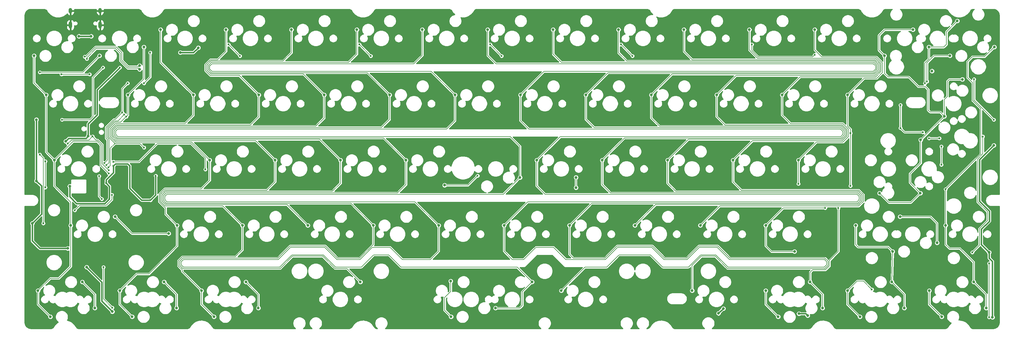
<source format=gbr>
G04 #@! TF.GenerationSoftware,KiCad,Pcbnew,(5.1.10)-1*
G04 #@! TF.CreationDate,2022-02-05T22:18:53+07:00*
G04 #@! TF.ProjectId,krush60hs,6b727573-6836-4306-9873-2e6b69636164,rev?*
G04 #@! TF.SameCoordinates,Original*
G04 #@! TF.FileFunction,Copper,L1,Top*
G04 #@! TF.FilePolarity,Positive*
%FSLAX46Y46*%
G04 Gerber Fmt 4.6, Leading zero omitted, Abs format (unit mm)*
G04 Created by KiCad (PCBNEW (5.1.10)-1) date 2022-02-05 22:18:53*
%MOMM*%
%LPD*%
G01*
G04 APERTURE LIST*
G04 #@! TA.AperFunction,ComponentPad*
%ADD10O,1.000000X1.600000*%
G04 #@! TD*
G04 #@! TA.AperFunction,ComponentPad*
%ADD11O,1.000000X2.100000*%
G04 #@! TD*
G04 #@! TA.AperFunction,ViaPad*
%ADD12C,0.600000*%
G04 #@! TD*
G04 #@! TA.AperFunction,ViaPad*
%ADD13C,0.800000*%
G04 #@! TD*
G04 #@! TA.AperFunction,Conductor*
%ADD14C,0.400000*%
G04 #@! TD*
G04 #@! TA.AperFunction,Conductor*
%ADD15C,0.200000*%
G04 #@! TD*
G04 #@! TA.AperFunction,Conductor*
%ADD16C,0.254000*%
G04 #@! TD*
G04 #@! TA.AperFunction,Conductor*
%ADD17C,0.100000*%
G04 #@! TD*
G04 APERTURE END LIST*
D10*
X22773846Y-39892496D03*
X14133846Y-39892496D03*
D11*
X22773846Y-44072496D03*
X14133846Y-44072496D03*
D12*
X25495250Y-94805500D03*
X38957250Y-88074500D03*
X37433250Y-95186500D03*
D13*
X51335899Y-50678703D03*
D12*
X24546769Y-90205420D03*
X26630368Y-85149637D03*
D13*
X13915030Y-91122608D03*
X18822542Y-114729395D03*
X26332711Y-127714588D03*
X4194520Y-89546050D03*
X12731750Y-77980500D03*
X19303750Y-76454000D03*
X4194520Y-71686600D03*
X202842975Y-128212235D03*
X204242975Y-126812235D03*
X281627750Y-110414000D03*
X283024291Y-79167629D03*
X265010280Y-57467500D03*
X3003746Y-101930044D03*
X13353001Y-109259854D03*
D12*
X28485014Y-56462821D03*
D13*
X16605250Y-47307500D03*
X20161250Y-47307500D03*
X46116250Y-52078703D03*
X226256850Y-128308100D03*
X228797376Y-128866373D03*
X282619450Y-129374900D03*
D12*
X166529158Y-110748139D03*
D13*
X20034250Y-117348000D03*
D12*
X64730464Y-86042608D03*
X58777324Y-86042608D03*
X20677228Y-83363695D03*
X33178822Y-108962197D03*
X38238991Y-113129395D03*
X28416310Y-115212994D03*
X39727276Y-86042608D03*
X45680416Y-86042608D03*
X77827372Y-86042608D03*
X83780512Y-86042608D03*
X34369450Y-80684782D03*
X36750706Y-80089468D03*
X96877420Y-86042608D03*
X102830560Y-86042608D03*
X115927468Y-86042608D03*
X140930656Y-86042608D03*
X134977516Y-86042608D03*
X154027564Y-86042608D03*
X159980704Y-86042608D03*
X173077612Y-86042608D03*
X179030752Y-86042608D03*
X192127660Y-86042608D03*
X198080800Y-86042608D03*
X211177708Y-86042608D03*
X217130848Y-86042608D03*
X230227756Y-86042608D03*
X236180896Y-86042608D03*
X49252300Y-105092656D03*
X55205440Y-105092656D03*
X93305536Y-105092656D03*
X106402444Y-105092656D03*
X112355584Y-105092656D03*
X125452492Y-105092656D03*
X131405632Y-105092656D03*
X144502540Y-105092656D03*
X150455680Y-105092656D03*
X163552588Y-105092656D03*
X87352396Y-105092656D03*
X74255488Y-105092656D03*
X169505728Y-105092656D03*
X68302348Y-105092656D03*
X182602636Y-105092656D03*
X188555776Y-105092656D03*
X201652684Y-105092656D03*
X207605824Y-105092656D03*
X34964764Y-66992560D03*
X40917904Y-66992560D03*
X54014812Y-66992560D03*
X59967952Y-66992560D03*
X73064860Y-66992560D03*
X79018000Y-66992560D03*
X92114908Y-66992560D03*
X98068048Y-66992560D03*
X111164956Y-66992560D03*
X117118096Y-66992560D03*
X130215004Y-66992560D03*
X155218192Y-66992560D03*
X168315100Y-66992560D03*
X174268240Y-66992560D03*
X187365148Y-66992560D03*
X193318288Y-66992560D03*
X206415196Y-66992560D03*
X212368336Y-66992560D03*
X225465244Y-66992560D03*
X235585582Y-66992560D03*
X237966838Y-51812053D03*
X16744950Y-78943200D03*
X30003750Y-67310000D03*
X39131900Y-127119129D03*
X55205351Y-125928503D03*
D13*
X128428850Y-91995662D03*
X148074179Y-80089402D03*
X148074179Y-88423784D03*
X10556876Y-70564394D03*
D12*
X230889810Y-110944660D03*
X213558609Y-110450365D03*
X139739797Y-47942500D03*
X145692927Y-47942500D03*
X158789813Y-47942500D03*
X177839829Y-47942500D03*
X183792959Y-47942500D03*
X169505447Y-50323752D03*
X55205351Y-50323752D03*
X93305383Y-50323752D03*
X131405415Y-50323752D03*
X207605479Y-50323752D03*
D13*
X238347250Y-117919500D03*
D12*
X236775816Y-105687861D03*
X239157068Y-107473800D03*
X272967450Y-91782900D03*
X5199059Y-57853447D03*
D13*
X22574250Y-53022500D03*
X272383250Y-42862500D03*
X264101250Y-50482500D03*
D12*
X262969375Y-61039375D03*
D13*
X270224250Y-53022500D03*
D12*
X263569375Y-60506761D03*
X25255347Y-86453529D03*
X13384629Y-78694379D03*
X20573750Y-76581000D03*
X6803746Y-91464410D03*
X6803746Y-83820000D03*
X26195250Y-93617920D03*
X15396250Y-98107500D03*
X26630368Y-83959009D03*
X53419375Y-86178442D03*
X255825832Y-67378550D03*
X255825832Y-74136272D03*
X267136779Y-77112837D03*
X264160214Y-77112837D03*
X262374275Y-75326898D03*
D13*
X161321750Y-91503500D03*
X161321750Y-88528442D03*
X27114542Y-100012500D03*
X42703846Y-104930941D03*
X123071033Y-90805036D03*
D12*
X132683250Y-88049100D03*
X25276767Y-87367920D03*
D13*
X4662670Y-121603060D03*
X7043786Y-64452500D03*
X9425038Y-83502500D03*
X14187542Y-102552500D03*
X8286754Y-129222564D03*
X3524250Y-53022500D03*
D12*
X35560078Y-79805902D03*
D13*
X30856306Y-64452500D03*
D12*
X25221488Y-85571141D03*
X30400928Y-70778762D03*
D13*
X35501250Y-50482500D03*
X40381250Y-45402500D03*
X49906322Y-64452500D03*
X54668826Y-83502500D03*
X45143818Y-102552500D03*
X28475270Y-121602568D03*
X32099274Y-129222564D03*
X64193834Y-102552500D03*
X59431250Y-45402500D03*
X68956338Y-64452500D03*
X73718842Y-83502500D03*
X52287870Y-121603060D03*
X55911794Y-129222564D03*
X78481250Y-45402500D03*
X88006354Y-64452500D03*
X92768858Y-83502500D03*
X83243850Y-102552500D03*
X102293866Y-102552500D03*
X97531182Y-45402496D03*
X107056370Y-64452500D03*
X111818874Y-83502500D03*
X98552370Y-119062840D03*
X116581282Y-45402500D03*
X126106386Y-64452500D03*
X137895670Y-126683060D03*
X148558970Y-119063060D03*
X121343882Y-102552500D03*
X145038890Y-88582500D03*
X135631182Y-45402496D03*
X145156402Y-64452500D03*
X157063170Y-121602840D03*
X149918906Y-83502500D03*
X140393898Y-102552500D03*
X266482710Y-107632548D03*
X255714734Y-100012500D03*
X17589670Y-119063060D03*
X21213758Y-126682568D03*
X45026530Y-126682568D03*
X41402270Y-119062568D03*
X65214870Y-119063060D03*
X68839130Y-126683060D03*
X244030702Y-129222564D03*
X240406450Y-121602564D03*
D12*
X247491250Y-121221500D03*
D13*
X267843222Y-129222564D03*
X264218970Y-121602564D03*
D12*
X24006549Y-84356201D03*
X29200928Y-69578762D03*
X37345961Y-52109691D03*
X35560022Y-61039386D03*
X30797518Y-61039386D03*
X11525250Y-58453447D03*
X19721403Y-58453447D03*
X11679082Y-71686600D03*
X23585014Y-56462821D03*
X63491416Y-53071651D03*
X60148413Y-49728454D03*
X101591220Y-53071425D03*
X98248281Y-49728228D03*
X139691736Y-53071651D03*
X136348733Y-49728454D03*
X174448473Y-49728228D03*
X177791896Y-53071651D03*
X212548569Y-49728228D03*
X230866950Y-52781200D03*
X277257100Y-59848760D03*
X283024291Y-71686272D03*
X276727750Y-110414000D03*
X279824291Y-76586272D03*
X281627750Y-113614000D03*
X281628850Y-129349500D03*
X6203746Y-101930044D03*
X5199059Y-81875341D03*
X23722542Y-114729395D03*
X26301171Y-126555500D03*
X22463170Y-88126207D03*
X23264597Y-94838023D03*
D13*
X124856976Y-118784751D03*
X124968670Y-129223060D03*
X154681182Y-45402496D03*
X164206418Y-64452500D03*
X168968922Y-83502500D03*
X159443914Y-102552500D03*
X195162662Y-121602564D03*
X173731182Y-45402496D03*
X183256434Y-64452500D03*
X188018938Y-83502500D03*
X178493930Y-102552500D03*
X197543946Y-102552500D03*
X192781250Y-45402500D03*
X202306450Y-64452500D03*
X207068954Y-83502500D03*
X211831250Y-45402500D03*
X221356466Y-64452500D03*
X226118970Y-83502500D03*
X216593962Y-102552500D03*
X224980500Y-110172500D03*
D12*
X226118890Y-90400340D03*
X233900599Y-97467639D03*
D13*
X240406482Y-64452500D03*
X230881142Y-45402488D03*
D12*
X241275114Y-75624613D03*
D13*
X229520930Y-119062564D03*
X233145182Y-126682564D03*
D12*
X241275114Y-91027764D03*
X237750350Y-97467639D03*
D13*
X251174250Y-53022500D03*
X259456250Y-45402500D03*
X249713954Y-93127532D03*
X268605222Y-70675524D03*
X273844002Y-59907500D03*
X261715250Y-77565496D03*
X261620214Y-93127532D03*
X242787734Y-102552500D03*
X253555710Y-110172548D03*
X253333450Y-119062564D03*
X256957702Y-126682564D03*
X268981506Y-102552500D03*
X283151250Y-50482500D03*
D12*
X267732092Y-79494089D03*
X267732092Y-84851906D03*
X268982530Y-91936572D03*
D13*
X277145970Y-119062564D03*
X280770222Y-126682564D03*
D12*
X24616149Y-84965801D03*
X29800928Y-70178762D03*
D13*
X216593930Y-121602564D03*
X220218182Y-129222564D03*
D12*
X18295945Y-53300317D03*
D13*
X34276250Y-55917500D03*
D12*
X18895945Y-53900317D03*
D13*
X34276250Y-56967500D03*
D14*
X38957250Y-93662500D02*
X37433250Y-95186500D01*
X38957250Y-88074500D02*
X38957250Y-93662500D01*
X25495250Y-91153901D02*
X24546769Y-90205420D01*
X25495250Y-94805500D02*
X25495250Y-91153901D01*
X26630368Y-87141779D02*
X26630368Y-85149637D01*
X24546769Y-89225378D02*
X26630368Y-87141779D01*
X24546769Y-90205420D02*
X24546769Y-89225378D01*
X18822542Y-114729395D02*
X23222532Y-119129385D01*
X23222532Y-124604409D02*
X26332711Y-127714588D01*
X23222532Y-119129385D02*
X23222532Y-124604409D01*
X37433250Y-95186500D02*
X34881289Y-95186500D01*
X34881289Y-95186500D02*
X31392880Y-91698091D01*
X31392880Y-91698091D02*
X31392880Y-85149637D01*
X31392880Y-85149637D02*
X30797566Y-84554323D01*
X30797566Y-84554323D02*
X27225682Y-84554323D01*
X27225682Y-84554323D02*
X26630368Y-85149637D01*
X13915030Y-94163260D02*
X13915030Y-91122608D01*
X24137804Y-96162946D02*
X15914716Y-96162946D01*
X25495250Y-94805500D02*
X24137804Y-96162946D01*
X15914716Y-96162946D02*
X13915030Y-94163260D01*
X18651901Y-77105849D02*
X19303750Y-76454000D01*
X13606401Y-77105849D02*
X18651901Y-77105849D01*
X12731750Y-77980500D02*
X13606401Y-77105849D01*
X19303750Y-72879200D02*
X19303750Y-76454000D01*
X21936764Y-70246186D02*
X19303750Y-72879200D01*
X4194520Y-71686600D02*
X4194520Y-89546050D01*
X204242975Y-126812235D02*
X202842975Y-128212235D01*
X279360630Y-108146880D02*
X281627750Y-110414000D01*
X279360630Y-103677720D02*
X279360630Y-108146880D01*
X281717380Y-101320970D02*
X279360630Y-103677720D01*
X281717380Y-98382990D02*
X281717380Y-101320970D01*
X278854800Y-95520410D02*
X281717380Y-98382990D01*
X278854800Y-83337120D02*
X278854800Y-95520410D01*
X283024291Y-79167629D02*
X278854800Y-83337120D01*
X4194520Y-89546050D02*
X5703736Y-91055266D01*
X5703736Y-99230054D02*
X3003746Y-101930044D01*
X5703736Y-91055266D02*
X5703736Y-99230054D01*
X3003746Y-101930044D02*
X3003746Y-107064426D01*
X5199174Y-109259854D02*
X13353001Y-109259854D01*
X3003746Y-107064426D02*
X5199174Y-109259854D01*
X21936764Y-63011071D02*
X28485014Y-56462821D01*
X21936764Y-70246186D02*
X21936764Y-63011071D01*
X16605250Y-47307500D02*
X20161250Y-47307500D01*
X49935899Y-52078703D02*
X51335899Y-50678703D01*
X46116250Y-52078703D02*
X49935899Y-52078703D01*
X228239103Y-128308100D02*
X228797376Y-128866373D01*
X226256850Y-128308100D02*
X228239103Y-128308100D01*
X281627750Y-112063700D02*
X281627750Y-110414000D01*
X282619450Y-113055400D02*
X281627750Y-112063700D01*
X282619450Y-129374900D02*
X282619450Y-113055400D01*
D15*
X17743303Y-57853447D02*
X22574250Y-53022500D01*
X5199059Y-57853447D02*
X17743303Y-57853447D01*
X272383250Y-42862500D02*
X269220823Y-46024927D01*
X269220823Y-46024927D02*
X269220823Y-49728454D01*
X268466777Y-50482500D02*
X264101250Y-50482500D01*
X269220823Y-49728454D02*
X268466777Y-50482500D01*
X264101250Y-50482500D02*
X264101250Y-53954375D01*
X262969375Y-55086250D02*
X262969375Y-61039375D01*
X264101250Y-53954375D02*
X262969375Y-55086250D01*
X270224250Y-53022500D02*
X265598823Y-53022500D01*
X263569375Y-55051948D02*
X263569375Y-60506761D01*
X265598823Y-53022500D02*
X263569375Y-55051948D01*
X23406548Y-78978862D02*
X23406548Y-84604730D01*
X22033545Y-77605859D02*
X23406548Y-78978862D01*
X21598609Y-77605859D02*
X22033545Y-77605859D01*
X23406548Y-84604730D02*
X25255347Y-86453529D01*
X20573750Y-76581000D02*
X21598609Y-77605859D01*
X19548891Y-77605859D02*
X20573750Y-76581000D01*
X14473149Y-77605859D02*
X19548891Y-77605859D01*
X13384629Y-78694379D02*
X14473149Y-77605859D01*
X6803746Y-91464410D02*
X6803746Y-83820000D01*
X26195250Y-94993502D02*
X24525796Y-96662956D01*
X26195250Y-93617920D02*
X26195250Y-94993502D01*
X16840794Y-96662956D02*
X15396250Y-98107500D01*
X24525796Y-96662956D02*
X16840794Y-96662956D01*
X53419375Y-86178442D02*
X53419375Y-82818747D01*
X53419375Y-82818747D02*
X49218210Y-78617582D01*
X49218210Y-78617582D02*
X39413220Y-78617582D01*
X34071793Y-83959009D02*
X26630368Y-83959009D01*
X39413220Y-78617582D02*
X34071793Y-83959009D01*
X255825832Y-67378550D02*
X255825832Y-74136272D01*
X267136779Y-77112837D02*
X264160214Y-77112837D01*
X257016458Y-75326898D02*
X255825832Y-74136272D01*
X262374275Y-75326898D02*
X257016458Y-75326898D01*
X161321750Y-91503500D02*
X161321750Y-88528442D01*
X32032983Y-104930941D02*
X27114542Y-100012500D01*
X42703846Y-104930941D02*
X32032983Y-104930941D01*
X123071033Y-90805036D02*
X129927314Y-90805036D01*
X129927314Y-90805036D02*
X132683250Y-88049100D01*
X7043786Y-81121248D02*
X9425038Y-83502500D01*
X7043786Y-64452500D02*
X7043786Y-81121248D01*
X9425038Y-83502500D02*
X9425038Y-91028888D01*
X14187542Y-95791392D02*
X14187542Y-102552500D01*
X9425038Y-91028888D02*
X14187542Y-95791392D01*
X14187542Y-102552500D02*
X14187542Y-114520608D01*
X14187542Y-114520608D02*
X10699750Y-118008400D01*
X8257330Y-118008400D02*
X4662670Y-121603060D01*
X10699750Y-118008400D02*
X8257330Y-118008400D01*
X9425038Y-83502500D02*
X14921669Y-78005869D01*
X14921669Y-78005869D02*
X21867856Y-78005869D01*
X21867856Y-78005869D02*
X23006538Y-79144551D01*
X25276767Y-87367920D02*
X23006538Y-85097691D01*
X23006538Y-85097691D02*
X23006538Y-79144551D01*
X4662670Y-125598480D02*
X8286754Y-129222564D01*
X4662670Y-121603060D02*
X4662670Y-125598480D01*
X3524250Y-60932964D02*
X7043786Y-64452500D01*
X3524250Y-53022500D02*
X3524250Y-60932964D01*
X34385849Y-78631673D02*
X35560078Y-79805902D01*
X34385849Y-78617582D02*
X34385849Y-78631673D01*
X27110731Y-78617582D02*
X34385849Y-78617582D01*
X25737397Y-85055232D02*
X25737397Y-79990916D01*
X25221488Y-85571141D02*
X25737397Y-85055232D01*
X26967449Y-78474301D02*
X26967449Y-78760863D01*
X26967449Y-78474301D02*
X27110731Y-78617582D01*
X25737397Y-79990916D02*
X27110731Y-78617582D01*
X25307703Y-74209813D02*
X25307704Y-76814562D01*
X27100045Y-72417461D02*
X25307703Y-74209813D01*
X25307704Y-76814562D02*
X26967449Y-78474301D01*
X27100045Y-72417461D02*
X28762229Y-72417461D01*
X30856306Y-64452500D02*
X30856306Y-70323384D01*
X30856306Y-70323384D02*
X30400928Y-70778762D01*
X28762229Y-72417461D02*
X30400928Y-70778762D01*
X35501250Y-59807556D02*
X30856306Y-64452500D01*
X35501250Y-50482500D02*
X35501250Y-59807556D01*
X49906386Y-64452500D02*
X49906386Y-70377543D01*
X49906386Y-70377543D02*
X47466459Y-72817470D01*
X25707713Y-76648871D02*
X27276420Y-78217572D01*
X25707712Y-74375501D02*
X25707713Y-76648871D01*
X27265736Y-72817470D02*
X25707712Y-74375501D01*
X47466459Y-72817470D02*
X27265736Y-72817470D01*
X49383898Y-78217572D02*
X54668826Y-83502500D01*
X27276420Y-78217572D02*
X49383898Y-78217572D01*
X41810875Y-97492766D02*
X41810875Y-99219557D01*
X39995589Y-95677480D02*
X41810875Y-97492766D01*
X39995589Y-93425582D02*
X39995589Y-95677480D01*
X41553617Y-91867554D02*
X39995589Y-93425582D01*
X52228879Y-91867554D02*
X41553617Y-91867554D01*
X54668890Y-89427543D02*
X52228879Y-91867554D01*
X41810875Y-99219557D02*
X45143818Y-102552500D01*
X54668890Y-83502500D02*
X54668890Y-89427543D01*
X37000471Y-116701279D02*
X45143850Y-108557900D01*
X33376559Y-116701279D02*
X37000471Y-116701279D01*
X45143850Y-108557900D02*
X45143850Y-102552500D01*
X28475270Y-121602568D02*
X33376559Y-116701279D01*
X28475270Y-125598560D02*
X32099274Y-129222564D01*
X28475270Y-121602568D02*
X28475270Y-125598560D01*
X40381250Y-54927428D02*
X49906322Y-64452500D01*
X40381250Y-45402500D02*
X40381250Y-54927428D01*
X73718890Y-83502500D02*
X73718890Y-89827601D01*
X68956386Y-64452500D02*
X68956386Y-70777601D01*
X59431250Y-45402500D02*
X59431250Y-51727601D01*
X59431250Y-51727601D02*
X56991382Y-54167469D01*
X63271388Y-58767550D02*
X68956338Y-64452500D01*
X68956386Y-70777601D02*
X66516507Y-73217480D01*
X26107722Y-76483180D02*
X27442109Y-77817562D01*
X26107721Y-74541189D02*
X26107722Y-76483180D01*
X27431426Y-73217480D02*
X26107721Y-74541189D01*
X66516507Y-73217480D02*
X27431426Y-73217480D01*
X68033904Y-77817562D02*
X73718842Y-83502500D01*
X27442109Y-77817562D02*
X68033904Y-77817562D01*
X73718890Y-89827601D02*
X71278927Y-92267564D01*
X40395599Y-95511791D02*
X41751454Y-96867646D01*
X40395599Y-93591271D02*
X40395599Y-95511791D01*
X41719306Y-92267564D02*
X40395599Y-93591271D01*
X71278927Y-92267564D02*
X41719306Y-92267564D01*
X64193782Y-102552496D02*
X64193782Y-109677633D01*
X58508980Y-96867646D02*
X64193834Y-102552500D01*
X41751454Y-96867646D02*
X58508980Y-96867646D01*
X64193782Y-109677633D02*
X62153425Y-111717990D01*
X45558091Y-114396958D02*
X46679183Y-115518050D01*
X45558091Y-112839081D02*
X45558091Y-114396958D01*
X46679182Y-111717990D02*
X45558091Y-112839081D01*
X62153425Y-111717990D02*
X46679182Y-111717990D01*
X46679183Y-115994373D02*
X52287870Y-121603060D01*
X46679183Y-115518050D02*
X46679183Y-115994373D01*
X52287870Y-125598640D02*
X55911794Y-129222564D01*
X52287870Y-121603060D02*
X52287870Y-125598640D01*
X54848685Y-58767550D02*
X63271388Y-58767550D01*
X53492494Y-57411359D02*
X54848685Y-58767550D01*
X53492494Y-55523661D02*
X53492494Y-57411359D01*
X54848686Y-54167469D02*
X53492494Y-55523661D01*
X56991382Y-54167469D02*
X54848686Y-54167469D01*
X88006386Y-64452500D02*
X88006386Y-71177659D01*
X78481250Y-45402500D02*
X78481250Y-52127659D01*
X78481250Y-52127659D02*
X76041430Y-54567479D01*
X81921394Y-58367540D02*
X88006354Y-64452500D01*
X88006386Y-71177659D02*
X85566555Y-73617490D01*
X26507731Y-76317489D02*
X27607798Y-77417552D01*
X26507730Y-74706877D02*
X26507731Y-76317489D01*
X27597115Y-73617490D02*
X26507730Y-74706877D01*
X85566555Y-73617490D02*
X27597115Y-73617490D01*
X86683910Y-77417552D02*
X92768858Y-83502500D01*
X27607798Y-77417552D02*
X86683910Y-77417552D01*
X41917143Y-96467636D02*
X77158986Y-96467636D01*
X77158986Y-96467636D02*
X83243850Y-102552500D01*
X92768890Y-83502500D02*
X92768890Y-90227659D01*
X41884995Y-92667574D02*
X40795609Y-93756960D01*
X40795609Y-95346102D02*
X41917143Y-96467636D01*
X40795609Y-93756960D02*
X40795609Y-95346102D01*
X92768890Y-90227659D02*
X90328975Y-92667574D01*
X90328975Y-92667574D02*
X41884995Y-92667574D01*
X53892504Y-57245671D02*
X55014373Y-58367540D01*
X53892504Y-55689350D02*
X53892504Y-57245671D01*
X55014375Y-54567479D02*
X53892504Y-55689350D01*
X76041430Y-54567479D02*
X55014375Y-54567479D01*
X55014373Y-58367540D02*
X81921394Y-58367540D01*
X111818822Y-83502496D02*
X111818822Y-90627633D01*
X107056318Y-64452496D02*
X107056318Y-71577633D01*
X107056318Y-71577633D02*
X104616451Y-74017500D01*
X26907740Y-76151798D02*
X27773487Y-77017542D01*
X26907739Y-74872565D02*
X26907740Y-76151798D01*
X27762804Y-74017500D02*
X26907739Y-74872565D01*
X104616451Y-74017500D02*
X27762804Y-74017500D01*
X105333916Y-77017542D02*
X111818874Y-83502500D01*
X27773487Y-77017542D02*
X105333916Y-77017542D01*
X111818822Y-90627633D02*
X109378871Y-93067584D01*
X41195619Y-95180413D02*
X42082832Y-96067626D01*
X41195619Y-93922649D02*
X41195619Y-95180413D01*
X42050684Y-93067584D02*
X41195619Y-93922649D01*
X109378871Y-93067584D02*
X42050684Y-93067584D01*
X95808992Y-96067626D02*
X102293866Y-102552500D01*
X42082832Y-96067626D02*
X95808992Y-96067626D01*
X102293866Y-102552500D02*
X102293866Y-108114856D01*
X102293866Y-108114856D02*
X98290719Y-112118003D01*
X91892681Y-112118003D02*
X88320789Y-108546110D01*
X98290719Y-112118003D02*
X91892681Y-112118003D01*
X78050151Y-108546110D02*
X74478261Y-112118000D01*
X88320789Y-108546110D02*
X78050151Y-108546110D01*
X45958101Y-114231269D02*
X46844872Y-115118040D01*
X45958101Y-113004770D02*
X45958101Y-114231269D01*
X46844871Y-112118000D02*
X45958101Y-113004770D01*
X74478261Y-112118000D02*
X46844871Y-112118000D01*
X46844872Y-115118040D02*
X75223859Y-115118040D01*
X75223859Y-115118040D02*
X78795749Y-111546150D01*
X87575192Y-111546150D02*
X91147081Y-115118040D01*
X78795749Y-111546150D02*
X87575192Y-111546150D01*
X94607570Y-115118040D02*
X98552370Y-119062840D01*
X91147081Y-115118040D02*
X94607570Y-115118040D01*
X100571400Y-57967530D02*
X107056370Y-64452500D01*
X54292514Y-57079984D02*
X55180062Y-57967530D01*
X54292514Y-55855039D02*
X54292514Y-57079984D01*
X55180064Y-54967489D02*
X54292514Y-55855039D01*
X95091326Y-54967489D02*
X55180064Y-54967489D01*
X97531182Y-52527633D02*
X95091326Y-54967489D01*
X55180062Y-57967530D02*
X100571400Y-57967530D01*
X97531182Y-45402496D02*
X97531182Y-52527633D01*
X116581282Y-45402500D02*
X116581282Y-52927558D01*
X116581282Y-52927558D02*
X114141341Y-55367499D01*
X119221406Y-57567520D02*
X126106386Y-64452500D01*
X144213936Y-114718026D02*
X148558970Y-119063060D01*
X106790820Y-111146140D02*
X110362706Y-114718026D01*
X98870630Y-114718030D02*
X102442520Y-111146140D01*
X91312770Y-114718030D02*
X98870630Y-114718030D01*
X87740880Y-111146140D02*
X91312770Y-114718030D01*
X78630060Y-111146140D02*
X87740880Y-111146140D01*
X47010561Y-114718030D02*
X75058170Y-114718030D01*
X75058170Y-114718030D02*
X78630060Y-111146140D01*
X46358111Y-114065580D02*
X47010561Y-114718030D01*
X102442520Y-111146140D02*
X106790820Y-111146140D01*
X121343914Y-102552500D02*
X121343914Y-110094173D01*
X121343914Y-110094173D02*
X118920074Y-112518013D01*
X118920074Y-112518013D02*
X110776933Y-112518013D01*
X110776933Y-112518013D02*
X107205040Y-108946120D01*
X107205040Y-108946120D02*
X102028300Y-108946120D01*
X47010560Y-112518010D02*
X46358111Y-113170459D01*
X102028300Y-108946120D02*
X98456407Y-112518013D01*
X98456407Y-112518013D02*
X91726993Y-112518013D01*
X74643950Y-112518010D02*
X47010560Y-112518010D01*
X91726993Y-112518013D02*
X88155100Y-108946120D01*
X88155100Y-108946120D02*
X78215840Y-108946120D01*
X78215840Y-108946120D02*
X74643950Y-112518010D01*
X46358111Y-113170459D02*
X46358111Y-114065580D01*
X110362706Y-114718026D02*
X144213936Y-114718026D01*
X145692927Y-125928323D02*
X145692927Y-121929103D01*
X144938190Y-126683060D02*
X145692927Y-125928323D01*
X145692927Y-121929103D02*
X148558970Y-119063060D01*
X137895670Y-126683060D02*
X144938190Y-126683060D01*
X140153796Y-93467594D02*
X145038890Y-88582500D01*
X41595629Y-94088338D02*
X42216373Y-93467594D01*
X41595629Y-95014726D02*
X41595629Y-94088338D01*
X42248521Y-95667616D02*
X41595629Y-95014726D01*
X42216373Y-93467594D02*
X140153796Y-93467594D01*
X114458998Y-95667616D02*
X42248521Y-95667616D01*
X121343882Y-102552500D02*
X114458998Y-95667616D01*
X145038890Y-79435365D02*
X145038890Y-88582500D01*
X142221057Y-76617532D02*
X145038890Y-79435365D01*
X27939176Y-76617532D02*
X142221057Y-76617532D01*
X27307749Y-75986107D02*
X27939176Y-76617532D01*
X27307749Y-75038254D02*
X27307749Y-75986107D01*
X27928493Y-74417510D02*
X27307749Y-75038254D01*
X126106418Y-71977558D02*
X123666466Y-74417510D01*
X123666466Y-74417510D02*
X27928493Y-74417510D01*
X126106418Y-64452500D02*
X126106418Y-71977558D01*
X54692524Y-56914295D02*
X55345751Y-57567520D01*
X54692524Y-56020728D02*
X54692524Y-56914295D01*
X55345753Y-55367499D02*
X54692524Y-56020728D01*
X114141341Y-55367499D02*
X55345753Y-55367499D01*
X55345751Y-57567520D02*
X119221406Y-57567520D01*
X247979274Y-55367492D02*
X138071216Y-55367492D01*
X248600014Y-56936083D02*
X248600014Y-55988230D01*
X138071216Y-55367492D02*
X135631282Y-52927558D01*
X247968585Y-57567512D02*
X248600014Y-56936083D01*
X152041390Y-57567512D02*
X247968585Y-57567512D01*
X135631282Y-52927558D02*
X135631282Y-45402500D01*
X145156402Y-64452500D02*
X152041390Y-57567512D01*
X145156418Y-71977558D02*
X145156418Y-64452500D01*
X147596364Y-74417504D02*
X145156418Y-71977558D01*
X239075074Y-75070393D02*
X238422183Y-74417504D01*
X239075074Y-75986095D02*
X239075074Y-75070393D01*
X238422183Y-74417504D02*
X147596364Y-74417504D01*
X156803881Y-76617525D02*
X238443644Y-76617525D01*
X149918906Y-83502500D02*
X156803881Y-76617525D01*
X248600014Y-55988230D02*
X247979274Y-55367492D01*
X140393750Y-110094017D02*
X140393750Y-102552344D01*
X142817743Y-112518010D02*
X140393750Y-110094017D01*
X186977390Y-112518010D02*
X183405500Y-108946120D01*
X193706950Y-112518010D02*
X186977390Y-112518010D01*
X197278840Y-108946120D02*
X193706950Y-112518010D01*
X202455580Y-108946120D02*
X197278840Y-108946120D01*
X233692158Y-112517665D02*
X206027125Y-112517665D01*
X234312906Y-113138410D02*
X233692158Y-112517665D01*
X157063170Y-121602840D02*
X163947980Y-114718030D01*
X234312906Y-114086263D02*
X234312906Y-113138410D01*
X173880320Y-111146140D02*
X182991280Y-111146140D01*
X163947980Y-114718030D02*
X170308430Y-114718030D01*
X233681223Y-114717946D02*
X234312906Y-114086263D01*
X170308430Y-114718030D02*
X173880320Y-111146140D01*
X186563170Y-114718030D02*
X194121170Y-114718030D01*
X182991280Y-111146140D02*
X186563170Y-114718030D01*
X194121170Y-114718030D02*
X197693060Y-111146140D01*
X205320353Y-114425135D02*
X205613257Y-114718031D01*
X197693060Y-111146140D02*
X202041360Y-111146140D01*
X202041360Y-111146140D02*
X205320353Y-114425135D01*
X173466100Y-108946120D02*
X169894210Y-112518010D01*
X205613257Y-114718031D02*
X225295400Y-114718031D01*
X206027125Y-112517665D02*
X202455580Y-108946120D01*
X225295400Y-114718031D02*
X225295485Y-114717946D01*
X183405500Y-108946120D02*
X173466100Y-108946120D01*
X225295485Y-114717946D02*
X233681223Y-114717946D01*
X146081610Y-112518010D02*
X149653500Y-108946120D01*
X142817743Y-112518010D02*
X146081610Y-112518010D01*
X154830240Y-108946120D02*
X158402130Y-112518010D01*
X158402130Y-112518010D02*
X169894210Y-112518010D01*
X149653500Y-108946120D02*
X154830240Y-108946120D01*
X149918922Y-91027558D02*
X149918922Y-83502500D01*
X147278789Y-95667609D02*
X243185385Y-95667609D01*
X243185385Y-95667609D02*
X243837954Y-95015040D01*
X243837954Y-95015040D02*
X243837954Y-94088326D01*
X243217214Y-93467588D02*
X152358952Y-93467588D01*
X140393898Y-102552500D02*
X147278789Y-95667609D01*
X243837954Y-94088326D02*
X243217214Y-93467588D01*
X152358952Y-93467588D02*
X149918922Y-91027558D01*
X238443644Y-76617525D02*
X239075074Y-75986095D01*
X255714734Y-100012500D02*
X255714734Y-100012500D01*
X266482710Y-101925000D02*
X266482710Y-107632548D01*
X264570210Y-100012500D02*
X266482710Y-101925000D01*
X266482710Y-107632548D02*
X266482710Y-107632548D01*
X255714734Y-100012500D02*
X264570210Y-100012500D01*
X21213758Y-122687148D02*
X21213758Y-126682568D01*
X17589670Y-119063060D02*
X21213758Y-122687148D01*
X45026530Y-122686828D02*
X41402270Y-119062568D01*
X45026530Y-126682568D02*
X45026530Y-122686828D01*
X68839130Y-122687320D02*
X68839130Y-126683060D01*
X65214870Y-119063060D02*
X68839130Y-122687320D01*
X240406450Y-125598312D02*
X240406450Y-121602564D01*
X244030702Y-129222564D02*
X240406450Y-125598312D01*
X245054497Y-118784747D02*
X247491250Y-121221500D01*
X243224267Y-118784747D02*
X245054497Y-118784747D01*
X240406450Y-121602564D02*
X243224267Y-118784747D01*
X247491250Y-121221500D02*
X247491250Y-121221500D01*
X264218970Y-125598312D02*
X264218970Y-121602564D01*
X267843222Y-129222564D02*
X264218970Y-125598312D01*
X264218970Y-121602564D02*
X264218970Y-121602564D01*
X24937377Y-77575634D02*
X24507686Y-77145941D01*
X24006549Y-84356201D02*
X24937377Y-83425373D01*
X24507685Y-73878436D02*
X26768668Y-71617442D01*
X24507686Y-77145941D02*
X24507685Y-73878436D01*
X24937377Y-83425373D02*
X24937377Y-77575634D01*
X27162248Y-71617442D02*
X29200928Y-69578762D01*
X26768668Y-71617442D02*
X27162248Y-71617442D01*
X37345961Y-59253447D02*
X35560022Y-61039386D01*
X37345961Y-52109691D02*
X37345961Y-59253447D01*
X29200928Y-62635976D02*
X30797518Y-61039386D01*
X29200928Y-69578762D02*
X29200928Y-62635976D01*
X11525250Y-58453447D02*
X19721403Y-58453447D01*
X19721403Y-58453447D02*
X19721403Y-58453447D01*
X11679082Y-71686600D02*
X19789230Y-71686600D01*
X19789230Y-71686600D02*
X20677197Y-70798633D01*
X20677197Y-59370638D02*
X23585014Y-56462821D01*
X20677197Y-70798633D02*
X20677197Y-59370638D01*
X60147993Y-49728228D02*
X63491416Y-53071651D01*
X98247797Y-49728002D02*
X101591220Y-53071425D01*
X136348313Y-49728228D02*
X139691736Y-53071651D01*
X174448473Y-49728228D02*
X177791896Y-53071651D01*
X212548569Y-49728228D02*
X212548569Y-51479164D01*
X212548569Y-51479164D02*
X214436847Y-53367442D01*
X230280708Y-53367442D02*
X230866950Y-52781200D01*
X214436847Y-53367442D02*
X230280708Y-53367442D01*
X277257100Y-65919081D02*
X283024291Y-71686272D01*
X277257100Y-59848760D02*
X277257100Y-65919081D01*
X278860619Y-108281131D02*
X276727750Y-110414000D01*
X278860619Y-103470609D02*
X278860619Y-108281131D01*
X281217369Y-101113859D02*
X278860619Y-103470609D01*
X278354789Y-95727521D02*
X281217369Y-98590101D01*
X278354790Y-83130010D02*
X278354789Y-95727521D01*
X281217369Y-98590101D02*
X281217369Y-101113859D01*
X279824291Y-81660509D02*
X278354790Y-83130010D01*
X279824291Y-76586272D02*
X279824291Y-81660509D01*
X281627750Y-129348400D02*
X281628850Y-129349500D01*
X281627750Y-113614000D02*
X281627750Y-129348400D01*
X281628850Y-129349500D02*
X281628850Y-129349500D01*
X6203746Y-88609723D02*
X6203746Y-88609723D01*
X6203746Y-82880028D02*
X5199059Y-81875341D01*
X6203746Y-101930044D02*
X6203746Y-82880028D01*
X23722542Y-123976871D02*
X26301171Y-126555500D01*
X23722542Y-114729395D02*
X23722542Y-123976871D01*
X22463170Y-94036596D02*
X23264597Y-94838023D01*
X22463170Y-88126207D02*
X22463170Y-94036596D01*
X123071037Y-127325427D02*
X124968670Y-129223060D01*
X123071037Y-123645513D02*
X123071037Y-127325427D01*
X124856976Y-121859574D02*
X123071037Y-123645513D01*
X124856976Y-118784751D02*
X124856976Y-121859574D01*
X164206318Y-71577633D02*
X164206318Y-64452496D01*
X157121031Y-54967482D02*
X154681182Y-52527633D01*
X248144963Y-54967482D02*
X157121031Y-54967482D01*
X249000024Y-55822543D02*
X248144963Y-54967482D01*
X249000024Y-57101771D02*
X249000024Y-55822543D01*
X248134273Y-57967522D02*
X249000024Y-57101771D01*
X154681182Y-52527633D02*
X154681182Y-45402496D01*
X170691396Y-57967522D02*
X248134273Y-57967522D01*
X164206418Y-64452500D02*
X170691396Y-57967522D01*
X164206318Y-71577633D02*
X166646179Y-74017494D01*
X239475084Y-76151784D02*
X238609333Y-77017535D01*
X239475084Y-74904704D02*
X239475084Y-76151784D01*
X238587873Y-74017495D02*
X239475084Y-74904704D01*
X166646179Y-74017494D02*
X238587873Y-74017495D01*
X175453887Y-77017535D02*
X168968922Y-83502500D01*
X238609333Y-77017535D02*
X175453887Y-77017535D01*
X168968822Y-90627633D02*
X168968822Y-83502496D01*
X171408767Y-93067578D02*
X168968822Y-90627633D01*
X244237964Y-93922637D02*
X243382903Y-93067578D01*
X243382903Y-93067578D02*
X171408767Y-93067578D01*
X244237964Y-95180729D02*
X244237964Y-93922637D01*
X243351074Y-96067619D02*
X244237964Y-95180729D01*
X165928795Y-96067619D02*
X243351074Y-96067619D01*
X159443914Y-102552500D02*
X165928795Y-96067619D01*
X205447561Y-115118040D02*
X201875671Y-111546150D01*
X233846827Y-115118041D02*
X205447561Y-115118040D01*
X234712916Y-114251952D02*
X233846827Y-115118041D01*
X159443914Y-102552500D02*
X159443914Y-110986162D01*
X197113151Y-108546110D02*
X202621269Y-108546110D01*
X159443914Y-110986162D02*
X160575752Y-112118000D01*
X160575752Y-112118000D02*
X169728522Y-112118000D01*
X193541262Y-112118000D02*
X197113151Y-108546110D01*
X169728522Y-112118000D02*
X173300411Y-108546110D01*
X233857847Y-112117655D02*
X234712916Y-112972724D01*
X183571189Y-108546110D02*
X187143078Y-112118000D01*
X187143078Y-112118000D02*
X193541262Y-112118000D01*
X201875671Y-111546150D02*
X197858748Y-111546150D01*
X173300411Y-108546110D02*
X183571189Y-108546110D01*
X202621269Y-108546110D02*
X206192814Y-112117655D01*
X206192814Y-112117655D02*
X233857847Y-112117655D01*
X234712916Y-112972724D02*
X234712916Y-114251952D01*
X195162662Y-114242236D02*
X197858748Y-111546150D01*
X195162662Y-121602564D02*
X195162662Y-114242236D01*
X183256830Y-71177671D02*
X183256830Y-64452512D01*
X173731694Y-52127671D02*
X173731694Y-45402512D01*
X248310652Y-54567472D02*
X176171495Y-54567472D01*
X249400034Y-55656854D02*
X248310652Y-54567472D01*
X249400034Y-57267460D02*
X249400034Y-55656854D01*
X248299962Y-58367532D02*
X249400034Y-57267460D01*
X176171495Y-54567472D02*
X173731694Y-52127671D01*
X189341402Y-58367532D02*
X248299962Y-58367532D01*
X183256434Y-64452500D02*
X189341402Y-58367532D01*
X183256830Y-71177671D02*
X185696644Y-73617485D01*
X239875094Y-74739015D02*
X239875094Y-76317473D01*
X239875094Y-76317473D02*
X238775022Y-77417545D01*
X238753563Y-73617486D02*
X239875094Y-74739015D01*
X185696644Y-73617485D02*
X238753563Y-73617486D01*
X194103893Y-77417545D02*
X188018938Y-83502500D01*
X238775022Y-77417545D02*
X194103893Y-77417545D01*
X188019334Y-90227671D02*
X188019334Y-83502512D01*
X243548593Y-92667569D02*
X190459231Y-92667568D01*
X190459231Y-92667568D02*
X188019334Y-90227671D01*
X244637974Y-93756948D02*
X243548593Y-92667569D01*
X244637974Y-95346418D02*
X244637974Y-93756948D01*
X243516763Y-96467629D02*
X244637974Y-95346418D01*
X184578801Y-96467629D02*
X243516763Y-96467629D01*
X178493930Y-102552500D02*
X184578801Y-96467629D01*
X202306386Y-64452500D02*
X202306386Y-70777601D01*
X192781250Y-45402500D02*
X192781250Y-51727601D01*
X202306450Y-64452500D02*
X207991408Y-58767542D01*
X249800044Y-55491165D02*
X248476341Y-54167462D01*
X249800044Y-57433149D02*
X249800044Y-55491165D01*
X248465651Y-58767542D02*
X249800044Y-57433149D01*
X207991408Y-58767542D02*
X248465651Y-58767542D01*
X195221111Y-54167462D02*
X192781250Y-51727601D01*
X248476341Y-54167462D02*
X195221111Y-54167462D01*
X202306386Y-70777601D02*
X204746261Y-73217476D01*
X240275104Y-76483162D02*
X238940711Y-77817555D01*
X240275104Y-74573326D02*
X240275104Y-76483162D01*
X238919253Y-73217477D02*
X240275104Y-74573326D01*
X204746261Y-73217476D02*
X238919253Y-73217477D01*
X212753899Y-77817555D02*
X207068954Y-83502500D01*
X238940711Y-77817555D02*
X212753899Y-77817555D01*
X207068890Y-89827601D02*
X207068890Y-83502500D01*
X243714283Y-92267560D02*
X209508848Y-92267559D01*
X245037984Y-93591259D02*
X243714283Y-92267560D01*
X245037984Y-95512107D02*
X245037984Y-93591259D01*
X243682452Y-96867639D02*
X245037984Y-95512107D01*
X209508848Y-92267559D02*
X207068890Y-89827601D01*
X203228807Y-96867639D02*
X243682452Y-96867639D01*
X197543946Y-102552500D02*
X203228807Y-96867639D01*
X221356386Y-64452500D02*
X221356386Y-70377543D01*
X211831250Y-45402500D02*
X211831250Y-51327543D01*
X211831250Y-51327543D02*
X214271159Y-53767452D01*
X250200054Y-57598838D02*
X248631340Y-59167552D01*
X250200054Y-55325476D02*
X250200054Y-57598838D01*
X248642030Y-53767452D02*
X250200054Y-55325476D01*
X214271159Y-53767452D02*
X248642030Y-53767452D01*
X226641414Y-59167552D02*
X221356466Y-64452500D01*
X248631340Y-59167552D02*
X226641414Y-59167552D01*
X221356386Y-70377543D02*
X223796310Y-72817467D01*
X240675114Y-76648851D02*
X239106400Y-78217565D01*
X240675114Y-74407637D02*
X240675114Y-76648851D01*
X239084943Y-72817469D02*
X240675114Y-74407637D01*
X223796310Y-72817467D02*
X239084943Y-72817469D01*
X231403905Y-78217565D02*
X226118970Y-83502500D01*
X239106400Y-78217565D02*
X231403905Y-78217565D01*
X216593962Y-108548712D02*
X218217750Y-110172500D01*
X218217750Y-110172500D02*
X224980500Y-110172500D01*
X216593962Y-102552500D02*
X216593962Y-108548712D01*
X226118890Y-90400340D02*
X226118890Y-90400340D01*
X226118890Y-90400340D02*
X226118890Y-83502500D01*
X221678823Y-97467639D02*
X233900599Y-97467639D01*
X216593962Y-102552500D02*
X221678823Y-97467639D01*
X240406482Y-64452500D02*
X245291420Y-59567562D01*
X248950407Y-59567562D02*
X250600064Y-57917905D01*
X245291420Y-59567562D02*
X248950407Y-59567562D01*
X250600064Y-55159787D02*
X248807719Y-53367442D01*
X250600064Y-57917905D02*
X250600064Y-55159787D01*
X230881142Y-45402488D02*
X230881142Y-51327531D01*
X232921053Y-53367442D02*
X230881142Y-51327531D01*
X248807719Y-53367442D02*
X232921053Y-53367442D01*
X240406482Y-73573307D02*
X241275114Y-74441939D01*
X240406482Y-64452500D02*
X240406482Y-73573307D01*
X241275114Y-74441939D02*
X241275114Y-75624613D01*
X233145182Y-122686816D02*
X233145182Y-126682564D01*
X229520930Y-119062564D02*
X233145182Y-122686816D01*
X241275114Y-75624613D02*
X241275114Y-91027764D01*
X241275114Y-91027764D02*
X241275114Y-91027764D01*
X229520930Y-116224493D02*
X229520930Y-119062564D01*
X230227374Y-115518050D02*
X229520930Y-116224493D01*
X234012517Y-115518049D02*
X230227374Y-115518050D01*
X235112926Y-114417641D02*
X234012517Y-115518049D01*
X235112926Y-112807035D02*
X235112926Y-114417641D01*
X237750350Y-110169611D02*
X235112926Y-112807035D01*
X237750350Y-97467639D02*
X237750350Y-110169611D01*
X251174250Y-53022500D02*
X249575461Y-51423711D01*
X249575461Y-47049541D02*
X251222502Y-45402500D01*
X251222502Y-45402500D02*
X259456250Y-45402500D01*
X249575461Y-51423711D02*
X249575461Y-47049541D01*
X258904261Y-95843485D02*
X261620214Y-93127532D01*
X252429907Y-95843485D02*
X249713954Y-93127532D01*
X258904261Y-95843485D02*
X252429907Y-95843485D01*
X261620214Y-93127532D02*
X261620214Y-93127532D01*
X258603750Y-90111068D02*
X258603750Y-87426800D01*
X258603750Y-87426800D02*
X261715250Y-84315300D01*
X261715250Y-77565496D02*
X268605222Y-70675524D01*
X261715250Y-84315300D02*
X261715250Y-77565496D01*
X270032150Y-59907500D02*
X273844002Y-59907500D01*
X269525750Y-60413900D02*
X270032150Y-59907500D01*
X269525750Y-64846200D02*
X269525750Y-60413900D01*
X268605222Y-65766728D02*
X269525750Y-64846200D01*
X268605222Y-70675524D02*
X268605222Y-65766728D01*
X251174250Y-53022500D02*
X251174250Y-58140600D01*
X251174250Y-58140600D02*
X252241050Y-59207400D01*
X252241050Y-59207400D02*
X258222750Y-59207400D01*
X258222750Y-59207400D02*
X261042150Y-62026800D01*
X261042150Y-62026800D02*
X263074150Y-62026800D01*
X263074150Y-62026800D02*
X263886950Y-62839600D01*
X263886950Y-62839600D02*
X263886950Y-68884800D01*
X263886950Y-68884800D02*
X264471150Y-69469000D01*
X267398698Y-69469000D02*
X268605222Y-70675524D01*
X264471150Y-69469000D02*
X267398698Y-69469000D01*
X261620214Y-93127532D02*
X258603750Y-90111068D01*
X253555710Y-110172548D02*
X253555710Y-110172548D01*
X256957702Y-122686816D02*
X256957702Y-126682564D01*
X253333450Y-119062564D02*
X256957702Y-122686816D01*
X242787734Y-108161384D02*
X242787734Y-102552500D01*
X243478050Y-108851700D02*
X242787734Y-108161384D01*
X252234862Y-108851700D02*
X243478050Y-108851700D01*
X253555710Y-110172548D02*
X252234862Y-108851700D01*
X253555710Y-110172548D02*
X253333450Y-119062564D01*
X268982530Y-102553524D02*
X268981506Y-102552500D01*
X283151250Y-50482500D02*
X280333433Y-53300317D01*
X280333433Y-53300317D02*
X276789193Y-53300317D01*
X276789193Y-53300317D02*
X275334730Y-54754780D01*
X275334730Y-59390280D02*
X276857090Y-60912640D01*
X275334730Y-54754780D02*
X275334730Y-59390280D01*
X279224290Y-68451970D02*
X279224290Y-81694812D01*
X276857090Y-66084770D02*
X279224290Y-68451970D01*
X276857090Y-60912640D02*
X276857090Y-66084770D01*
X279224290Y-81694812D02*
X268982530Y-91936572D01*
X267732092Y-79494089D02*
X267732092Y-84851906D01*
X280770222Y-122686816D02*
X280770222Y-126682564D01*
X277145970Y-119062564D02*
X280770222Y-122686816D01*
X277145970Y-119062564D02*
X277145970Y-113315800D01*
X277145970Y-113315800D02*
X273089909Y-109259739D01*
X273089909Y-109259739D02*
X270113344Y-109259739D01*
X268982530Y-102551476D02*
X268981506Y-102552500D01*
X268982530Y-91936572D02*
X268982530Y-102551476D01*
X268981506Y-108127901D02*
X270113344Y-109259739D01*
X268981506Y-102552500D02*
X268981506Y-108127901D01*
X25337387Y-77409944D02*
X24907695Y-76980253D01*
X24616149Y-84965801D02*
X25337387Y-84244563D01*
X24907695Y-76980253D02*
X24907694Y-74044125D01*
X25337387Y-84244563D02*
X25337387Y-77409944D01*
X24907694Y-74044125D02*
X26934357Y-72017452D01*
X27962238Y-72017452D02*
X29800928Y-70178762D01*
X26934357Y-72017452D02*
X27962238Y-72017452D01*
X216593930Y-125598312D02*
X216593930Y-121602564D01*
X216593930Y-125598312D02*
X220218182Y-129222564D01*
X30959450Y-56217500D02*
X33976250Y-56217500D01*
X33976250Y-56217500D02*
X34276250Y-55917500D01*
X29091250Y-54349300D02*
X30959450Y-56217500D01*
X18577746Y-53300317D02*
X21410563Y-50467500D01*
X21410563Y-50467500D02*
X27459450Y-50467500D01*
X18295945Y-53300317D02*
X18577746Y-53300317D01*
X27459450Y-50467500D02*
X29091250Y-52099300D01*
X29091250Y-52099300D02*
X29091250Y-54349300D01*
X30773050Y-56667500D02*
X33976250Y-56667500D01*
X18895945Y-53900317D02*
X18895945Y-53618516D01*
X27273050Y-50917500D02*
X28641250Y-52285700D01*
X28641250Y-54535700D02*
X30773050Y-56667500D01*
X21596961Y-50917500D02*
X27273050Y-50917500D01*
X28641250Y-52285700D02*
X28641250Y-54535700D01*
X33976250Y-56667500D02*
X34276250Y-56967500D01*
X18895945Y-53618516D02*
X21596961Y-50917500D01*
D16*
X268990789Y-39445163D02*
X269180751Y-39502517D01*
X269355946Y-39595669D01*
X269509716Y-39721080D01*
X269642584Y-39881690D01*
X269704977Y-39986482D01*
X269745222Y-40060914D01*
X269758517Y-40080625D01*
X269769848Y-40101528D01*
X269773648Y-40107065D01*
X270125037Y-40611517D01*
X270153309Y-40644665D01*
X270181150Y-40678248D01*
X270185954Y-40682942D01*
X270628632Y-41109534D01*
X270662818Y-41136571D01*
X270696638Y-41164095D01*
X270702262Y-41167767D01*
X271219367Y-41500251D01*
X271258141Y-41520127D01*
X271296676Y-41540564D01*
X271302906Y-41543074D01*
X271874743Y-41768787D01*
X271916656Y-41780758D01*
X271958411Y-41793316D01*
X271965009Y-41794568D01*
X272569799Y-41904911D01*
X272613212Y-41908510D01*
X272656635Y-41912722D01*
X272663351Y-41912668D01*
X273278053Y-41903440D01*
X273321345Y-41898538D01*
X273364755Y-41894235D01*
X273371333Y-41892878D01*
X273972537Y-41764428D01*
X274014091Y-41751198D01*
X274055798Y-41738558D01*
X274061987Y-41735949D01*
X274626791Y-41493172D01*
X274664979Y-41472126D01*
X274703442Y-41451623D01*
X274709002Y-41447864D01*
X274709007Y-41447861D01*
X274709011Y-41447857D01*
X275215898Y-41100003D01*
X275249236Y-41071970D01*
X275283020Y-41044357D01*
X275287747Y-41039586D01*
X275717420Y-40599897D01*
X275744709Y-40565883D01*
X275772454Y-40532274D01*
X275776165Y-40526676D01*
X276112165Y-40012037D01*
X276112254Y-40011903D01*
X276246513Y-39806263D01*
X276385192Y-39664351D01*
X276548801Y-39552074D01*
X276731092Y-39473717D01*
X276934940Y-39430165D01*
X277053095Y-39423496D01*
X277346140Y-39423496D01*
X277264884Y-39477790D01*
X276999540Y-39743134D01*
X276791061Y-40055144D01*
X276647459Y-40401832D01*
X276574250Y-40769874D01*
X276574250Y-41145126D01*
X276647459Y-41513168D01*
X276791061Y-41859856D01*
X276999540Y-42171866D01*
X277264884Y-42437210D01*
X277576894Y-42645689D01*
X277923582Y-42789291D01*
X278291624Y-42862500D01*
X278666876Y-42862500D01*
X279034918Y-42789291D01*
X279381606Y-42645689D01*
X279693616Y-42437210D01*
X279958960Y-42171866D01*
X280167439Y-41859856D01*
X280311041Y-41513168D01*
X280384250Y-41145126D01*
X280384250Y-40769874D01*
X280311041Y-40401832D01*
X280167439Y-40055144D01*
X279958960Y-39743134D01*
X279693616Y-39477790D01*
X279612360Y-39423496D01*
X282792724Y-39423496D01*
X283159395Y-39459448D01*
X283489480Y-39559106D01*
X283793921Y-39720981D01*
X284061119Y-39938903D01*
X284280902Y-40204575D01*
X284444895Y-40507874D01*
X284546855Y-40837253D01*
X284585246Y-41202521D01*
X284585362Y-93511532D01*
X282292736Y-93511532D01*
X282268186Y-93513950D01*
X282251973Y-93513950D01*
X282245293Y-93514652D01*
X282002857Y-93541844D01*
X281960171Y-93550917D01*
X281917447Y-93559377D01*
X281911037Y-93561361D01*
X281911033Y-93561362D01*
X281911030Y-93561363D01*
X281911031Y-93561363D01*
X281678493Y-93635129D01*
X281638420Y-93652305D01*
X281598121Y-93668915D01*
X281592213Y-93672109D01*
X281378430Y-93789636D01*
X281342469Y-93814259D01*
X281306146Y-93838392D01*
X281300971Y-93842673D01*
X281114090Y-93999486D01*
X281083606Y-94030616D01*
X281052654Y-94061352D01*
X281048409Y-94066557D01*
X280895545Y-94256682D01*
X280871674Y-94293161D01*
X280847297Y-94329302D01*
X280844144Y-94335232D01*
X280731118Y-94551428D01*
X280714787Y-94591849D01*
X280697893Y-94632038D01*
X280695952Y-94638468D01*
X280627073Y-94872499D01*
X280618911Y-94915287D01*
X280610138Y-94958026D01*
X280609483Y-94964710D01*
X280587372Y-95207664D01*
X280587676Y-95251259D01*
X280587372Y-95294854D01*
X280588027Y-95301538D01*
X280613528Y-95544158D01*
X280622287Y-95586826D01*
X280630463Y-95629685D01*
X280632404Y-95636114D01*
X280704544Y-95869161D01*
X280721438Y-95909350D01*
X280737769Y-95949771D01*
X280740922Y-95955701D01*
X280856954Y-96170298D01*
X280881317Y-96206418D01*
X280905203Y-96242919D01*
X280909448Y-96248124D01*
X281064952Y-96436096D01*
X281095871Y-96466799D01*
X281126388Y-96497962D01*
X281131563Y-96502243D01*
X281320616Y-96656432D01*
X281356916Y-96680549D01*
X281392899Y-96705187D01*
X281398807Y-96708382D01*
X281614208Y-96822913D01*
X281654497Y-96839518D01*
X281694585Y-96856700D01*
X281701000Y-96858686D01*
X281934545Y-96929197D01*
X281977299Y-96937662D01*
X282019952Y-96946728D01*
X282026632Y-96947430D01*
X282269424Y-96971236D01*
X282292736Y-96973532D01*
X284585247Y-96973532D01*
X284585246Y-130868974D01*
X284549293Y-131235646D01*
X284449635Y-131565732D01*
X284287761Y-131870171D01*
X284069839Y-132137370D01*
X283804168Y-132357152D01*
X283500868Y-132521145D01*
X283171489Y-132623105D01*
X282806214Y-132661497D01*
X277063351Y-132661495D01*
X276842374Y-132639828D01*
X276652415Y-132582475D01*
X276477221Y-132489322D01*
X276323455Y-132363914D01*
X276190584Y-132203300D01*
X276128200Y-132098523D01*
X276087949Y-132024080D01*
X276074655Y-132004371D01*
X276063321Y-131983462D01*
X276059521Y-131977925D01*
X275708133Y-131473474D01*
X275679858Y-131440321D01*
X275652019Y-131406742D01*
X275647215Y-131402048D01*
X275204537Y-130975456D01*
X275170351Y-130948419D01*
X275136531Y-130920895D01*
X275130907Y-130917223D01*
X274613800Y-130584738D01*
X274575013Y-130564856D01*
X274536491Y-130544425D01*
X274530261Y-130541916D01*
X273958424Y-130316203D01*
X273916539Y-130304241D01*
X273874757Y-130291674D01*
X273868158Y-130290422D01*
X273263370Y-130180079D01*
X273219943Y-130176479D01*
X273176532Y-130172268D01*
X273169816Y-130172322D01*
X272768850Y-130178342D01*
X272812142Y-130113551D01*
X272953936Y-129771231D01*
X273026222Y-129407826D01*
X273026222Y-129037302D01*
X272953936Y-128673897D01*
X272812142Y-128331577D01*
X272606290Y-128023497D01*
X272344289Y-127761496D01*
X272036209Y-127555644D01*
X271693889Y-127413850D01*
X271330484Y-127341564D01*
X270959960Y-127341564D01*
X270596555Y-127413850D01*
X270254235Y-127555644D01*
X269946155Y-127761496D01*
X269684154Y-128023497D01*
X269478302Y-128331577D01*
X269336508Y-128673897D01*
X269264222Y-129037302D01*
X269264222Y-129407826D01*
X269336508Y-129771231D01*
X269478302Y-130113551D01*
X269684154Y-130421631D01*
X269946155Y-130683632D01*
X270254235Y-130889484D01*
X270573352Y-131021667D01*
X270550147Y-131040633D01*
X270545419Y-131045404D01*
X270115747Y-131485094D01*
X270088487Y-131519072D01*
X270060713Y-131552717D01*
X270057002Y-131558315D01*
X269720915Y-132073087D01*
X269720910Y-132073097D01*
X269586656Y-132278730D01*
X269447980Y-132420639D01*
X269284371Y-132532916D01*
X269102078Y-132611275D01*
X268898229Y-132654828D01*
X268780056Y-132661497D01*
X237350351Y-132661495D01*
X237129374Y-132639828D01*
X236939415Y-132582475D01*
X236764221Y-132489322D01*
X236610455Y-132363914D01*
X236477584Y-132203300D01*
X236415200Y-132098523D01*
X236374949Y-132024080D01*
X236361655Y-132004371D01*
X236350321Y-131983462D01*
X236346521Y-131977925D01*
X235995133Y-131473474D01*
X235966858Y-131440321D01*
X235939019Y-131406742D01*
X235934215Y-131402048D01*
X235491537Y-130975456D01*
X235457351Y-130948419D01*
X235423531Y-130920895D01*
X235417907Y-130917223D01*
X234900800Y-130584738D01*
X234862013Y-130564856D01*
X234823491Y-130544425D01*
X234817261Y-130541916D01*
X234245424Y-130316203D01*
X234203539Y-130304241D01*
X234161757Y-130291674D01*
X234155158Y-130290422D01*
X233550370Y-130180079D01*
X233506943Y-130176479D01*
X233463532Y-130172268D01*
X233456816Y-130172322D01*
X232842113Y-130181551D01*
X232798807Y-130186455D01*
X232755413Y-130190756D01*
X232748835Y-130192113D01*
X232147631Y-130320562D01*
X232106067Y-130333795D01*
X232064369Y-130346432D01*
X232058184Y-130349040D01*
X232058180Y-130349041D01*
X232058176Y-130349043D01*
X231493376Y-130591818D01*
X231455202Y-130612857D01*
X231416725Y-130633367D01*
X231411161Y-130637129D01*
X230904269Y-130984987D01*
X230870948Y-131013007D01*
X230837147Y-131040633D01*
X230832419Y-131045404D01*
X230402747Y-131485094D01*
X230375487Y-131519072D01*
X230347713Y-131552717D01*
X230344002Y-131558315D01*
X230007915Y-132073087D01*
X230007910Y-132073097D01*
X229873656Y-132278730D01*
X229734980Y-132420639D01*
X229571371Y-132532916D01*
X229389078Y-132611275D01*
X229185229Y-132654828D01*
X229067056Y-132661497D01*
X200999372Y-132661496D01*
X201080616Y-132607210D01*
X201345960Y-132341866D01*
X201554439Y-132029856D01*
X201698041Y-131683168D01*
X201771250Y-131315126D01*
X201771250Y-130939874D01*
X201698041Y-130571832D01*
X201554439Y-130225144D01*
X201345960Y-129913134D01*
X201080616Y-129647790D01*
X200768606Y-129439311D01*
X200421918Y-129295709D01*
X200053876Y-129222500D01*
X199678624Y-129222500D01*
X199310582Y-129295709D01*
X198963894Y-129439311D01*
X198651884Y-129647790D01*
X198386540Y-129913134D01*
X198178061Y-130225144D01*
X198034459Y-130571832D01*
X197961250Y-130939874D01*
X197961250Y-131315126D01*
X198034459Y-131683168D01*
X198178061Y-132029856D01*
X198386540Y-132341866D01*
X198651884Y-132607210D01*
X198733128Y-132661495D01*
X190262351Y-132661495D01*
X190041374Y-132639828D01*
X189851415Y-132582475D01*
X189676221Y-132489322D01*
X189522455Y-132363914D01*
X189389584Y-132203300D01*
X189327200Y-132098523D01*
X189286949Y-132024080D01*
X189273655Y-132004371D01*
X189262321Y-131983462D01*
X189258521Y-131977925D01*
X188907133Y-131473474D01*
X188878858Y-131440321D01*
X188851019Y-131406742D01*
X188846215Y-131402048D01*
X188403537Y-130975456D01*
X188369351Y-130948419D01*
X188335531Y-130920895D01*
X188329907Y-130917223D01*
X187812800Y-130584738D01*
X187774013Y-130564856D01*
X187735491Y-130544425D01*
X187729261Y-130541916D01*
X187157424Y-130316203D01*
X187115539Y-130304241D01*
X187073757Y-130291674D01*
X187067158Y-130290422D01*
X186462370Y-130180079D01*
X186418943Y-130176479D01*
X186375532Y-130172268D01*
X186368816Y-130172322D01*
X185754113Y-130181551D01*
X185710807Y-130186455D01*
X185667413Y-130190756D01*
X185660835Y-130192113D01*
X185059631Y-130320562D01*
X185018067Y-130333795D01*
X184976369Y-130346432D01*
X184970184Y-130349040D01*
X184970180Y-130349041D01*
X184970176Y-130349043D01*
X184405376Y-130591818D01*
X184367202Y-130612857D01*
X184328725Y-130633367D01*
X184323161Y-130637129D01*
X183816269Y-130984987D01*
X183782948Y-131013007D01*
X183749147Y-131040633D01*
X183744419Y-131045404D01*
X183314747Y-131485094D01*
X183287487Y-131519072D01*
X183259713Y-131552717D01*
X183256002Y-131558315D01*
X182919915Y-132073087D01*
X182919910Y-132073097D01*
X182785656Y-132278730D01*
X182646980Y-132420639D01*
X182483371Y-132532916D01*
X182301078Y-132611275D01*
X182097229Y-132654828D01*
X181979056Y-132661497D01*
X181944528Y-132661497D01*
X182024936Y-132607770D01*
X182290280Y-132342426D01*
X182498759Y-132030416D01*
X182642361Y-131683728D01*
X182715570Y-131315686D01*
X182715570Y-130940434D01*
X182642361Y-130572392D01*
X182498759Y-130225704D01*
X182290280Y-129913694D01*
X182024936Y-129648350D01*
X181712926Y-129439871D01*
X181366238Y-129296269D01*
X180998196Y-129223060D01*
X180622944Y-129223060D01*
X180254902Y-129296269D01*
X179908214Y-129439871D01*
X179596204Y-129648350D01*
X179330860Y-129913694D01*
X179122381Y-130225704D01*
X178978779Y-130572392D01*
X178905570Y-130940434D01*
X178905570Y-131315686D01*
X178978779Y-131683728D01*
X179122381Y-132030416D01*
X179330860Y-132342426D01*
X179596204Y-132607770D01*
X179676612Y-132661497D01*
X177219799Y-132661497D01*
X177300536Y-132607550D01*
X177565880Y-132342206D01*
X177774359Y-132030196D01*
X177917961Y-131683508D01*
X177991170Y-131315466D01*
X177991170Y-130940214D01*
X177917961Y-130572172D01*
X177774359Y-130225484D01*
X177565880Y-129913474D01*
X177300536Y-129648130D01*
X176988526Y-129439651D01*
X176641838Y-129296049D01*
X176273796Y-129222840D01*
X175898544Y-129222840D01*
X175530502Y-129296049D01*
X175183814Y-129439651D01*
X174871804Y-129648130D01*
X174606460Y-129913474D01*
X174397981Y-130225484D01*
X174254379Y-130572172D01*
X174181170Y-130940214D01*
X174181170Y-131315466D01*
X174254379Y-131683508D01*
X174397981Y-132030196D01*
X174606460Y-132342206D01*
X174871804Y-132607550D01*
X174952541Y-132661497D01*
X153343800Y-132661496D01*
X153424536Y-132607550D01*
X153689880Y-132342206D01*
X153898359Y-132030196D01*
X154041961Y-131683508D01*
X154115170Y-131315466D01*
X154115170Y-130940214D01*
X154041961Y-130572172D01*
X153898359Y-130225484D01*
X153689880Y-129913474D01*
X153424536Y-129648130D01*
X153112526Y-129439651D01*
X152765838Y-129296049D01*
X152397796Y-129222840D01*
X152022544Y-129222840D01*
X151654502Y-129296049D01*
X151307814Y-129439651D01*
X150995804Y-129648130D01*
X150730460Y-129913474D01*
X150521981Y-130225484D01*
X150378379Y-130572172D01*
X150305170Y-130940214D01*
X150305170Y-131315466D01*
X150378379Y-131683508D01*
X150521981Y-132030196D01*
X150730460Y-132342206D01*
X150995804Y-132607550D01*
X151076540Y-132661496D01*
X105782002Y-132661495D01*
X105862736Y-132607550D01*
X106128080Y-132342206D01*
X106336559Y-132030196D01*
X106480161Y-131683508D01*
X106553370Y-131315466D01*
X106553370Y-130940214D01*
X106480161Y-130572172D01*
X106336559Y-130225484D01*
X106128080Y-129913474D01*
X105862736Y-129648130D01*
X105550726Y-129439651D01*
X105204038Y-129296049D01*
X104835996Y-129222840D01*
X104460744Y-129222840D01*
X104092702Y-129296049D01*
X103746014Y-129439651D01*
X103434004Y-129648130D01*
X103168660Y-129913474D01*
X102960181Y-130225484D01*
X102816579Y-130572172D01*
X102743370Y-130940214D01*
X102743370Y-131315466D01*
X102816579Y-131683508D01*
X102960181Y-132030196D01*
X103168660Y-132342206D01*
X103434004Y-132607550D01*
X103514738Y-132661495D01*
X103462351Y-132661495D01*
X103241374Y-132639828D01*
X103051415Y-132582475D01*
X102876221Y-132489322D01*
X102722455Y-132363914D01*
X102589584Y-132203300D01*
X102527200Y-132098523D01*
X102486949Y-132024080D01*
X102473655Y-132004371D01*
X102462321Y-131983462D01*
X102458521Y-131977925D01*
X102107133Y-131473474D01*
X102078858Y-131440321D01*
X102051019Y-131406742D01*
X102046215Y-131402048D01*
X101603537Y-130975456D01*
X101569351Y-130948419D01*
X101535531Y-130920895D01*
X101529907Y-130917223D01*
X101012800Y-130584738D01*
X100974013Y-130564856D01*
X100935491Y-130544425D01*
X100929261Y-130541916D01*
X100357424Y-130316203D01*
X100315539Y-130304241D01*
X100273757Y-130291674D01*
X100267158Y-130290422D01*
X99662370Y-130180079D01*
X99618943Y-130176479D01*
X99575532Y-130172268D01*
X99568816Y-130172322D01*
X98954113Y-130181551D01*
X98910807Y-130186455D01*
X98867413Y-130190756D01*
X98860835Y-130192113D01*
X98259631Y-130320562D01*
X98218067Y-130333795D01*
X98176369Y-130346432D01*
X98170184Y-130349040D01*
X98170180Y-130349041D01*
X98170176Y-130349043D01*
X97605376Y-130591818D01*
X97567202Y-130612857D01*
X97528725Y-130633367D01*
X97523161Y-130637129D01*
X97016269Y-130984987D01*
X96982948Y-131013007D01*
X96949147Y-131040633D01*
X96944419Y-131045404D01*
X96514747Y-131485094D01*
X96487487Y-131519072D01*
X96459713Y-131552717D01*
X96456002Y-131558315D01*
X96119915Y-132073087D01*
X96119910Y-132073097D01*
X95985656Y-132278730D01*
X95846980Y-132420639D01*
X95683371Y-132532916D01*
X95501078Y-132611275D01*
X95297229Y-132654828D01*
X95179056Y-132661497D01*
X86699371Y-132661497D01*
X86780616Y-132607210D01*
X87045960Y-132341866D01*
X87254439Y-132029856D01*
X87398041Y-131683168D01*
X87471250Y-131315126D01*
X87471250Y-130939874D01*
X87398041Y-130571832D01*
X87254439Y-130225144D01*
X87045960Y-129913134D01*
X86780616Y-129647790D01*
X86468606Y-129439311D01*
X86121918Y-129295709D01*
X85753876Y-129222500D01*
X85378624Y-129222500D01*
X85010582Y-129295709D01*
X84663894Y-129439311D01*
X84351884Y-129647790D01*
X84086540Y-129913134D01*
X83878061Y-130225144D01*
X83734459Y-130571832D01*
X83661250Y-130939874D01*
X83661250Y-131315126D01*
X83734459Y-131683168D01*
X83878061Y-132029856D01*
X84086540Y-132341866D01*
X84351884Y-132607210D01*
X84433129Y-132661496D01*
X81944729Y-132661496D01*
X82025136Y-132607770D01*
X82290480Y-132342426D01*
X82498959Y-132030416D01*
X82642561Y-131683728D01*
X82715770Y-131315686D01*
X82715770Y-130940434D01*
X82642561Y-130572392D01*
X82498959Y-130225704D01*
X82290480Y-129913694D01*
X82025136Y-129648350D01*
X81713126Y-129439871D01*
X81366438Y-129296269D01*
X80998396Y-129223060D01*
X80961102Y-129223060D01*
X80959996Y-129222840D01*
X80584744Y-129222840D01*
X80216702Y-129296049D01*
X79870014Y-129439651D01*
X79558004Y-129648130D01*
X79292660Y-129913474D01*
X79084181Y-130225484D01*
X78940579Y-130572172D01*
X78867370Y-130940214D01*
X78867370Y-131315466D01*
X78940579Y-131683508D01*
X79084181Y-132030196D01*
X79292660Y-132342206D01*
X79558004Y-132607550D01*
X79638740Y-132661496D01*
X56375351Y-132661495D01*
X56154374Y-132639828D01*
X55964415Y-132582475D01*
X55789221Y-132489322D01*
X55635455Y-132363914D01*
X55502584Y-132203300D01*
X55440200Y-132098523D01*
X55399949Y-132024080D01*
X55386655Y-132004371D01*
X55375321Y-131983462D01*
X55371521Y-131977925D01*
X55020133Y-131473474D01*
X54991858Y-131440321D01*
X54964019Y-131406742D01*
X54959215Y-131402048D01*
X54516537Y-130975456D01*
X54482351Y-130948419D01*
X54448531Y-130920895D01*
X54442907Y-130917223D01*
X53925800Y-130584738D01*
X53887013Y-130564856D01*
X53848491Y-130544425D01*
X53842261Y-130541916D01*
X53270424Y-130316203D01*
X53228539Y-130304241D01*
X53186757Y-130291674D01*
X53180158Y-130290422D01*
X52575370Y-130180079D01*
X52531943Y-130176479D01*
X52488532Y-130172268D01*
X52481816Y-130172322D01*
X51867113Y-130181551D01*
X51823807Y-130186455D01*
X51780413Y-130190756D01*
X51773835Y-130192113D01*
X51172631Y-130320562D01*
X51131067Y-130333795D01*
X51089369Y-130346432D01*
X51083184Y-130349040D01*
X51083180Y-130349041D01*
X51083176Y-130349043D01*
X50518376Y-130591818D01*
X50480202Y-130612857D01*
X50441725Y-130633367D01*
X50436161Y-130637129D01*
X49929269Y-130984987D01*
X49895948Y-131013007D01*
X49862147Y-131040633D01*
X49857419Y-131045404D01*
X49427747Y-131485094D01*
X49400487Y-131519072D01*
X49372713Y-131552717D01*
X49369002Y-131558315D01*
X49032915Y-132073087D01*
X49032910Y-132073097D01*
X48898656Y-132278730D01*
X48759980Y-132420639D01*
X48596371Y-132532916D01*
X48414078Y-132611275D01*
X48210229Y-132654828D01*
X48092056Y-132661497D01*
X16662351Y-132661495D01*
X16441374Y-132639828D01*
X16251415Y-132582475D01*
X16076221Y-132489322D01*
X15922455Y-132363914D01*
X15789584Y-132203300D01*
X15727200Y-132098523D01*
X15686949Y-132024080D01*
X15673655Y-132004371D01*
X15662321Y-131983462D01*
X15658521Y-131977925D01*
X15307133Y-131473474D01*
X15278858Y-131440321D01*
X15251019Y-131406742D01*
X15246215Y-131402048D01*
X14803537Y-130975456D01*
X14769351Y-130948419D01*
X14735531Y-130920895D01*
X14729907Y-130917223D01*
X14212800Y-130584738D01*
X14174013Y-130564856D01*
X14135491Y-130544425D01*
X14129261Y-130541916D01*
X13557424Y-130316203D01*
X13515539Y-130304241D01*
X13473757Y-130291674D01*
X13467158Y-130290422D01*
X13173315Y-130236811D01*
X13255674Y-130113551D01*
X13397468Y-129771231D01*
X13469754Y-129407826D01*
X13469754Y-129037302D01*
X13397468Y-128673897D01*
X13255674Y-128331577D01*
X13049822Y-128023497D01*
X12787821Y-127761496D01*
X12479741Y-127555644D01*
X12137421Y-127413850D01*
X11774016Y-127341564D01*
X11403492Y-127341564D01*
X11040087Y-127413850D01*
X10697767Y-127555644D01*
X10389687Y-127761496D01*
X10127686Y-128023497D01*
X9921834Y-128331577D01*
X9780040Y-128673897D01*
X9707754Y-129037302D01*
X9707754Y-129407826D01*
X9780040Y-129771231D01*
X9921834Y-130113551D01*
X10127686Y-130421631D01*
X10389687Y-130683632D01*
X10524316Y-130773588D01*
X10216269Y-130984987D01*
X10182948Y-131013007D01*
X10149147Y-131040633D01*
X10144419Y-131045404D01*
X9714747Y-131485094D01*
X9687487Y-131519072D01*
X9659713Y-131552717D01*
X9656002Y-131558315D01*
X9319915Y-132073087D01*
X9319910Y-132073097D01*
X9185656Y-132278730D01*
X9046980Y-132420639D01*
X8883371Y-132532916D01*
X8701078Y-132611275D01*
X8497229Y-132654828D01*
X8379074Y-132661496D01*
X2639757Y-132661496D01*
X2273096Y-132625544D01*
X1943010Y-132525886D01*
X1638570Y-132364012D01*
X1371372Y-132146091D01*
X1151590Y-131880419D01*
X987596Y-131577119D01*
X885636Y-131247738D01*
X847245Y-130882474D01*
X847304Y-113113593D01*
X6959642Y-113113593D01*
X6959642Y-113581407D01*
X7050908Y-114040233D01*
X7229933Y-114472437D01*
X7489837Y-114861410D01*
X7820632Y-115192205D01*
X8209605Y-115452109D01*
X8641809Y-115631134D01*
X9100635Y-115722400D01*
X9568449Y-115722400D01*
X10027275Y-115631134D01*
X10459479Y-115452109D01*
X10848452Y-115192205D01*
X11179247Y-114861410D01*
X11439151Y-114472437D01*
X11618176Y-114040233D01*
X11709442Y-113581407D01*
X11709442Y-113113593D01*
X11618176Y-112654767D01*
X11439151Y-112222563D01*
X11179247Y-111833590D01*
X10848452Y-111502795D01*
X10459479Y-111242891D01*
X10027275Y-111063866D01*
X9568449Y-110972600D01*
X9100635Y-110972600D01*
X8641809Y-111063866D01*
X8209605Y-111242891D01*
X7820632Y-111502795D01*
X7489837Y-111833590D01*
X7229933Y-112222563D01*
X7050908Y-112654767D01*
X6959642Y-113113593D01*
X847304Y-113113593D01*
X847343Y-101853122D01*
X2222746Y-101853122D01*
X2222746Y-102006966D01*
X2252759Y-102157853D01*
X2311633Y-102299986D01*
X2397104Y-102427903D01*
X2422746Y-102453545D01*
X2422747Y-107035876D01*
X2419935Y-107064426D01*
X2431153Y-107178321D01*
X2464375Y-107287840D01*
X2511595Y-107376182D01*
X2518326Y-107388774D01*
X2590930Y-107477243D01*
X2613102Y-107495439D01*
X4768161Y-109650499D01*
X4786357Y-109672671D01*
X4874826Y-109745275D01*
X4975759Y-109799225D01*
X5085278Y-109832447D01*
X5199173Y-109843665D01*
X5227713Y-109840854D01*
X12829500Y-109840854D01*
X12855142Y-109866496D01*
X12983059Y-109951967D01*
X13125192Y-110010841D01*
X13276079Y-110040854D01*
X13429923Y-110040854D01*
X13580810Y-110010841D01*
X13706543Y-109958760D01*
X13706543Y-114321370D01*
X10500514Y-117527400D01*
X8280956Y-117527400D01*
X8257330Y-117525073D01*
X8163037Y-117534360D01*
X8135533Y-117542704D01*
X8072369Y-117561864D01*
X7988808Y-117606528D01*
X7915566Y-117666636D01*
X7900505Y-117684988D01*
X4759478Y-120826016D01*
X4739592Y-120822060D01*
X4585748Y-120822060D01*
X4434861Y-120852073D01*
X4292728Y-120910947D01*
X4164811Y-120996418D01*
X4056028Y-121105201D01*
X3970557Y-121233118D01*
X3911683Y-121375251D01*
X3881670Y-121526138D01*
X3881670Y-121679982D01*
X3911683Y-121830869D01*
X3970557Y-121973002D01*
X4056028Y-122100919D01*
X4164811Y-122209702D01*
X4181670Y-122220967D01*
X4181671Y-125574844D01*
X4179343Y-125598480D01*
X4188630Y-125692772D01*
X4203977Y-125743362D01*
X4216135Y-125783441D01*
X4260799Y-125867002D01*
X4320907Y-125940244D01*
X4339259Y-125955305D01*
X7509709Y-129125756D01*
X7505754Y-129145642D01*
X7505754Y-129299486D01*
X7535767Y-129450373D01*
X7594641Y-129592506D01*
X7680112Y-129720423D01*
X7788895Y-129829206D01*
X7916812Y-129914677D01*
X8058945Y-129973551D01*
X8209832Y-130003564D01*
X8363676Y-130003564D01*
X8514563Y-129973551D01*
X8656696Y-129914677D01*
X8784613Y-129829206D01*
X8893396Y-129720423D01*
X8978867Y-129592506D01*
X9037741Y-129450373D01*
X9067754Y-129299486D01*
X9067754Y-129145642D01*
X9037741Y-128994755D01*
X8978867Y-128852622D01*
X8893396Y-128724705D01*
X8784613Y-128615922D01*
X8656696Y-128530451D01*
X8514563Y-128471577D01*
X8363676Y-128441564D01*
X8209832Y-128441564D01*
X8189946Y-128445519D01*
X5143670Y-125399244D01*
X5143670Y-122220967D01*
X5160529Y-122209702D01*
X5269312Y-122100919D01*
X5354783Y-121973002D01*
X5413657Y-121830869D01*
X5443670Y-121679982D01*
X5443670Y-121526138D01*
X5439714Y-121506252D01*
X6344967Y-120601000D01*
X6270750Y-120712073D01*
X6128956Y-121054393D01*
X6056670Y-121417798D01*
X6056670Y-121788322D01*
X6128956Y-122151727D01*
X6270750Y-122494047D01*
X6476602Y-122802127D01*
X6561535Y-122887060D01*
X6543965Y-122887060D01*
X6301308Y-122935328D01*
X6072731Y-123030007D01*
X5867017Y-123167461D01*
X5692071Y-123342407D01*
X5554617Y-123548121D01*
X5459938Y-123776698D01*
X5411670Y-124019355D01*
X5411670Y-124266765D01*
X5459938Y-124509422D01*
X5554617Y-124737999D01*
X5692071Y-124943713D01*
X5867017Y-125118659D01*
X6072731Y-125256113D01*
X6301308Y-125350792D01*
X6543965Y-125399060D01*
X6791375Y-125399060D01*
X7034032Y-125350792D01*
X7262609Y-125256113D01*
X7468323Y-125118659D01*
X7643269Y-124943713D01*
X7780723Y-124737999D01*
X7858315Y-124550675D01*
X7935701Y-124737503D01*
X8073155Y-124943217D01*
X8248101Y-125118163D01*
X8453815Y-125255617D01*
X8682392Y-125350296D01*
X8925049Y-125398564D01*
X9172459Y-125398564D01*
X9415116Y-125350296D01*
X9638777Y-125257653D01*
X9643061Y-125267997D01*
X9902965Y-125656970D01*
X10233760Y-125987765D01*
X10622733Y-126247669D01*
X11054937Y-126426694D01*
X11513763Y-126517960D01*
X11981577Y-126517960D01*
X12440403Y-126426694D01*
X12872607Y-126247669D01*
X12938583Y-126203585D01*
X13003817Y-126247173D01*
X13436021Y-126426198D01*
X13894847Y-126517464D01*
X14362661Y-126517464D01*
X14821487Y-126426198D01*
X15253691Y-126247173D01*
X15642664Y-125987269D01*
X15973459Y-125656474D01*
X16233363Y-125267501D01*
X16237297Y-125258004D01*
X16461308Y-125350792D01*
X16585656Y-125375527D01*
X16477686Y-125483497D01*
X16271834Y-125791577D01*
X16130040Y-126133897D01*
X16057754Y-126497302D01*
X16057754Y-126867826D01*
X16130040Y-127231231D01*
X16271834Y-127573551D01*
X16477686Y-127881631D01*
X16739687Y-128143632D01*
X17047767Y-128349484D01*
X17390087Y-128491278D01*
X17753492Y-128563564D01*
X18124016Y-128563564D01*
X18487421Y-128491278D01*
X18829741Y-128349484D01*
X19137821Y-128143632D01*
X19399822Y-127881631D01*
X19605674Y-127573551D01*
X19747468Y-127231231D01*
X19819754Y-126867826D01*
X19819754Y-126497302D01*
X19747468Y-126133897D01*
X19605674Y-125791577D01*
X19399822Y-125483497D01*
X19314889Y-125398564D01*
X19332459Y-125398564D01*
X19575116Y-125350296D01*
X19803693Y-125255617D01*
X20009407Y-125118163D01*
X20184353Y-124943217D01*
X20321807Y-124737503D01*
X20416486Y-124508926D01*
X20464754Y-124266269D01*
X20464754Y-124018859D01*
X20416486Y-123776202D01*
X20321807Y-123547625D01*
X20184353Y-123341911D01*
X20009407Y-123166965D01*
X19803693Y-123029511D01*
X19575116Y-122934832D01*
X19332459Y-122886564D01*
X19085049Y-122886564D01*
X18842392Y-122934832D01*
X18613815Y-123029511D01*
X18408101Y-123166965D01*
X18233155Y-123341911D01*
X18095701Y-123547625D01*
X18018109Y-123734949D01*
X17940723Y-123548121D01*
X17803269Y-123342407D01*
X17628323Y-123167461D01*
X17422609Y-123030007D01*
X17194032Y-122935328D01*
X16951375Y-122887060D01*
X16703965Y-122887060D01*
X16461308Y-122935328D01*
X16237647Y-123027971D01*
X16233363Y-123017627D01*
X15973459Y-122628654D01*
X15642664Y-122297859D01*
X15253691Y-122037955D01*
X14821487Y-121858930D01*
X14362661Y-121767664D01*
X13894847Y-121767664D01*
X13436021Y-121858930D01*
X13003817Y-122037955D01*
X12937841Y-122082039D01*
X12872607Y-122038451D01*
X12440403Y-121859426D01*
X11981577Y-121768160D01*
X11513763Y-121768160D01*
X11054937Y-121859426D01*
X10622733Y-122038451D01*
X10233760Y-122298355D01*
X9902965Y-122629150D01*
X9643061Y-123018123D01*
X9639127Y-123027620D01*
X9415116Y-122934832D01*
X9290768Y-122910097D01*
X9398738Y-122802127D01*
X9604590Y-122494047D01*
X9746384Y-122151727D01*
X9818670Y-121788322D01*
X9818670Y-121417798D01*
X9746384Y-121054393D01*
X9604590Y-120712073D01*
X9398738Y-120403993D01*
X9136737Y-120141992D01*
X8828657Y-119936140D01*
X8486337Y-119794346D01*
X8122932Y-119722060D01*
X7752408Y-119722060D01*
X7389003Y-119794346D01*
X7046683Y-119936140D01*
X6935610Y-120010356D01*
X8068168Y-118877798D01*
X12406670Y-118877798D01*
X12406670Y-119248322D01*
X12478956Y-119611727D01*
X12620750Y-119954047D01*
X12826602Y-120262127D01*
X13088603Y-120524128D01*
X13396683Y-120729980D01*
X13739003Y-120871774D01*
X14102408Y-120944060D01*
X14472932Y-120944060D01*
X14836337Y-120871774D01*
X15178657Y-120729980D01*
X15486737Y-120524128D01*
X15748738Y-120262127D01*
X15954590Y-119954047D01*
X16096384Y-119611727D01*
X16168670Y-119248322D01*
X16168670Y-118986138D01*
X16808670Y-118986138D01*
X16808670Y-119139982D01*
X16838683Y-119290869D01*
X16897557Y-119433002D01*
X16983028Y-119560919D01*
X17091811Y-119669702D01*
X17219728Y-119755173D01*
X17361861Y-119814047D01*
X17512748Y-119844060D01*
X17666592Y-119844060D01*
X17686478Y-119840104D01*
X20732758Y-122886385D01*
X20732759Y-126064661D01*
X20715899Y-126075926D01*
X20607116Y-126184709D01*
X20521645Y-126312626D01*
X20462771Y-126454759D01*
X20432758Y-126605646D01*
X20432758Y-126759490D01*
X20462771Y-126910377D01*
X20521645Y-127052510D01*
X20607116Y-127180427D01*
X20715899Y-127289210D01*
X20843816Y-127374681D01*
X20985949Y-127433555D01*
X21136836Y-127463568D01*
X21290680Y-127463568D01*
X21441567Y-127433555D01*
X21583700Y-127374681D01*
X21711617Y-127289210D01*
X21820400Y-127180427D01*
X21905871Y-127052510D01*
X21964745Y-126910377D01*
X21994758Y-126759490D01*
X21994758Y-126605646D01*
X21964745Y-126454759D01*
X21905871Y-126312626D01*
X21820400Y-126184709D01*
X21711617Y-126075926D01*
X21694758Y-126064661D01*
X21694758Y-122710771D01*
X21697085Y-122687147D01*
X21693529Y-122651042D01*
X21687798Y-122592856D01*
X21660294Y-122502187D01*
X21615630Y-122418626D01*
X21555522Y-122345384D01*
X21537170Y-122330323D01*
X18366714Y-119159868D01*
X18370670Y-119139982D01*
X18370670Y-118986138D01*
X18340657Y-118835251D01*
X18281783Y-118693118D01*
X18196312Y-118565201D01*
X18087529Y-118456418D01*
X17959612Y-118370947D01*
X17817479Y-118312073D01*
X17666592Y-118282060D01*
X17512748Y-118282060D01*
X17361861Y-118312073D01*
X17219728Y-118370947D01*
X17091811Y-118456418D01*
X16983028Y-118565201D01*
X16897557Y-118693118D01*
X16838683Y-118835251D01*
X16808670Y-118986138D01*
X16168670Y-118986138D01*
X16168670Y-118877798D01*
X16096384Y-118514393D01*
X15954590Y-118172073D01*
X15748738Y-117863993D01*
X15486737Y-117601992D01*
X15178657Y-117396140D01*
X14836337Y-117254346D01*
X14472932Y-117182060D01*
X14102408Y-117182060D01*
X13739003Y-117254346D01*
X13396683Y-117396140D01*
X13088603Y-117601992D01*
X12826602Y-117863993D01*
X12620750Y-118172073D01*
X12478956Y-118514393D01*
X12406670Y-118877798D01*
X8068168Y-118877798D01*
X8456567Y-118489400D01*
X10676124Y-118489400D01*
X10699750Y-118491727D01*
X10723376Y-118489400D01*
X10794042Y-118482440D01*
X10884711Y-118454936D01*
X10968272Y-118410272D01*
X11041514Y-118350164D01*
X11056580Y-118331806D01*
X14510954Y-114877433D01*
X14529306Y-114862372D01*
X14589414Y-114789130D01*
X14634078Y-114705569D01*
X14650184Y-114652473D01*
X18041542Y-114652473D01*
X18041542Y-114806317D01*
X18071555Y-114957204D01*
X18130429Y-115099337D01*
X18215900Y-115227254D01*
X18324683Y-115336037D01*
X18452600Y-115421508D01*
X18594733Y-115480382D01*
X18745620Y-115510395D01*
X18781885Y-115510395D01*
X22641532Y-119370043D01*
X22641533Y-124575859D01*
X22638721Y-124604409D01*
X22649939Y-124718304D01*
X22683161Y-124827823D01*
X22737111Y-124928756D01*
X22737112Y-124928757D01*
X22809716Y-125017226D01*
X22831888Y-125035422D01*
X25551711Y-127755246D01*
X25551711Y-127791510D01*
X25581724Y-127942397D01*
X25640598Y-128084530D01*
X25726069Y-128212447D01*
X25834852Y-128321230D01*
X25962769Y-128406701D01*
X26104902Y-128465575D01*
X26255789Y-128495588D01*
X26409633Y-128495588D01*
X26560520Y-128465575D01*
X26702653Y-128406701D01*
X26830570Y-128321230D01*
X26939353Y-128212447D01*
X27024824Y-128084530D01*
X27083698Y-127942397D01*
X27113711Y-127791510D01*
X27113711Y-127637666D01*
X27083698Y-127486779D01*
X27024824Y-127344646D01*
X26939353Y-127216729D01*
X26830570Y-127107946D01*
X26759375Y-127060375D01*
X26830138Y-126989612D01*
X26904665Y-126878074D01*
X26956000Y-126754140D01*
X26982171Y-126622573D01*
X26982171Y-126488427D01*
X26956000Y-126356860D01*
X26904665Y-126232926D01*
X26830138Y-126121388D01*
X26735283Y-126026533D01*
X26623745Y-125952006D01*
X26499811Y-125900671D01*
X26368244Y-125874500D01*
X26300408Y-125874500D01*
X24203542Y-123777635D01*
X24203542Y-115211474D01*
X24251509Y-115163507D01*
X24326036Y-115051969D01*
X24377371Y-114928035D01*
X24403542Y-114796468D01*
X24403542Y-114662322D01*
X24377371Y-114530755D01*
X24326036Y-114406821D01*
X24251509Y-114295283D01*
X24156654Y-114200428D01*
X24045116Y-114125901D01*
X23921182Y-114074566D01*
X23789615Y-114048395D01*
X23655469Y-114048395D01*
X23523902Y-114074566D01*
X23399968Y-114125901D01*
X23288430Y-114200428D01*
X23193575Y-114295283D01*
X23119048Y-114406821D01*
X23067713Y-114530755D01*
X23041542Y-114662322D01*
X23041542Y-114796468D01*
X23067713Y-114928035D01*
X23119048Y-115051969D01*
X23193575Y-115163507D01*
X23241542Y-115211474D01*
X23241542Y-118326737D01*
X19603542Y-114688738D01*
X19603542Y-114652473D01*
X19573529Y-114501586D01*
X19514655Y-114359453D01*
X19429184Y-114231536D01*
X19320401Y-114122753D01*
X19192484Y-114037282D01*
X19050351Y-113978408D01*
X18899464Y-113948395D01*
X18745620Y-113948395D01*
X18594733Y-113978408D01*
X18452600Y-114037282D01*
X18324683Y-114122753D01*
X18215900Y-114231536D01*
X18130429Y-114359453D01*
X18071555Y-114501586D01*
X18041542Y-114652473D01*
X14650184Y-114652473D01*
X14656769Y-114630766D01*
X14661582Y-114614901D01*
X14670869Y-114520608D01*
X14668542Y-114496982D01*
X14668542Y-113113593D01*
X30835642Y-113113593D01*
X30835642Y-113581407D01*
X30926908Y-114040233D01*
X31105933Y-114472437D01*
X31365837Y-114861410D01*
X31696632Y-115192205D01*
X32085605Y-115452109D01*
X32517809Y-115631134D01*
X32976635Y-115722400D01*
X33444449Y-115722400D01*
X33903275Y-115631134D01*
X34335479Y-115452109D01*
X34724452Y-115192205D01*
X35055247Y-114861410D01*
X35315151Y-114472437D01*
X35494176Y-114040233D01*
X35585442Y-113581407D01*
X35585442Y-113113593D01*
X35494176Y-112654767D01*
X35315151Y-112222563D01*
X35055247Y-111833590D01*
X34724452Y-111502795D01*
X34335479Y-111242891D01*
X33903275Y-111063866D01*
X33444449Y-110972600D01*
X32976635Y-110972600D01*
X32517809Y-111063866D01*
X32085605Y-111242891D01*
X31696632Y-111502795D01*
X31365837Y-111833590D01*
X31105933Y-112222563D01*
X30926908Y-112654767D01*
X30835642Y-113113593D01*
X14668542Y-113113593D01*
X14668542Y-104968795D01*
X14936542Y-104968795D01*
X14936542Y-105216205D01*
X14984810Y-105458862D01*
X15079489Y-105687439D01*
X15216943Y-105893153D01*
X15391889Y-106068099D01*
X15597603Y-106205553D01*
X15826180Y-106300232D01*
X16068837Y-106348500D01*
X16316247Y-106348500D01*
X16558904Y-106300232D01*
X16787481Y-106205553D01*
X16993195Y-106068099D01*
X17168141Y-105893153D01*
X17305595Y-105687439D01*
X17400274Y-105458862D01*
X17448542Y-105216205D01*
X17448542Y-104968795D01*
X17426622Y-104858593D01*
X18897642Y-104858593D01*
X18897642Y-105326407D01*
X18988908Y-105785233D01*
X19167933Y-106217437D01*
X19427837Y-106606410D01*
X19758632Y-106937205D01*
X20147605Y-107197109D01*
X20579809Y-107376134D01*
X21038635Y-107467400D01*
X21506449Y-107467400D01*
X21965275Y-107376134D01*
X22397479Y-107197109D01*
X22786452Y-106937205D01*
X23117247Y-106606410D01*
X23377151Y-106217437D01*
X23556176Y-105785233D01*
X23647442Y-105326407D01*
X23647442Y-104968795D01*
X25096542Y-104968795D01*
X25096542Y-105216205D01*
X25144810Y-105458862D01*
X25239489Y-105687439D01*
X25376943Y-105893153D01*
X25551889Y-106068099D01*
X25757603Y-106205553D01*
X25986180Y-106300232D01*
X26228837Y-106348500D01*
X26476247Y-106348500D01*
X26718904Y-106300232D01*
X26947481Y-106205553D01*
X27153195Y-106068099D01*
X27328141Y-105893153D01*
X27465595Y-105687439D01*
X27560274Y-105458862D01*
X27608542Y-105216205D01*
X27608542Y-104968795D01*
X27560274Y-104726138D01*
X27465595Y-104497561D01*
X27328141Y-104291847D01*
X27153195Y-104116901D01*
X26947481Y-103979447D01*
X26718904Y-103884768D01*
X26476247Y-103836500D01*
X26228837Y-103836500D01*
X25986180Y-103884768D01*
X25757603Y-103979447D01*
X25551889Y-104116901D01*
X25376943Y-104291847D01*
X25239489Y-104497561D01*
X25144810Y-104726138D01*
X25096542Y-104968795D01*
X23647442Y-104968795D01*
X23647442Y-104858593D01*
X23556176Y-104399767D01*
X23377151Y-103967563D01*
X23117247Y-103578590D01*
X22786452Y-103247795D01*
X22397479Y-102987891D01*
X21965275Y-102808866D01*
X21506449Y-102717600D01*
X21038635Y-102717600D01*
X20579809Y-102808866D01*
X20147605Y-102987891D01*
X19758632Y-103247795D01*
X19427837Y-103578590D01*
X19167933Y-103967563D01*
X18988908Y-104399767D01*
X18897642Y-104858593D01*
X17426622Y-104858593D01*
X17400274Y-104726138D01*
X17305595Y-104497561D01*
X17260570Y-104430176D01*
X17277280Y-104433500D01*
X17647804Y-104433500D01*
X18011209Y-104361214D01*
X18353529Y-104219420D01*
X18661609Y-104013568D01*
X18923610Y-103751567D01*
X19129462Y-103443487D01*
X19271256Y-103101167D01*
X19343542Y-102737762D01*
X19343542Y-102367238D01*
X19271256Y-102003833D01*
X19129462Y-101661513D01*
X18923610Y-101353433D01*
X18661609Y-101091432D01*
X18353529Y-100885580D01*
X18011209Y-100743786D01*
X17647804Y-100671500D01*
X17277280Y-100671500D01*
X16913875Y-100743786D01*
X16571555Y-100885580D01*
X16263475Y-101091432D01*
X16001474Y-101353433D01*
X15795622Y-101661513D01*
X15653828Y-102003833D01*
X15581542Y-102367238D01*
X15581542Y-102737762D01*
X15653828Y-103101167D01*
X15795622Y-103443487D01*
X16001474Y-103751567D01*
X16086407Y-103836500D01*
X16068837Y-103836500D01*
X15826180Y-103884768D01*
X15597603Y-103979447D01*
X15391889Y-104116901D01*
X15216943Y-104291847D01*
X15079489Y-104497561D01*
X14984810Y-104726138D01*
X14936542Y-104968795D01*
X14668542Y-104968795D01*
X14668542Y-103170407D01*
X14685401Y-103159142D01*
X14794184Y-103050359D01*
X14879655Y-102922442D01*
X14938529Y-102780309D01*
X14968542Y-102629422D01*
X14968542Y-102475578D01*
X14938529Y-102324691D01*
X14879655Y-102182558D01*
X14794184Y-102054641D01*
X14685401Y-101945858D01*
X14668542Y-101934593D01*
X14668542Y-99827238D01*
X21931542Y-99827238D01*
X21931542Y-100197762D01*
X22003828Y-100561167D01*
X22145622Y-100903487D01*
X22351474Y-101211567D01*
X22613475Y-101473568D01*
X22921555Y-101679420D01*
X23263875Y-101821214D01*
X23627280Y-101893500D01*
X23997804Y-101893500D01*
X24361209Y-101821214D01*
X24703529Y-101679420D01*
X25011609Y-101473568D01*
X25273610Y-101211567D01*
X25479462Y-100903487D01*
X25621256Y-100561167D01*
X25693542Y-100197762D01*
X25693542Y-99935578D01*
X26333542Y-99935578D01*
X26333542Y-100089422D01*
X26363555Y-100240309D01*
X26422429Y-100382442D01*
X26507900Y-100510359D01*
X26616683Y-100619142D01*
X26744600Y-100704613D01*
X26886733Y-100763487D01*
X27037620Y-100793500D01*
X27191464Y-100793500D01*
X27211350Y-100789544D01*
X31676158Y-105254353D01*
X31691219Y-105272705D01*
X31764461Y-105332813D01*
X31848022Y-105377477D01*
X31911186Y-105396637D01*
X31938690Y-105404981D01*
X32032983Y-105414268D01*
X32056609Y-105411941D01*
X42085939Y-105411941D01*
X42097204Y-105428800D01*
X42205987Y-105537583D01*
X42333904Y-105623054D01*
X42476037Y-105681928D01*
X42626924Y-105711941D01*
X42780768Y-105711941D01*
X42931655Y-105681928D01*
X43073788Y-105623054D01*
X43201705Y-105537583D01*
X43310488Y-105428800D01*
X43395959Y-105300883D01*
X43454833Y-105158750D01*
X43484846Y-105007863D01*
X43484846Y-104854019D01*
X43454833Y-104703132D01*
X43395959Y-104560999D01*
X43310488Y-104433082D01*
X43201705Y-104324299D01*
X43073788Y-104238828D01*
X42931655Y-104179954D01*
X42780768Y-104149941D01*
X42626924Y-104149941D01*
X42476037Y-104179954D01*
X42333904Y-104238828D01*
X42205987Y-104324299D01*
X42097204Y-104433082D01*
X42085939Y-104449941D01*
X32232220Y-104449941D01*
X27891586Y-100109308D01*
X27895542Y-100089422D01*
X27895542Y-99935578D01*
X27865529Y-99784691D01*
X27806655Y-99642558D01*
X27721184Y-99514641D01*
X27612401Y-99405858D01*
X27484484Y-99320387D01*
X27342351Y-99261513D01*
X27191464Y-99231500D01*
X27037620Y-99231500D01*
X26886733Y-99261513D01*
X26744600Y-99320387D01*
X26616683Y-99405858D01*
X26507900Y-99514641D01*
X26422429Y-99642558D01*
X26363555Y-99784691D01*
X26333542Y-99935578D01*
X25693542Y-99935578D01*
X25693542Y-99827238D01*
X25621256Y-99463833D01*
X25479462Y-99121513D01*
X25273610Y-98813433D01*
X25011609Y-98551432D01*
X24703529Y-98345580D01*
X24361209Y-98203786D01*
X23997804Y-98131500D01*
X23627280Y-98131500D01*
X23263875Y-98203786D01*
X22921555Y-98345580D01*
X22613475Y-98551432D01*
X22351474Y-98813433D01*
X22145622Y-99121513D01*
X22003828Y-99463833D01*
X21931542Y-99827238D01*
X14668542Y-99827238D01*
X14668542Y-95815018D01*
X14670869Y-95791392D01*
X14665337Y-95735225D01*
X15483703Y-96553591D01*
X15501899Y-96575763D01*
X15590368Y-96648367D01*
X15664636Y-96688064D01*
X15691301Y-96702317D01*
X15800820Y-96735539D01*
X15914715Y-96746757D01*
X15943255Y-96743946D01*
X16079567Y-96743946D01*
X15397014Y-97426500D01*
X15329177Y-97426500D01*
X15197610Y-97452671D01*
X15073676Y-97504006D01*
X14962138Y-97578533D01*
X14867283Y-97673388D01*
X14792756Y-97784926D01*
X14741421Y-97908860D01*
X14715250Y-98040427D01*
X14715250Y-98174573D01*
X14741421Y-98306140D01*
X14792756Y-98430074D01*
X14867283Y-98541612D01*
X14962138Y-98636467D01*
X15073676Y-98710994D01*
X15197610Y-98762329D01*
X15329177Y-98788500D01*
X15463323Y-98788500D01*
X15594890Y-98762329D01*
X15718824Y-98710994D01*
X15830362Y-98636467D01*
X15925217Y-98541612D01*
X15999744Y-98430074D01*
X16051079Y-98306140D01*
X16077250Y-98174573D01*
X16077250Y-98106736D01*
X16264112Y-97919874D01*
X31305542Y-97919874D01*
X31305542Y-98295126D01*
X31378751Y-98663168D01*
X31522353Y-99009856D01*
X31730832Y-99321866D01*
X31996176Y-99587210D01*
X32308186Y-99795689D01*
X32654874Y-99939291D01*
X33022916Y-100012500D01*
X33398168Y-100012500D01*
X33766210Y-99939291D01*
X34112898Y-99795689D01*
X34424908Y-99587210D01*
X34690252Y-99321866D01*
X34898731Y-99009856D01*
X35042333Y-98663168D01*
X35115542Y-98295126D01*
X35115542Y-97919874D01*
X35042333Y-97551832D01*
X34898731Y-97205144D01*
X34690252Y-96893134D01*
X34424908Y-96627790D01*
X34112898Y-96419311D01*
X33766210Y-96275709D01*
X33398168Y-96202500D01*
X33022916Y-96202500D01*
X32654874Y-96275709D01*
X32308186Y-96419311D01*
X31996176Y-96627790D01*
X31730832Y-96893134D01*
X31522353Y-97205144D01*
X31378751Y-97551832D01*
X31305542Y-97919874D01*
X16264112Y-97919874D01*
X17040031Y-97143956D01*
X24502170Y-97143956D01*
X24525796Y-97146283D01*
X24549422Y-97143956D01*
X24620088Y-97136996D01*
X24710757Y-97109492D01*
X24794318Y-97064828D01*
X24867560Y-97004720D01*
X24882626Y-96986362D01*
X26518662Y-95350327D01*
X26537014Y-95335266D01*
X26597122Y-95262024D01*
X26641786Y-95178463D01*
X26669290Y-95087794D01*
X26676250Y-95017128D01*
X26676250Y-95017119D01*
X26678576Y-94993503D01*
X26676250Y-94969887D01*
X26676250Y-94099999D01*
X26724217Y-94052032D01*
X26798744Y-93940494D01*
X26850079Y-93816560D01*
X26876250Y-93684993D01*
X26876250Y-93550847D01*
X26850079Y-93419280D01*
X26798744Y-93295346D01*
X26724217Y-93183808D01*
X26629362Y-93088953D01*
X26517824Y-93014426D01*
X26393890Y-92963091D01*
X26262323Y-92936920D01*
X26128177Y-92936920D01*
X26076250Y-92947249D01*
X26076250Y-91182441D01*
X26079061Y-91153901D01*
X26067843Y-91040005D01*
X26034621Y-90930486D01*
X25980671Y-90829553D01*
X25965763Y-90811387D01*
X25908067Y-90741084D01*
X25885895Y-90722888D01*
X25209497Y-90046491D01*
X25201598Y-90006780D01*
X25150263Y-89882846D01*
X25127769Y-89849181D01*
X25127769Y-89466035D01*
X27021014Y-87572791D01*
X27043185Y-87554596D01*
X27115789Y-87466127D01*
X27169739Y-87365194D01*
X27202961Y-87255675D01*
X27211368Y-87170319D01*
X27211368Y-87170318D01*
X27214179Y-87141779D01*
X27211368Y-87113239D01*
X27211368Y-85505876D01*
X27233862Y-85472211D01*
X27285197Y-85348277D01*
X27293096Y-85308566D01*
X27466340Y-85135323D01*
X30556909Y-85135323D01*
X30811881Y-85390296D01*
X30811880Y-91669551D01*
X30809069Y-91698091D01*
X30817554Y-91784237D01*
X30820287Y-91811986D01*
X30853509Y-91921505D01*
X30907459Y-92022438D01*
X30980063Y-92110908D01*
X31002240Y-92129108D01*
X34450276Y-95577145D01*
X34468472Y-95599317D01*
X34556941Y-95671921D01*
X34657874Y-95725871D01*
X34767393Y-95759093D01*
X34852749Y-95767500D01*
X34852751Y-95767500D01*
X34881288Y-95770311D01*
X34909825Y-95767500D01*
X37077011Y-95767500D01*
X37110676Y-95789994D01*
X37234610Y-95841329D01*
X37366177Y-95867500D01*
X37500323Y-95867500D01*
X37631890Y-95841329D01*
X37755824Y-95789994D01*
X37867362Y-95715467D01*
X37962217Y-95620612D01*
X38036744Y-95509074D01*
X38088079Y-95385140D01*
X38095978Y-95345429D01*
X39347895Y-94093513D01*
X39370067Y-94075317D01*
X39442671Y-93986848D01*
X39496621Y-93885915D01*
X39514589Y-93826681D01*
X39514590Y-95653844D01*
X39512262Y-95677480D01*
X39521549Y-95771772D01*
X39546062Y-95852577D01*
X39549054Y-95862441D01*
X39593718Y-95946002D01*
X39653826Y-96019244D01*
X39672178Y-96034305D01*
X41329875Y-97692003D01*
X41329876Y-99195921D01*
X41327548Y-99219557D01*
X41336835Y-99313849D01*
X41345967Y-99343951D01*
X41364340Y-99404518D01*
X41409004Y-99488079D01*
X41469112Y-99561321D01*
X41487464Y-99576382D01*
X44366773Y-102455692D01*
X44362818Y-102475578D01*
X44362818Y-102629422D01*
X44392831Y-102780309D01*
X44451705Y-102922442D01*
X44537176Y-103050359D01*
X44645959Y-103159142D01*
X44662851Y-103170429D01*
X44662850Y-108358663D01*
X36801235Y-116220279D01*
X33400182Y-116220279D01*
X33376558Y-116217952D01*
X33352934Y-116220279D01*
X33352933Y-116220279D01*
X33282267Y-116227239D01*
X33191598Y-116254743D01*
X33108037Y-116299407D01*
X33034795Y-116359515D01*
X33019734Y-116377867D01*
X28572078Y-120825524D01*
X28552192Y-120821568D01*
X28398348Y-120821568D01*
X28247461Y-120851581D01*
X28105328Y-120910455D01*
X27977411Y-120995926D01*
X27868628Y-121104709D01*
X27783157Y-121232626D01*
X27724283Y-121374759D01*
X27694270Y-121525646D01*
X27694270Y-121679490D01*
X27724283Y-121830377D01*
X27783157Y-121972510D01*
X27868628Y-122100427D01*
X27977411Y-122209210D01*
X27994270Y-122220475D01*
X27994271Y-125574924D01*
X27991943Y-125598560D01*
X28001230Y-125692852D01*
X28016553Y-125743362D01*
X28028735Y-125783521D01*
X28073399Y-125867082D01*
X28133507Y-125940324D01*
X28151859Y-125955385D01*
X31322230Y-129125756D01*
X31318274Y-129145642D01*
X31318274Y-129299486D01*
X31348287Y-129450373D01*
X31407161Y-129592506D01*
X31492632Y-129720423D01*
X31601415Y-129829206D01*
X31729332Y-129914677D01*
X31871465Y-129973551D01*
X32022352Y-130003564D01*
X32176196Y-130003564D01*
X32327083Y-129973551D01*
X32469216Y-129914677D01*
X32597133Y-129829206D01*
X32705916Y-129720423D01*
X32791387Y-129592506D01*
X32850261Y-129450373D01*
X32880274Y-129299486D01*
X32880274Y-129145642D01*
X32858725Y-129037302D01*
X33520274Y-129037302D01*
X33520274Y-129407826D01*
X33592560Y-129771231D01*
X33734354Y-130113551D01*
X33940206Y-130421631D01*
X34202207Y-130683632D01*
X34510287Y-130889484D01*
X34852607Y-131031278D01*
X35216012Y-131103564D01*
X35586536Y-131103564D01*
X35949941Y-131031278D01*
X36292261Y-130889484D01*
X36600341Y-130683632D01*
X36862342Y-130421631D01*
X37068194Y-130113551D01*
X37209988Y-129771231D01*
X37282274Y-129407826D01*
X37282274Y-129037302D01*
X37209988Y-128673897D01*
X37068194Y-128331577D01*
X36862342Y-128023497D01*
X36600341Y-127761496D01*
X36292261Y-127555644D01*
X35949941Y-127413850D01*
X35586536Y-127341564D01*
X35216012Y-127341564D01*
X34852607Y-127413850D01*
X34510287Y-127555644D01*
X34202207Y-127761496D01*
X33940206Y-128023497D01*
X33734354Y-128331577D01*
X33592560Y-128673897D01*
X33520274Y-129037302D01*
X32858725Y-129037302D01*
X32850261Y-128994755D01*
X32791387Y-128852622D01*
X32705916Y-128724705D01*
X32597133Y-128615922D01*
X32469216Y-128530451D01*
X32327083Y-128471577D01*
X32176196Y-128441564D01*
X32022352Y-128441564D01*
X32002466Y-128445520D01*
X28956270Y-125399324D01*
X28956270Y-122220475D01*
X28973129Y-122209210D01*
X29081912Y-122100427D01*
X29167383Y-121972510D01*
X29226257Y-121830377D01*
X29256270Y-121679490D01*
X29256270Y-121525646D01*
X29252314Y-121505760D01*
X30157567Y-120600508D01*
X30083350Y-120711581D01*
X29941556Y-121053901D01*
X29869270Y-121417306D01*
X29869270Y-121787830D01*
X29941556Y-122151235D01*
X30083350Y-122493555D01*
X30289202Y-122801635D01*
X30374135Y-122886568D01*
X30356565Y-122886568D01*
X30113908Y-122934836D01*
X29885331Y-123029515D01*
X29679617Y-123166969D01*
X29504671Y-123341915D01*
X29367217Y-123547629D01*
X29272538Y-123776206D01*
X29224270Y-124018863D01*
X29224270Y-124266273D01*
X29272538Y-124508930D01*
X29367217Y-124737507D01*
X29504671Y-124943221D01*
X29679617Y-125118167D01*
X29885331Y-125255621D01*
X30113908Y-125350300D01*
X30356565Y-125398568D01*
X30603975Y-125398568D01*
X30846632Y-125350300D01*
X31075209Y-125255621D01*
X31280923Y-125118167D01*
X31455869Y-124943221D01*
X31593323Y-124737507D01*
X31670773Y-124550525D01*
X31748221Y-124737503D01*
X31885675Y-124943217D01*
X32060621Y-125118163D01*
X32266335Y-125255617D01*
X32494912Y-125350296D01*
X32737569Y-125398564D01*
X32984979Y-125398564D01*
X33227636Y-125350296D01*
X33451539Y-125257553D01*
X33455661Y-125267505D01*
X33715565Y-125656478D01*
X34046360Y-125987273D01*
X34435333Y-126247177D01*
X34867537Y-126426202D01*
X35326363Y-126517468D01*
X35794177Y-126517468D01*
X36253003Y-126426202D01*
X36685207Y-126247177D01*
X36750775Y-126203366D01*
X36816337Y-126247173D01*
X37248541Y-126426198D01*
X37707367Y-126517464D01*
X38175181Y-126517464D01*
X38634007Y-126426198D01*
X39066211Y-126247173D01*
X39455184Y-125987269D01*
X39785979Y-125656474D01*
X40045883Y-125267501D01*
X40050002Y-125257556D01*
X40273908Y-125350300D01*
X40398600Y-125375103D01*
X40290206Y-125483497D01*
X40084354Y-125791577D01*
X39942560Y-126133897D01*
X39870274Y-126497302D01*
X39870274Y-126867826D01*
X39942560Y-127231231D01*
X40084354Y-127573551D01*
X40290206Y-127881631D01*
X40552207Y-128143632D01*
X40860287Y-128349484D01*
X41202607Y-128491278D01*
X41566012Y-128563564D01*
X41936536Y-128563564D01*
X42299941Y-128491278D01*
X42642261Y-128349484D01*
X42950341Y-128143632D01*
X43212342Y-127881631D01*
X43418194Y-127573551D01*
X43559988Y-127231231D01*
X43632274Y-126867826D01*
X43632274Y-126497302D01*
X43559988Y-126133897D01*
X43418194Y-125791577D01*
X43212342Y-125483497D01*
X43127409Y-125398564D01*
X43144979Y-125398564D01*
X43387636Y-125350296D01*
X43616213Y-125255617D01*
X43821927Y-125118163D01*
X43996873Y-124943217D01*
X44134327Y-124737503D01*
X44229006Y-124508926D01*
X44277274Y-124266269D01*
X44277274Y-124018859D01*
X44229006Y-123776202D01*
X44134327Y-123547625D01*
X43996873Y-123341911D01*
X43821927Y-123166965D01*
X43616213Y-123029511D01*
X43387636Y-122934832D01*
X43144979Y-122886564D01*
X42897569Y-122886564D01*
X42654912Y-122934832D01*
X42426335Y-123029511D01*
X42220621Y-123166965D01*
X42045675Y-123341911D01*
X41908221Y-123547625D01*
X41830771Y-123734607D01*
X41753323Y-123547629D01*
X41615869Y-123341915D01*
X41440923Y-123166969D01*
X41235209Y-123029515D01*
X41006632Y-122934836D01*
X40763975Y-122886568D01*
X40516565Y-122886568D01*
X40273908Y-122934836D01*
X40050005Y-123027579D01*
X40045883Y-123017627D01*
X39785979Y-122628654D01*
X39455184Y-122297859D01*
X39066211Y-122037955D01*
X38634007Y-121858930D01*
X38175181Y-121767664D01*
X37707367Y-121767664D01*
X37248541Y-121858930D01*
X36816337Y-122037955D01*
X36750769Y-122081766D01*
X36685207Y-122037959D01*
X36253003Y-121858934D01*
X35794177Y-121767668D01*
X35326363Y-121767668D01*
X34867537Y-121858934D01*
X34435333Y-122037959D01*
X34046360Y-122297863D01*
X33715565Y-122628658D01*
X33455661Y-123017631D01*
X33451542Y-123027576D01*
X33227636Y-122934832D01*
X33102944Y-122910029D01*
X33211338Y-122801635D01*
X33417190Y-122493555D01*
X33558984Y-122151235D01*
X33631270Y-121787830D01*
X33631270Y-121417306D01*
X33558984Y-121053901D01*
X33417190Y-120711581D01*
X33211338Y-120403501D01*
X32949337Y-120141500D01*
X32641257Y-119935648D01*
X32298937Y-119793854D01*
X31935532Y-119721568D01*
X31565008Y-119721568D01*
X31201603Y-119793854D01*
X30859283Y-119935648D01*
X30748210Y-120009865D01*
X31880769Y-118877306D01*
X36219270Y-118877306D01*
X36219270Y-119247830D01*
X36291556Y-119611235D01*
X36433350Y-119953555D01*
X36639202Y-120261635D01*
X36901203Y-120523636D01*
X37209283Y-120729488D01*
X37551603Y-120871282D01*
X37915008Y-120943568D01*
X38285532Y-120943568D01*
X38648937Y-120871282D01*
X38991257Y-120729488D01*
X39299337Y-120523636D01*
X39561338Y-120261635D01*
X39767190Y-119953555D01*
X39908984Y-119611235D01*
X39981270Y-119247830D01*
X39981270Y-118985646D01*
X40621270Y-118985646D01*
X40621270Y-119139490D01*
X40651283Y-119290377D01*
X40710157Y-119432510D01*
X40795628Y-119560427D01*
X40904411Y-119669210D01*
X41032328Y-119754681D01*
X41174461Y-119813555D01*
X41325348Y-119843568D01*
X41479192Y-119843568D01*
X41499078Y-119839612D01*
X44545531Y-122886066D01*
X44545530Y-126064661D01*
X44528671Y-126075926D01*
X44419888Y-126184709D01*
X44334417Y-126312626D01*
X44275543Y-126454759D01*
X44245530Y-126605646D01*
X44245530Y-126759490D01*
X44275543Y-126910377D01*
X44334417Y-127052510D01*
X44419888Y-127180427D01*
X44528671Y-127289210D01*
X44656588Y-127374681D01*
X44798721Y-127433555D01*
X44949608Y-127463568D01*
X45103452Y-127463568D01*
X45254339Y-127433555D01*
X45396472Y-127374681D01*
X45524389Y-127289210D01*
X45633172Y-127180427D01*
X45718643Y-127052510D01*
X45777517Y-126910377D01*
X45807530Y-126759490D01*
X45807530Y-126605646D01*
X45777517Y-126454759D01*
X45718643Y-126312626D01*
X45633172Y-126184709D01*
X45524389Y-126075926D01*
X45507530Y-126064661D01*
X45507530Y-122710454D01*
X45509857Y-122686828D01*
X45500570Y-122592535D01*
X45473066Y-122501866D01*
X45440483Y-122440909D01*
X45428402Y-122418306D01*
X45368294Y-122345064D01*
X45349942Y-122330003D01*
X42179314Y-119159376D01*
X42183270Y-119139490D01*
X42183270Y-118985646D01*
X42153257Y-118834759D01*
X42094383Y-118692626D01*
X42008912Y-118564709D01*
X41900129Y-118455926D01*
X41772212Y-118370455D01*
X41630079Y-118311581D01*
X41479192Y-118281568D01*
X41325348Y-118281568D01*
X41174461Y-118311581D01*
X41032328Y-118370455D01*
X40904411Y-118455926D01*
X40795628Y-118564709D01*
X40710157Y-118692626D01*
X40651283Y-118834759D01*
X40621270Y-118985646D01*
X39981270Y-118985646D01*
X39981270Y-118877306D01*
X39908984Y-118513901D01*
X39767190Y-118171581D01*
X39561338Y-117863501D01*
X39299337Y-117601500D01*
X38991257Y-117395648D01*
X38648937Y-117253854D01*
X38285532Y-117181568D01*
X37915008Y-117181568D01*
X37551603Y-117253854D01*
X37209283Y-117395648D01*
X36901203Y-117601500D01*
X36639202Y-117863501D01*
X36433350Y-118171581D01*
X36291556Y-118513901D01*
X36219270Y-118877306D01*
X31880769Y-118877306D01*
X33575796Y-117182279D01*
X36976845Y-117182279D01*
X37000471Y-117184606D01*
X37024097Y-117182279D01*
X37028555Y-117181840D01*
X37094763Y-117175319D01*
X37185432Y-117147815D01*
X37268993Y-117103151D01*
X37342235Y-117043043D01*
X37357301Y-117024685D01*
X45467262Y-108914725D01*
X45485614Y-108899664D01*
X45545722Y-108826422D01*
X45590386Y-108742861D01*
X45617890Y-108652192D01*
X45621925Y-108611228D01*
X45627177Y-108557901D01*
X45624850Y-108534274D01*
X45624850Y-104968795D01*
X45892818Y-104968795D01*
X45892818Y-105216205D01*
X45941086Y-105458862D01*
X46035765Y-105687439D01*
X46173219Y-105893153D01*
X46348165Y-106068099D01*
X46553879Y-106205553D01*
X46782456Y-106300232D01*
X47025113Y-106348500D01*
X47272523Y-106348500D01*
X47515180Y-106300232D01*
X47743757Y-106205553D01*
X47949471Y-106068099D01*
X48124417Y-105893153D01*
X48261871Y-105687439D01*
X48356550Y-105458862D01*
X48404818Y-105216205D01*
X48404818Y-104968795D01*
X48382898Y-104858593D01*
X49853918Y-104858593D01*
X49853918Y-105326407D01*
X49945184Y-105785233D01*
X50124209Y-106217437D01*
X50384113Y-106606410D01*
X50714908Y-106937205D01*
X51103881Y-107197109D01*
X51536085Y-107376134D01*
X51994911Y-107467400D01*
X52462725Y-107467400D01*
X52921551Y-107376134D01*
X53353755Y-107197109D01*
X53742728Y-106937205D01*
X54073523Y-106606410D01*
X54333427Y-106217437D01*
X54512452Y-105785233D01*
X54603718Y-105326407D01*
X54603718Y-104968795D01*
X56052818Y-104968795D01*
X56052818Y-105216205D01*
X56101086Y-105458862D01*
X56195765Y-105687439D01*
X56333219Y-105893153D01*
X56508165Y-106068099D01*
X56713879Y-106205553D01*
X56942456Y-106300232D01*
X57185113Y-106348500D01*
X57432523Y-106348500D01*
X57675180Y-106300232D01*
X57903757Y-106205553D01*
X58109471Y-106068099D01*
X58284417Y-105893153D01*
X58421871Y-105687439D01*
X58516550Y-105458862D01*
X58564818Y-105216205D01*
X58564818Y-104968795D01*
X58516550Y-104726138D01*
X58421871Y-104497561D01*
X58284417Y-104291847D01*
X58109471Y-104116901D01*
X57903757Y-103979447D01*
X57675180Y-103884768D01*
X57432523Y-103836500D01*
X57185113Y-103836500D01*
X56942456Y-103884768D01*
X56713879Y-103979447D01*
X56508165Y-104116901D01*
X56333219Y-104291847D01*
X56195765Y-104497561D01*
X56101086Y-104726138D01*
X56052818Y-104968795D01*
X54603718Y-104968795D01*
X54603718Y-104858593D01*
X54512452Y-104399767D01*
X54333427Y-103967563D01*
X54073523Y-103578590D01*
X53742728Y-103247795D01*
X53353755Y-102987891D01*
X52921551Y-102808866D01*
X52462725Y-102717600D01*
X51994911Y-102717600D01*
X51536085Y-102808866D01*
X51103881Y-102987891D01*
X50714908Y-103247795D01*
X50384113Y-103578590D01*
X50124209Y-103967563D01*
X49945184Y-104399767D01*
X49853918Y-104858593D01*
X48382898Y-104858593D01*
X48356550Y-104726138D01*
X48261871Y-104497561D01*
X48216846Y-104430176D01*
X48233556Y-104433500D01*
X48604080Y-104433500D01*
X48967485Y-104361214D01*
X49309805Y-104219420D01*
X49617885Y-104013568D01*
X49879886Y-103751567D01*
X50085738Y-103443487D01*
X50227532Y-103101167D01*
X50299818Y-102737762D01*
X50299818Y-102367238D01*
X50227532Y-102003833D01*
X50085738Y-101661513D01*
X49879886Y-101353433D01*
X49617885Y-101091432D01*
X49309805Y-100885580D01*
X48967485Y-100743786D01*
X48604080Y-100671500D01*
X48233556Y-100671500D01*
X47870151Y-100743786D01*
X47527831Y-100885580D01*
X47219751Y-101091432D01*
X46957750Y-101353433D01*
X46751898Y-101661513D01*
X46610104Y-102003833D01*
X46537818Y-102367238D01*
X46537818Y-102737762D01*
X46610104Y-103101167D01*
X46751898Y-103443487D01*
X46957750Y-103751567D01*
X47042683Y-103836500D01*
X47025113Y-103836500D01*
X46782456Y-103884768D01*
X46553879Y-103979447D01*
X46348165Y-104116901D01*
X46173219Y-104291847D01*
X46035765Y-104497561D01*
X45941086Y-104726138D01*
X45892818Y-104968795D01*
X45624850Y-104968795D01*
X45624850Y-103170385D01*
X45641677Y-103159142D01*
X45750460Y-103050359D01*
X45835931Y-102922442D01*
X45894805Y-102780309D01*
X45924818Y-102629422D01*
X45924818Y-102475578D01*
X45894805Y-102324691D01*
X45835931Y-102182558D01*
X45750460Y-102054641D01*
X45641677Y-101945858D01*
X45513760Y-101860387D01*
X45371627Y-101801513D01*
X45220740Y-101771500D01*
X45066896Y-101771500D01*
X45047010Y-101775455D01*
X43098793Y-99827238D01*
X52887818Y-99827238D01*
X52887818Y-100197762D01*
X52960104Y-100561167D01*
X53101898Y-100903487D01*
X53307750Y-101211567D01*
X53569751Y-101473568D01*
X53877831Y-101679420D01*
X54220151Y-101821214D01*
X54583556Y-101893500D01*
X54954080Y-101893500D01*
X55317485Y-101821214D01*
X55659805Y-101679420D01*
X55967885Y-101473568D01*
X56229886Y-101211567D01*
X56435738Y-100903487D01*
X56577532Y-100561167D01*
X56649818Y-100197762D01*
X56649818Y-99827238D01*
X56577532Y-99463833D01*
X56435738Y-99121513D01*
X56229886Y-98813433D01*
X55967885Y-98551432D01*
X55659805Y-98345580D01*
X55317485Y-98203786D01*
X54954080Y-98131500D01*
X54583556Y-98131500D01*
X54220151Y-98203786D01*
X53877831Y-98345580D01*
X53569751Y-98551432D01*
X53307750Y-98813433D01*
X53101898Y-99121513D01*
X52960104Y-99463833D01*
X52887818Y-99827238D01*
X43098793Y-99827238D01*
X42291875Y-99020321D01*
X42291875Y-97516392D01*
X42294202Y-97492765D01*
X42284915Y-97398473D01*
X42270506Y-97350973D01*
X42269800Y-97348646D01*
X58309744Y-97348646D01*
X63416790Y-102455692D01*
X63412834Y-102475578D01*
X63412834Y-102629422D01*
X63442847Y-102780309D01*
X63501721Y-102922442D01*
X63587192Y-103050359D01*
X63695975Y-103159142D01*
X63712782Y-103170372D01*
X63712783Y-109478396D01*
X61954189Y-111236990D01*
X46702808Y-111236990D01*
X46679181Y-111234663D01*
X46584889Y-111243950D01*
X46557385Y-111252294D01*
X46494221Y-111271454D01*
X46410660Y-111316118D01*
X46337418Y-111376226D01*
X46322357Y-111394578D01*
X45234685Y-112482251D01*
X45216327Y-112497317D01*
X45156219Y-112570559D01*
X45111555Y-112654121D01*
X45096363Y-112704202D01*
X45084051Y-112744789D01*
X45074764Y-112839081D01*
X45077091Y-112862708D01*
X45077092Y-114373322D01*
X45074764Y-114396958D01*
X45084051Y-114491250D01*
X45107816Y-114569590D01*
X45111556Y-114581919D01*
X45156220Y-114665480D01*
X45216328Y-114738722D01*
X45234680Y-114753783D01*
X46198183Y-115717286D01*
X46198184Y-115970737D01*
X46195856Y-115994373D01*
X46205143Y-116088665D01*
X46217744Y-116130202D01*
X46232648Y-116179334D01*
X46277312Y-116262895D01*
X46337420Y-116336137D01*
X46355772Y-116351198D01*
X51510825Y-121506252D01*
X51506870Y-121526138D01*
X51506870Y-121679982D01*
X51536883Y-121830869D01*
X51595757Y-121973002D01*
X51681228Y-122100919D01*
X51790011Y-122209702D01*
X51806870Y-122220967D01*
X51806871Y-125575004D01*
X51804543Y-125598640D01*
X51813830Y-125692932D01*
X51841286Y-125783441D01*
X51841335Y-125783601D01*
X51885999Y-125867162D01*
X51946107Y-125940404D01*
X51964459Y-125955465D01*
X55134749Y-129125756D01*
X55130794Y-129145642D01*
X55130794Y-129299486D01*
X55160807Y-129450373D01*
X55219681Y-129592506D01*
X55305152Y-129720423D01*
X55413935Y-129829206D01*
X55541852Y-129914677D01*
X55683985Y-129973551D01*
X55834872Y-130003564D01*
X55988716Y-130003564D01*
X56139603Y-129973551D01*
X56281736Y-129914677D01*
X56409653Y-129829206D01*
X56518436Y-129720423D01*
X56603907Y-129592506D01*
X56662781Y-129450373D01*
X56692794Y-129299486D01*
X56692794Y-129145642D01*
X56671245Y-129037302D01*
X57332794Y-129037302D01*
X57332794Y-129407826D01*
X57405080Y-129771231D01*
X57546874Y-130113551D01*
X57752726Y-130421631D01*
X58014727Y-130683632D01*
X58322807Y-130889484D01*
X58665127Y-131031278D01*
X59028532Y-131103564D01*
X59399056Y-131103564D01*
X59762461Y-131031278D01*
X60104781Y-130889484D01*
X60412861Y-130683632D01*
X60674862Y-130421631D01*
X60880714Y-130113551D01*
X61022508Y-129771231D01*
X61094794Y-129407826D01*
X61094794Y-129037302D01*
X61022508Y-128673897D01*
X60880714Y-128331577D01*
X60674862Y-128023497D01*
X60412861Y-127761496D01*
X60104781Y-127555644D01*
X59762461Y-127413850D01*
X59399056Y-127341564D01*
X59028532Y-127341564D01*
X58665127Y-127413850D01*
X58322807Y-127555644D01*
X58014727Y-127761496D01*
X57752726Y-128023497D01*
X57546874Y-128331577D01*
X57405080Y-128673897D01*
X57332794Y-129037302D01*
X56671245Y-129037302D01*
X56662781Y-128994755D01*
X56603907Y-128852622D01*
X56518436Y-128724705D01*
X56409653Y-128615922D01*
X56281736Y-128530451D01*
X56139603Y-128471577D01*
X55988716Y-128441564D01*
X55834872Y-128441564D01*
X55814986Y-128445519D01*
X52768870Y-125399404D01*
X52768870Y-124019355D01*
X53036870Y-124019355D01*
X53036870Y-124266765D01*
X53085138Y-124509422D01*
X53179817Y-124737999D01*
X53317271Y-124943713D01*
X53492217Y-125118659D01*
X53697931Y-125256113D01*
X53926508Y-125350792D01*
X54169165Y-125399060D01*
X54416575Y-125399060D01*
X54659232Y-125350792D01*
X54887809Y-125256113D01*
X55093523Y-125118659D01*
X55268469Y-124943713D01*
X55405923Y-124737999D01*
X55483435Y-124550868D01*
X55560741Y-124737503D01*
X55698195Y-124943217D01*
X55873141Y-125118163D01*
X56078855Y-125255617D01*
X56307432Y-125350296D01*
X56550089Y-125398564D01*
X56797499Y-125398564D01*
X57040156Y-125350296D01*
X57263953Y-125257597D01*
X57268261Y-125267997D01*
X57528165Y-125656970D01*
X57858960Y-125987765D01*
X58247933Y-126247669D01*
X58680137Y-126426694D01*
X59138963Y-126517960D01*
X59606777Y-126517960D01*
X60065603Y-126426694D01*
X60497807Y-126247669D01*
X60563703Y-126203639D01*
X60628857Y-126247173D01*
X61061061Y-126426198D01*
X61519887Y-126517464D01*
X61987701Y-126517464D01*
X62446527Y-126426198D01*
X62878731Y-126247173D01*
X63267704Y-125987269D01*
X63598499Y-125656474D01*
X63858403Y-125267501D01*
X63862360Y-125257948D01*
X64086508Y-125350792D01*
X64210723Y-125375500D01*
X64102726Y-125483497D01*
X63896874Y-125791577D01*
X63755080Y-126133897D01*
X63682794Y-126497302D01*
X63682794Y-126867826D01*
X63755080Y-127231231D01*
X63896874Y-127573551D01*
X64102726Y-127881631D01*
X64364727Y-128143632D01*
X64672807Y-128349484D01*
X65015127Y-128491278D01*
X65378532Y-128563564D01*
X65749056Y-128563564D01*
X66112461Y-128491278D01*
X66454781Y-128349484D01*
X66762861Y-128143632D01*
X67024862Y-127881631D01*
X67230714Y-127573551D01*
X67372508Y-127231231D01*
X67444794Y-126867826D01*
X67444794Y-126497302D01*
X67372508Y-126133897D01*
X67230714Y-125791577D01*
X67024862Y-125483497D01*
X66939929Y-125398564D01*
X66957499Y-125398564D01*
X67200156Y-125350296D01*
X67428733Y-125255617D01*
X67634447Y-125118163D01*
X67809393Y-124943217D01*
X67946847Y-124737503D01*
X68041526Y-124508926D01*
X68089794Y-124266269D01*
X68089794Y-124018859D01*
X68041526Y-123776202D01*
X67946847Y-123547625D01*
X67809393Y-123341911D01*
X67634447Y-123166965D01*
X67428733Y-123029511D01*
X67200156Y-122934832D01*
X66957499Y-122886564D01*
X66710089Y-122886564D01*
X66467432Y-122934832D01*
X66238855Y-123029511D01*
X66033141Y-123166965D01*
X65858195Y-123341911D01*
X65720741Y-123547625D01*
X65643229Y-123734756D01*
X65565923Y-123548121D01*
X65428469Y-123342407D01*
X65253523Y-123167461D01*
X65047809Y-123030007D01*
X64819232Y-122935328D01*
X64576575Y-122887060D01*
X64329165Y-122887060D01*
X64086508Y-122935328D01*
X63862711Y-123028027D01*
X63858403Y-123017627D01*
X63598499Y-122628654D01*
X63267704Y-122297859D01*
X62878731Y-122037955D01*
X62446527Y-121858930D01*
X61987701Y-121767664D01*
X61519887Y-121767664D01*
X61061061Y-121858930D01*
X60628857Y-122037955D01*
X60562961Y-122081985D01*
X60497807Y-122038451D01*
X60065603Y-121859426D01*
X59606777Y-121768160D01*
X59138963Y-121768160D01*
X58680137Y-121859426D01*
X58247933Y-122038451D01*
X57858960Y-122298355D01*
X57528165Y-122629150D01*
X57268261Y-123018123D01*
X57264304Y-123027676D01*
X57040156Y-122934832D01*
X56915941Y-122910124D01*
X57023938Y-122802127D01*
X57229790Y-122494047D01*
X57371584Y-122151727D01*
X57443870Y-121788322D01*
X57443870Y-121417798D01*
X57371584Y-121054393D01*
X57229790Y-120712073D01*
X57023938Y-120403993D01*
X56761937Y-120141992D01*
X56453857Y-119936140D01*
X56111537Y-119794346D01*
X55748132Y-119722060D01*
X55377608Y-119722060D01*
X55014203Y-119794346D01*
X54671883Y-119936140D01*
X54363803Y-120141992D01*
X54101802Y-120403993D01*
X53895950Y-120712073D01*
X53754156Y-121054393D01*
X53681870Y-121417798D01*
X53681870Y-121788322D01*
X53754156Y-122151727D01*
X53895950Y-122494047D01*
X54101802Y-122802127D01*
X54186735Y-122887060D01*
X54169165Y-122887060D01*
X53926508Y-122935328D01*
X53697931Y-123030007D01*
X53492217Y-123167461D01*
X53317271Y-123342407D01*
X53179817Y-123548121D01*
X53085138Y-123776698D01*
X53036870Y-124019355D01*
X52768870Y-124019355D01*
X52768870Y-122220967D01*
X52785729Y-122209702D01*
X52894512Y-122100919D01*
X52979983Y-121973002D01*
X53038857Y-121830869D01*
X53068870Y-121679982D01*
X53068870Y-121526138D01*
X53038857Y-121375251D01*
X52979983Y-121233118D01*
X52894512Y-121105201D01*
X52785729Y-120996418D01*
X52657812Y-120910947D01*
X52515679Y-120852073D01*
X52364792Y-120822060D01*
X52210948Y-120822060D01*
X52191062Y-120826015D01*
X50242845Y-118877798D01*
X60031870Y-118877798D01*
X60031870Y-119248322D01*
X60104156Y-119611727D01*
X60245950Y-119954047D01*
X60451802Y-120262127D01*
X60713803Y-120524128D01*
X61021883Y-120729980D01*
X61364203Y-120871774D01*
X61727608Y-120944060D01*
X62098132Y-120944060D01*
X62461537Y-120871774D01*
X62803857Y-120729980D01*
X63111937Y-120524128D01*
X63373938Y-120262127D01*
X63579790Y-119954047D01*
X63721584Y-119611727D01*
X63793870Y-119248322D01*
X63793870Y-118986138D01*
X64433870Y-118986138D01*
X64433870Y-119139982D01*
X64463883Y-119290869D01*
X64522757Y-119433002D01*
X64608228Y-119560919D01*
X64717011Y-119669702D01*
X64844928Y-119755173D01*
X64987061Y-119814047D01*
X65137948Y-119844060D01*
X65291792Y-119844060D01*
X65311678Y-119840104D01*
X68358130Y-122886557D01*
X68358131Y-126065153D01*
X68341271Y-126076418D01*
X68232488Y-126185201D01*
X68147017Y-126313118D01*
X68088143Y-126455251D01*
X68058130Y-126606138D01*
X68058130Y-126759982D01*
X68088143Y-126910869D01*
X68147017Y-127053002D01*
X68232488Y-127180919D01*
X68341271Y-127289702D01*
X68469188Y-127375173D01*
X68611321Y-127434047D01*
X68762208Y-127464060D01*
X68916052Y-127464060D01*
X69066939Y-127434047D01*
X69209072Y-127375173D01*
X69336989Y-127289702D01*
X69445772Y-127180919D01*
X69531243Y-127053002D01*
X69590117Y-126910869D01*
X69620130Y-126759982D01*
X69620130Y-126606138D01*
X69590117Y-126455251D01*
X69531243Y-126313118D01*
X69445772Y-126185201D01*
X69336989Y-126076418D01*
X69320130Y-126065153D01*
X69320130Y-124019135D01*
X86374370Y-124019135D01*
X86374370Y-124266545D01*
X86422638Y-124509202D01*
X86517317Y-124737779D01*
X86654771Y-124943493D01*
X86829717Y-125118439D01*
X87035431Y-125255893D01*
X87264008Y-125350572D01*
X87506665Y-125398840D01*
X87754075Y-125398840D01*
X87996732Y-125350572D01*
X88225309Y-125255893D01*
X88431023Y-125118439D01*
X88605969Y-124943493D01*
X88743423Y-124737779D01*
X88838102Y-124509202D01*
X88886370Y-124266545D01*
X88886370Y-124019135D01*
X88864450Y-123908933D01*
X90335470Y-123908933D01*
X90335470Y-124376747D01*
X90426736Y-124835573D01*
X90605761Y-125267777D01*
X90865665Y-125656750D01*
X91196460Y-125987545D01*
X91585433Y-126247449D01*
X92017637Y-126426474D01*
X92476463Y-126517740D01*
X92944277Y-126517740D01*
X93403103Y-126426474D01*
X93835307Y-126247449D01*
X94224280Y-125987545D01*
X94555075Y-125656750D01*
X94814979Y-125267777D01*
X94994004Y-124835573D01*
X95085270Y-124376747D01*
X95085270Y-124019135D01*
X96534370Y-124019135D01*
X96534370Y-124266545D01*
X96582638Y-124509202D01*
X96677317Y-124737779D01*
X96814771Y-124943493D01*
X96989717Y-125118439D01*
X97195431Y-125255893D01*
X97424008Y-125350572D01*
X97666665Y-125398840D01*
X97914075Y-125398840D01*
X98156732Y-125350572D01*
X98385309Y-125255893D01*
X98591023Y-125118439D01*
X98765969Y-124943493D01*
X98903423Y-124737779D01*
X98998102Y-124509202D01*
X99046370Y-124266545D01*
X99046370Y-124019135D01*
X119712010Y-124019135D01*
X119712010Y-124266545D01*
X119760278Y-124509202D01*
X119854957Y-124737779D01*
X119992411Y-124943493D01*
X120167357Y-125118439D01*
X120373071Y-125255893D01*
X120601648Y-125350572D01*
X120844305Y-125398840D01*
X121091715Y-125398840D01*
X121334372Y-125350572D01*
X121562949Y-125255893D01*
X121768663Y-125118439D01*
X121943609Y-124943493D01*
X122081063Y-124737779D01*
X122175742Y-124509202D01*
X122224010Y-124266545D01*
X122224010Y-124019135D01*
X122175742Y-123776478D01*
X122081063Y-123547901D01*
X122036038Y-123480516D01*
X122052748Y-123483840D01*
X122423272Y-123483840D01*
X122634513Y-123441821D01*
X122624501Y-123460553D01*
X122612010Y-123501732D01*
X122596997Y-123551221D01*
X122587710Y-123645513D01*
X122590037Y-123669139D01*
X122590038Y-127301791D01*
X122587710Y-127325427D01*
X122596997Y-127419719D01*
X122617340Y-127486779D01*
X122624502Y-127510388D01*
X122669166Y-127593949D01*
X122729274Y-127667191D01*
X122747626Y-127682252D01*
X124191625Y-129126252D01*
X124187670Y-129146138D01*
X124187670Y-129299982D01*
X124217683Y-129450869D01*
X124276557Y-129593002D01*
X124362028Y-129720919D01*
X124470811Y-129829702D01*
X124598728Y-129915173D01*
X124740861Y-129974047D01*
X124891748Y-130004060D01*
X125045592Y-130004060D01*
X125196479Y-129974047D01*
X125338612Y-129915173D01*
X125466529Y-129829702D01*
X125575312Y-129720919D01*
X125660783Y-129593002D01*
X125719657Y-129450869D01*
X125749670Y-129299982D01*
X125749670Y-129146138D01*
X125728121Y-129037798D01*
X126389670Y-129037798D01*
X126389670Y-129408322D01*
X126461956Y-129771727D01*
X126603750Y-130114047D01*
X126809602Y-130422127D01*
X127071603Y-130684128D01*
X127379683Y-130889980D01*
X127722003Y-131031774D01*
X128085408Y-131104060D01*
X128455932Y-131104060D01*
X128819337Y-131031774D01*
X129161657Y-130889980D01*
X129469737Y-130684128D01*
X129731738Y-130422127D01*
X129937590Y-130114047D01*
X130079384Y-129771727D01*
X130151670Y-129408322D01*
X130151670Y-129037798D01*
X130079384Y-128674393D01*
X129937590Y-128332073D01*
X129731738Y-128023993D01*
X129469737Y-127761992D01*
X129161657Y-127556140D01*
X128819337Y-127414346D01*
X128455932Y-127342060D01*
X128085408Y-127342060D01*
X127722003Y-127414346D01*
X127379683Y-127556140D01*
X127071603Y-127761992D01*
X126809602Y-128023993D01*
X126603750Y-128332073D01*
X126461956Y-128674393D01*
X126389670Y-129037798D01*
X125728121Y-129037798D01*
X125719657Y-128995251D01*
X125660783Y-128853118D01*
X125575312Y-128725201D01*
X125466529Y-128616418D01*
X125338612Y-128530947D01*
X125196479Y-128472073D01*
X125045592Y-128442060D01*
X124891748Y-128442060D01*
X124871862Y-128446015D01*
X123552037Y-127126191D01*
X123552037Y-123844749D01*
X123719110Y-123677676D01*
X123673110Y-123908933D01*
X123673110Y-124376747D01*
X123764376Y-124835573D01*
X123943401Y-125267777D01*
X124203305Y-125656750D01*
X124534100Y-125987545D01*
X124923073Y-126247449D01*
X125355277Y-126426474D01*
X125814103Y-126517740D01*
X126281917Y-126517740D01*
X126740743Y-126426474D01*
X127172947Y-126247449D01*
X127561920Y-125987545D01*
X127892715Y-125656750D01*
X128152619Y-125267777D01*
X128331644Y-124835573D01*
X128422910Y-124376747D01*
X128422910Y-123909153D01*
X128435770Y-123909153D01*
X128435770Y-124376967D01*
X128527036Y-124835793D01*
X128706061Y-125267997D01*
X128965965Y-125656970D01*
X129296760Y-125987765D01*
X129685733Y-126247669D01*
X130117937Y-126426694D01*
X130576763Y-126517960D01*
X131044577Y-126517960D01*
X131145938Y-126497798D01*
X132739670Y-126497798D01*
X132739670Y-126868322D01*
X132811956Y-127231727D01*
X132953750Y-127574047D01*
X133159602Y-127882127D01*
X133421603Y-128144128D01*
X133729683Y-128349980D01*
X134072003Y-128491774D01*
X134435408Y-128564060D01*
X134805932Y-128564060D01*
X135169337Y-128491774D01*
X135511657Y-128349980D01*
X135819737Y-128144128D01*
X135828552Y-128135313D01*
X202061975Y-128135313D01*
X202061975Y-128289157D01*
X202091988Y-128440044D01*
X202150862Y-128582177D01*
X202236333Y-128710094D01*
X202345116Y-128818877D01*
X202473033Y-128904348D01*
X202615166Y-128963222D01*
X202766053Y-128993235D01*
X202919897Y-128993235D01*
X203070784Y-128963222D01*
X203212917Y-128904348D01*
X203340834Y-128818877D01*
X203449617Y-128710094D01*
X203535088Y-128582177D01*
X203593962Y-128440044D01*
X203623975Y-128289157D01*
X203623975Y-128252892D01*
X204283633Y-127593235D01*
X204319897Y-127593235D01*
X204470784Y-127563222D01*
X204612917Y-127504348D01*
X204740834Y-127418877D01*
X204849617Y-127310094D01*
X204935088Y-127182177D01*
X204993962Y-127040044D01*
X205023975Y-126889157D01*
X205023975Y-126735313D01*
X204993962Y-126584426D01*
X204935088Y-126442293D01*
X204849617Y-126314376D01*
X204740834Y-126205593D01*
X204612917Y-126120122D01*
X204470784Y-126061248D01*
X204319897Y-126031235D01*
X204166053Y-126031235D01*
X204015166Y-126061248D01*
X203873033Y-126120122D01*
X203745116Y-126205593D01*
X203636333Y-126314376D01*
X203550862Y-126442293D01*
X203491988Y-126584426D01*
X203461975Y-126735313D01*
X203461975Y-126771577D01*
X202802318Y-127431235D01*
X202766053Y-127431235D01*
X202615166Y-127461248D01*
X202473033Y-127520122D01*
X202345116Y-127605593D01*
X202236333Y-127714376D01*
X202150862Y-127842293D01*
X202091988Y-127984426D01*
X202061975Y-128135313D01*
X135828552Y-128135313D01*
X136081738Y-127882127D01*
X136287590Y-127574047D01*
X136429384Y-127231727D01*
X136501670Y-126868322D01*
X136501670Y-126497798D01*
X136429384Y-126134393D01*
X136287590Y-125792073D01*
X136081738Y-125483993D01*
X135996805Y-125399060D01*
X136014375Y-125399060D01*
X136257032Y-125350792D01*
X136485609Y-125256113D01*
X136691323Y-125118659D01*
X136763740Y-125046242D01*
X136835597Y-125118099D01*
X137041311Y-125255553D01*
X137269888Y-125350232D01*
X137512545Y-125398500D01*
X137759955Y-125398500D01*
X138002612Y-125350232D01*
X138231189Y-125255553D01*
X138436903Y-125118099D01*
X138611849Y-124943153D01*
X138749303Y-124737439D01*
X138843982Y-124508862D01*
X138892250Y-124266205D01*
X138892250Y-124018795D01*
X138843982Y-123776138D01*
X138749303Y-123547561D01*
X138704278Y-123480176D01*
X138720988Y-123483500D01*
X139091512Y-123483500D01*
X139454917Y-123411214D01*
X139797237Y-123269420D01*
X140105317Y-123063568D01*
X140367318Y-122801567D01*
X140573170Y-122493487D01*
X140714964Y-122151167D01*
X140787250Y-121787762D01*
X140787250Y-121417238D01*
X140714964Y-121053833D01*
X140573170Y-120711513D01*
X140367318Y-120403433D01*
X140105317Y-120141432D01*
X139797237Y-119935580D01*
X139454917Y-119793786D01*
X139091512Y-119721500D01*
X138720988Y-119721500D01*
X138357583Y-119793786D01*
X138015263Y-119935580D01*
X137707183Y-120141432D01*
X137445182Y-120403433D01*
X137239330Y-120711513D01*
X137097536Y-121053833D01*
X137025250Y-121417238D01*
X137025250Y-121787762D01*
X137097536Y-122151167D01*
X137239330Y-122493487D01*
X137445182Y-122801567D01*
X137530115Y-122886500D01*
X137512545Y-122886500D01*
X137269888Y-122934768D01*
X137041311Y-123029447D01*
X136835597Y-123166901D01*
X136763180Y-123239318D01*
X136691323Y-123167461D01*
X136485609Y-123030007D01*
X136257032Y-122935328D01*
X136014375Y-122887060D01*
X135766965Y-122887060D01*
X135524308Y-122935328D01*
X135295731Y-123030007D01*
X135090017Y-123167461D01*
X134915071Y-123342407D01*
X134777617Y-123548121D01*
X134682938Y-123776698D01*
X134634670Y-124019355D01*
X134634670Y-124266765D01*
X134682938Y-124509422D01*
X134777617Y-124737999D01*
X134822642Y-124805384D01*
X134805932Y-124802060D01*
X134435408Y-124802060D01*
X134072003Y-124874346D01*
X133729683Y-125016140D01*
X133421603Y-125221992D01*
X133159602Y-125483993D01*
X132953750Y-125792073D01*
X132811956Y-126134393D01*
X132739670Y-126497798D01*
X131145938Y-126497798D01*
X131503403Y-126426694D01*
X131935607Y-126247669D01*
X132324580Y-125987765D01*
X132655375Y-125656970D01*
X132915279Y-125267997D01*
X133094304Y-124835793D01*
X133185570Y-124376967D01*
X133185570Y-123909153D01*
X133094304Y-123450327D01*
X132915279Y-123018123D01*
X132655375Y-122629150D01*
X132324580Y-122298355D01*
X131935607Y-122038451D01*
X131503403Y-121859426D01*
X131044577Y-121768160D01*
X130576763Y-121768160D01*
X130117937Y-121859426D01*
X129685733Y-122038451D01*
X129296760Y-122298355D01*
X128965965Y-122629150D01*
X128706061Y-123018123D01*
X128527036Y-123450327D01*
X128435770Y-123909153D01*
X128422910Y-123909153D01*
X128422910Y-123908933D01*
X128331644Y-123450107D01*
X128152619Y-123017903D01*
X127892715Y-122628930D01*
X127561920Y-122298135D01*
X127172947Y-122038231D01*
X126740743Y-121859206D01*
X126281917Y-121767940D01*
X125814103Y-121767940D01*
X125355277Y-121859206D01*
X125339704Y-121865657D01*
X125340303Y-121859575D01*
X125337976Y-121835948D01*
X125337976Y-119402658D01*
X125354835Y-119391393D01*
X125463618Y-119282610D01*
X125549089Y-119154693D01*
X125607963Y-119012560D01*
X125634812Y-118877578D01*
X126707010Y-118877578D01*
X126707010Y-119248102D01*
X126779296Y-119611507D01*
X126921090Y-119953827D01*
X127126942Y-120261907D01*
X127388943Y-120523908D01*
X127697023Y-120729760D01*
X128039343Y-120871554D01*
X128402748Y-120943840D01*
X128773272Y-120943840D01*
X129136677Y-120871554D01*
X129478997Y-120729760D01*
X129787077Y-120523908D01*
X130049078Y-120261907D01*
X130254930Y-119953827D01*
X130396724Y-119611507D01*
X130469010Y-119248102D01*
X130469010Y-118877578D01*
X130396724Y-118514173D01*
X130254930Y-118171853D01*
X130049078Y-117863773D01*
X129787077Y-117601772D01*
X129478997Y-117395920D01*
X129136677Y-117254126D01*
X128773272Y-117181840D01*
X128402748Y-117181840D01*
X128039343Y-117254126D01*
X127697023Y-117395920D01*
X127388943Y-117601772D01*
X127126942Y-117863773D01*
X126921090Y-118171853D01*
X126779296Y-118514173D01*
X126707010Y-118877578D01*
X125634812Y-118877578D01*
X125637976Y-118861673D01*
X125637976Y-118707829D01*
X125607963Y-118556942D01*
X125549089Y-118414809D01*
X125463618Y-118286892D01*
X125354835Y-118178109D01*
X125226918Y-118092638D01*
X125084785Y-118033764D01*
X124933898Y-118003751D01*
X124780054Y-118003751D01*
X124629167Y-118033764D01*
X124487034Y-118092638D01*
X124359117Y-118178109D01*
X124250334Y-118286892D01*
X124164863Y-118414809D01*
X124105989Y-118556942D01*
X124075976Y-118707829D01*
X124075976Y-118861673D01*
X124105989Y-119012560D01*
X124164863Y-119154693D01*
X124250334Y-119282610D01*
X124359117Y-119391393D01*
X124375976Y-119402658D01*
X124375977Y-121660336D01*
X124086929Y-121949384D01*
X124119010Y-121788102D01*
X124119010Y-121417578D01*
X124046724Y-121054173D01*
X123904930Y-120711853D01*
X123699078Y-120403773D01*
X123437077Y-120141772D01*
X123128997Y-119935920D01*
X122786677Y-119794126D01*
X122423272Y-119721840D01*
X122052748Y-119721840D01*
X121689343Y-119794126D01*
X121347023Y-119935920D01*
X121038943Y-120141772D01*
X120776942Y-120403773D01*
X120571090Y-120711853D01*
X120429296Y-121054173D01*
X120357010Y-121417578D01*
X120357010Y-121788102D01*
X120429296Y-122151507D01*
X120571090Y-122493827D01*
X120776942Y-122801907D01*
X120861875Y-122886840D01*
X120844305Y-122886840D01*
X120601648Y-122935108D01*
X120373071Y-123029787D01*
X120167357Y-123167241D01*
X119992411Y-123342187D01*
X119854957Y-123547901D01*
X119760278Y-123776478D01*
X119712010Y-124019135D01*
X99046370Y-124019135D01*
X98998102Y-123776478D01*
X98903423Y-123547901D01*
X98765969Y-123342187D01*
X98591023Y-123167241D01*
X98385309Y-123029787D01*
X98156732Y-122935108D01*
X97914075Y-122886840D01*
X97666665Y-122886840D01*
X97424008Y-122935108D01*
X97195431Y-123029787D01*
X96989717Y-123167241D01*
X96814771Y-123342187D01*
X96677317Y-123547901D01*
X96582638Y-123776478D01*
X96534370Y-124019135D01*
X95085270Y-124019135D01*
X95085270Y-123908933D01*
X94994004Y-123450107D01*
X94814979Y-123017903D01*
X94555075Y-122628930D01*
X94224280Y-122298135D01*
X93835307Y-122038231D01*
X93403103Y-121859206D01*
X92944277Y-121767940D01*
X92476463Y-121767940D01*
X92017637Y-121859206D01*
X91585433Y-122038231D01*
X91196460Y-122298135D01*
X90865665Y-122628930D01*
X90605761Y-123017903D01*
X90426736Y-123450107D01*
X90335470Y-123908933D01*
X88864450Y-123908933D01*
X88838102Y-123776478D01*
X88743423Y-123547901D01*
X88698398Y-123480516D01*
X88715108Y-123483840D01*
X89085632Y-123483840D01*
X89449037Y-123411554D01*
X89791357Y-123269760D01*
X90099437Y-123063908D01*
X90361438Y-122801907D01*
X90567290Y-122493827D01*
X90709084Y-122151507D01*
X90781370Y-121788102D01*
X90781370Y-121417578D01*
X90709084Y-121054173D01*
X90567290Y-120711853D01*
X90361438Y-120403773D01*
X90099437Y-120141772D01*
X89791357Y-119935920D01*
X89449037Y-119794126D01*
X89085632Y-119721840D01*
X88715108Y-119721840D01*
X88351703Y-119794126D01*
X88009383Y-119935920D01*
X87701303Y-120141772D01*
X87439302Y-120403773D01*
X87233450Y-120711853D01*
X87091656Y-121054173D01*
X87019370Y-121417578D01*
X87019370Y-121788102D01*
X87091656Y-122151507D01*
X87233450Y-122493827D01*
X87439302Y-122801907D01*
X87524235Y-122886840D01*
X87506665Y-122886840D01*
X87264008Y-122935108D01*
X87035431Y-123029787D01*
X86829717Y-123167241D01*
X86654771Y-123342187D01*
X86517317Y-123547901D01*
X86422638Y-123776478D01*
X86374370Y-124019135D01*
X69320130Y-124019135D01*
X69320130Y-122710946D01*
X69322457Y-122687320D01*
X69313170Y-122593027D01*
X69285666Y-122502358D01*
X69258037Y-122450669D01*
X69241002Y-122418798D01*
X69180894Y-122345556D01*
X69162542Y-122330495D01*
X65991914Y-119159868D01*
X65995870Y-119139982D01*
X65995870Y-118986138D01*
X65965857Y-118835251D01*
X65906983Y-118693118D01*
X65821512Y-118565201D01*
X65712729Y-118456418D01*
X65584812Y-118370947D01*
X65442679Y-118312073D01*
X65291792Y-118282060D01*
X65137948Y-118282060D01*
X64987061Y-118312073D01*
X64844928Y-118370947D01*
X64717011Y-118456418D01*
X64608228Y-118565201D01*
X64522757Y-118693118D01*
X64463883Y-118835251D01*
X64433870Y-118986138D01*
X63793870Y-118986138D01*
X63793870Y-118877798D01*
X63721584Y-118514393D01*
X63579790Y-118172073D01*
X63373938Y-117863993D01*
X63111937Y-117601992D01*
X62803857Y-117396140D01*
X62461537Y-117254346D01*
X62098132Y-117182060D01*
X61727608Y-117182060D01*
X61364203Y-117254346D01*
X61021883Y-117396140D01*
X60713803Y-117601992D01*
X60451802Y-117863993D01*
X60245950Y-118172073D01*
X60104156Y-118514393D01*
X60031870Y-118877798D01*
X50242845Y-118877798D01*
X47160183Y-115795137D01*
X47160183Y-115653933D01*
X78397470Y-115653933D01*
X78397470Y-116121747D01*
X78488736Y-116580573D01*
X78667761Y-117012777D01*
X78927665Y-117401750D01*
X79258460Y-117732545D01*
X79647433Y-117992449D01*
X80079637Y-118171474D01*
X80538463Y-118262740D01*
X80575757Y-118262740D01*
X80576863Y-118262960D01*
X81044677Y-118262960D01*
X81503503Y-118171694D01*
X81935707Y-117992669D01*
X82324680Y-117732765D01*
X82655475Y-117401970D01*
X82915379Y-117012997D01*
X83094404Y-116580793D01*
X83185670Y-116121967D01*
X83185670Y-115654153D01*
X83185559Y-115653593D01*
X83191350Y-115653593D01*
X83191350Y-116121407D01*
X83282616Y-116580233D01*
X83461641Y-117012437D01*
X83721545Y-117401410D01*
X84052340Y-117732205D01*
X84441313Y-117992109D01*
X84873517Y-118171134D01*
X85332343Y-118262400D01*
X85800157Y-118262400D01*
X86258983Y-118171134D01*
X86691187Y-117992109D01*
X87080160Y-117732205D01*
X87410955Y-117401410D01*
X87670859Y-117012437D01*
X87849884Y-116580233D01*
X87941150Y-116121407D01*
X87941150Y-115653593D01*
X87849884Y-115194767D01*
X87670859Y-114762563D01*
X87410955Y-114373590D01*
X87080160Y-114042795D01*
X86691187Y-113782891D01*
X86258983Y-113603866D01*
X85800157Y-113512600D01*
X85332343Y-113512600D01*
X84873517Y-113603866D01*
X84441313Y-113782891D01*
X84052340Y-114042795D01*
X83721545Y-114373590D01*
X83461641Y-114762563D01*
X83282616Y-115194767D01*
X83191350Y-115653593D01*
X83185559Y-115653593D01*
X83094404Y-115195327D01*
X82915379Y-114763123D01*
X82655475Y-114374150D01*
X82324680Y-114043355D01*
X81935707Y-113783451D01*
X81503503Y-113604426D01*
X81044677Y-113513160D01*
X81007383Y-113513160D01*
X81006277Y-113512940D01*
X80538463Y-113512940D01*
X80079637Y-113604206D01*
X79647433Y-113783231D01*
X79258460Y-114043135D01*
X78927665Y-114373930D01*
X78667761Y-114762903D01*
X78488736Y-115195107D01*
X78397470Y-115653933D01*
X47160183Y-115653933D01*
X47160183Y-115599040D01*
X75200233Y-115599040D01*
X75223859Y-115601367D01*
X75247485Y-115599040D01*
X75318151Y-115592080D01*
X75408820Y-115564576D01*
X75492381Y-115519912D01*
X75565623Y-115459804D01*
X75580689Y-115441446D01*
X78994986Y-112027150D01*
X87375956Y-112027150D01*
X90790256Y-115441452D01*
X90805317Y-115459804D01*
X90878559Y-115519912D01*
X90879347Y-115520333D01*
X90962119Y-115564576D01*
X91052788Y-115592080D01*
X91147081Y-115601367D01*
X91170707Y-115599040D01*
X94408334Y-115599040D01*
X96333798Y-117524505D01*
X96141357Y-117395920D01*
X95799037Y-117254126D01*
X95435632Y-117181840D01*
X95065108Y-117181840D01*
X94701703Y-117254126D01*
X94359383Y-117395920D01*
X94051303Y-117601772D01*
X93789302Y-117863773D01*
X93583450Y-118171853D01*
X93441656Y-118514173D01*
X93369370Y-118877578D01*
X93369370Y-119248102D01*
X93441656Y-119611507D01*
X93583450Y-119953827D01*
X93789302Y-120261907D01*
X94051303Y-120523908D01*
X94359383Y-120729760D01*
X94701703Y-120871554D01*
X95065108Y-120943840D01*
X95435632Y-120943840D01*
X95799037Y-120871554D01*
X96141357Y-120729760D01*
X96449437Y-120523908D01*
X96711438Y-120261907D01*
X96917290Y-119953827D01*
X97059084Y-119611507D01*
X97131370Y-119248102D01*
X97131370Y-118877578D01*
X97059084Y-118514173D01*
X96917290Y-118171853D01*
X96788705Y-117979412D01*
X97775325Y-118966032D01*
X97771370Y-118985918D01*
X97771370Y-119139762D01*
X97801383Y-119290649D01*
X97860257Y-119432782D01*
X97945728Y-119560699D01*
X98054511Y-119669482D01*
X98182428Y-119754953D01*
X98324561Y-119813827D01*
X98475448Y-119843840D01*
X98629292Y-119843840D01*
X98780179Y-119813827D01*
X98922312Y-119754953D01*
X99050229Y-119669482D01*
X99159012Y-119560699D01*
X99244483Y-119432782D01*
X99303357Y-119290649D01*
X99333370Y-119139762D01*
X99333370Y-118985918D01*
X99303357Y-118835031D01*
X99244483Y-118692898D01*
X99159012Y-118564981D01*
X99050229Y-118456198D01*
X98922312Y-118370727D01*
X98780179Y-118311853D01*
X98629292Y-118281840D01*
X98475448Y-118281840D01*
X98455562Y-118285795D01*
X95823700Y-115653933D01*
X102273470Y-115653933D01*
X102273470Y-116121747D01*
X102364736Y-116580573D01*
X102543761Y-117012777D01*
X102803665Y-117401750D01*
X103134460Y-117732545D01*
X103523433Y-117992449D01*
X103955637Y-118171474D01*
X104414463Y-118262740D01*
X104882277Y-118262740D01*
X105341103Y-118171474D01*
X105773307Y-117992449D01*
X106162280Y-117732545D01*
X106493075Y-117401750D01*
X106752979Y-117012777D01*
X106932004Y-116580573D01*
X107023270Y-116121747D01*
X107023270Y-115653933D01*
X106932004Y-115195107D01*
X106752979Y-114762903D01*
X106493075Y-114373930D01*
X106162280Y-114043135D01*
X105773307Y-113783231D01*
X105341103Y-113604206D01*
X104882277Y-113512940D01*
X104414463Y-113512940D01*
X103955637Y-113604206D01*
X103523433Y-113783231D01*
X103134460Y-114043135D01*
X102803665Y-114373930D01*
X102543761Y-114762903D01*
X102364736Y-115195107D01*
X102273470Y-115653933D01*
X95823700Y-115653933D01*
X95368796Y-115199030D01*
X98847004Y-115199030D01*
X98870630Y-115201357D01*
X98894256Y-115199030D01*
X98964922Y-115192070D01*
X99055591Y-115164566D01*
X99139152Y-115119902D01*
X99212394Y-115059794D01*
X99227460Y-115041436D01*
X102641757Y-111627140D01*
X106591584Y-111627140D01*
X110005876Y-115041432D01*
X110020942Y-115059790D01*
X110094184Y-115119898D01*
X110133080Y-115140688D01*
X110177744Y-115164562D01*
X110268413Y-115192066D01*
X110362706Y-115201353D01*
X110386332Y-115199026D01*
X144014700Y-115199026D01*
X146340160Y-117524487D01*
X146147237Y-117395580D01*
X145804917Y-117253786D01*
X145441512Y-117181500D01*
X145070988Y-117181500D01*
X144707583Y-117253786D01*
X144365263Y-117395580D01*
X144057183Y-117601432D01*
X143795182Y-117863433D01*
X143589330Y-118171513D01*
X143447536Y-118513833D01*
X143375250Y-118877238D01*
X143375250Y-119247762D01*
X143447536Y-119611167D01*
X143589330Y-119953487D01*
X143795182Y-120261567D01*
X144057183Y-120523568D01*
X144365263Y-120729420D01*
X144707583Y-120871214D01*
X145070988Y-120943500D01*
X145441512Y-120943500D01*
X145804917Y-120871214D01*
X146147237Y-120729420D01*
X146343536Y-120598257D01*
X145369516Y-121572278D01*
X145351164Y-121587339D01*
X145336103Y-121605691D01*
X145291056Y-121660581D01*
X145246392Y-121744142D01*
X145218887Y-121834811D01*
X145209600Y-121929103D01*
X145211928Y-121952739D01*
X145211927Y-125729086D01*
X144738954Y-126202060D01*
X143908607Y-126202060D01*
X144230160Y-125987205D01*
X144560955Y-125656410D01*
X144820859Y-125267437D01*
X144999884Y-124835233D01*
X145091150Y-124376407D01*
X145091150Y-123908593D01*
X144999884Y-123449767D01*
X144820859Y-123017563D01*
X144560955Y-122628590D01*
X144230160Y-122297795D01*
X143841187Y-122037891D01*
X143408983Y-121858866D01*
X142950157Y-121767600D01*
X142482343Y-121767600D01*
X142023517Y-121858866D01*
X141591313Y-122037891D01*
X141202340Y-122297795D01*
X140871545Y-122628590D01*
X140611641Y-123017563D01*
X140432616Y-123449767D01*
X140341350Y-123908593D01*
X140341350Y-124376407D01*
X140432616Y-124835233D01*
X140611641Y-125267437D01*
X140871545Y-125656410D01*
X141202340Y-125987205D01*
X141523893Y-126202060D01*
X138513577Y-126202060D01*
X138502312Y-126185201D01*
X138393529Y-126076418D01*
X138265612Y-125990947D01*
X138123479Y-125932073D01*
X137972592Y-125902060D01*
X137818748Y-125902060D01*
X137667861Y-125932073D01*
X137525728Y-125990947D01*
X137397811Y-126076418D01*
X137289028Y-126185201D01*
X137203557Y-126313118D01*
X137144683Y-126455251D01*
X137114670Y-126606138D01*
X137114670Y-126759982D01*
X137144683Y-126910869D01*
X137203557Y-127053002D01*
X137289028Y-127180919D01*
X137397811Y-127289702D01*
X137525728Y-127375173D01*
X137667861Y-127434047D01*
X137818748Y-127464060D01*
X137972592Y-127464060D01*
X138123479Y-127434047D01*
X138265612Y-127375173D01*
X138393529Y-127289702D01*
X138502312Y-127180919D01*
X138513577Y-127164060D01*
X144914564Y-127164060D01*
X144938190Y-127166387D01*
X144961816Y-127164060D01*
X145032482Y-127157100D01*
X145123151Y-127129596D01*
X145206712Y-127084932D01*
X145279954Y-127024824D01*
X145295020Y-127006466D01*
X146016338Y-126285149D01*
X146034691Y-126270087D01*
X146094799Y-126196845D01*
X146139463Y-126113284D01*
X146166967Y-126022615D01*
X146173927Y-125951949D01*
X146173927Y-125951948D01*
X146176254Y-125928324D01*
X146173927Y-125904700D01*
X146173927Y-124018795D01*
X146540250Y-124018795D01*
X146540250Y-124266205D01*
X146588518Y-124508862D01*
X146683197Y-124737439D01*
X146820651Y-124943153D01*
X146995597Y-125118099D01*
X147201311Y-125255553D01*
X147429888Y-125350232D01*
X147672545Y-125398500D01*
X147919955Y-125398500D01*
X148162612Y-125350232D01*
X148391189Y-125255553D01*
X148596903Y-125118099D01*
X148771849Y-124943153D01*
X148909303Y-124737439D01*
X149003982Y-124508862D01*
X149052250Y-124266205D01*
X149052250Y-124018795D01*
X149003982Y-123776138D01*
X148909303Y-123547561D01*
X148771849Y-123341847D01*
X148596903Y-123166901D01*
X148391189Y-123029447D01*
X148162612Y-122934768D01*
X147919955Y-122886500D01*
X147672545Y-122886500D01*
X147429888Y-122934768D01*
X147201311Y-123029447D01*
X146995597Y-123166901D01*
X146820651Y-123341847D01*
X146683197Y-123547561D01*
X146588518Y-123776138D01*
X146540250Y-124018795D01*
X146173927Y-124018795D01*
X146173927Y-122128339D01*
X148462162Y-119840105D01*
X148482048Y-119844060D01*
X148635892Y-119844060D01*
X148786779Y-119814047D01*
X148928912Y-119755173D01*
X149056829Y-119669702D01*
X149165612Y-119560919D01*
X149251083Y-119433002D01*
X149309957Y-119290869D01*
X149339970Y-119139982D01*
X149339970Y-118986138D01*
X149309957Y-118835251D01*
X149251083Y-118693118D01*
X149165612Y-118565201D01*
X149056829Y-118456418D01*
X148928912Y-118370947D01*
X148786779Y-118312073D01*
X148635892Y-118282060D01*
X148482048Y-118282060D01*
X148462162Y-118286015D01*
X145830080Y-115653933D01*
X149835270Y-115653933D01*
X149835270Y-116121747D01*
X149926536Y-116580573D01*
X150105561Y-117012777D01*
X150365465Y-117401750D01*
X150696260Y-117732545D01*
X151085233Y-117992449D01*
X151517437Y-118171474D01*
X151976263Y-118262740D01*
X152444077Y-118262740D01*
X152902903Y-118171474D01*
X153335107Y-117992449D01*
X153724080Y-117732545D01*
X154054875Y-117401750D01*
X154314779Y-117012777D01*
X154493804Y-116580573D01*
X154585070Y-116121747D01*
X154585070Y-115653933D01*
X154493804Y-115195107D01*
X154314779Y-114762903D01*
X154054875Y-114373930D01*
X153724080Y-114043135D01*
X153335107Y-113783231D01*
X152902903Y-113604206D01*
X152444077Y-113512940D01*
X151976263Y-113512940D01*
X151517437Y-113604206D01*
X151085233Y-113783231D01*
X150696260Y-114043135D01*
X150365465Y-114373930D01*
X150105561Y-114762903D01*
X149926536Y-115195107D01*
X149835270Y-115653933D01*
X145830080Y-115653933D01*
X144975166Y-114799020D01*
X146260180Y-114799020D01*
X146288720Y-114801831D01*
X146317260Y-114799020D01*
X146402616Y-114790613D01*
X146512135Y-114757391D01*
X146613068Y-114703441D01*
X146701537Y-114630837D01*
X146719737Y-114608660D01*
X150101268Y-111227130D01*
X154382473Y-111227130D01*
X157764007Y-114608665D01*
X157782203Y-114630837D01*
X157870672Y-114703441D01*
X157971605Y-114757391D01*
X158081124Y-114790613D01*
X158166480Y-114799020D01*
X158166482Y-114799020D01*
X158195019Y-114801831D01*
X158223556Y-114799020D01*
X163186753Y-114799020D01*
X157159978Y-120825796D01*
X157140092Y-120821840D01*
X156986248Y-120821840D01*
X156835361Y-120851853D01*
X156693228Y-120910727D01*
X156565311Y-120996198D01*
X156456528Y-121104981D01*
X156371057Y-121232898D01*
X156312183Y-121375031D01*
X156282170Y-121525918D01*
X156282170Y-121679762D01*
X156312183Y-121830649D01*
X156371057Y-121972782D01*
X156456528Y-122100699D01*
X156565311Y-122209482D01*
X156693228Y-122294953D01*
X156835361Y-122353827D01*
X156986248Y-122383840D01*
X157140092Y-122383840D01*
X157290979Y-122353827D01*
X157433112Y-122294953D01*
X157561029Y-122209482D01*
X157669812Y-122100699D01*
X157755283Y-121972782D01*
X157814157Y-121830649D01*
X157844170Y-121679762D01*
X157844170Y-121525918D01*
X157840214Y-121506032D01*
X158745467Y-120600779D01*
X158671250Y-120711853D01*
X158529456Y-121054173D01*
X158457170Y-121417578D01*
X158457170Y-121788102D01*
X158529456Y-122151507D01*
X158671250Y-122493827D01*
X158877102Y-122801907D01*
X158962035Y-122886840D01*
X158944465Y-122886840D01*
X158701808Y-122935108D01*
X158473231Y-123029787D01*
X158267517Y-123167241D01*
X158092571Y-123342187D01*
X157955117Y-123547901D01*
X157860438Y-123776478D01*
X157812170Y-124019135D01*
X157812170Y-124266545D01*
X157860438Y-124509202D01*
X157955117Y-124737779D01*
X158092571Y-124943493D01*
X158267517Y-125118439D01*
X158473231Y-125255893D01*
X158701808Y-125350572D01*
X158944465Y-125398840D01*
X159191875Y-125398840D01*
X159434532Y-125350572D01*
X159663109Y-125255893D01*
X159868823Y-125118439D01*
X160043769Y-124943493D01*
X160181223Y-124737779D01*
X160275902Y-124509202D01*
X160324170Y-124266545D01*
X160324170Y-124019135D01*
X160302250Y-123908933D01*
X161773270Y-123908933D01*
X161773270Y-124376747D01*
X161864536Y-124835573D01*
X162043561Y-125267777D01*
X162303465Y-125656750D01*
X162634260Y-125987545D01*
X163023233Y-126247449D01*
X163455437Y-126426474D01*
X163914263Y-126517740D01*
X164382077Y-126517740D01*
X164840903Y-126426474D01*
X165273107Y-126247449D01*
X165662080Y-125987545D01*
X165992875Y-125656750D01*
X166252779Y-125267777D01*
X166431804Y-124835573D01*
X166523070Y-124376747D01*
X166523070Y-124019135D01*
X167972170Y-124019135D01*
X167972170Y-124266545D01*
X168020438Y-124509202D01*
X168115117Y-124737779D01*
X168252571Y-124943493D01*
X168427517Y-125118439D01*
X168633231Y-125255893D01*
X168861808Y-125350572D01*
X169104465Y-125398840D01*
X169351875Y-125398840D01*
X169594532Y-125350572D01*
X169823109Y-125255893D01*
X170028823Y-125118439D01*
X170203769Y-124943493D01*
X170341223Y-124737779D01*
X170435902Y-124509202D01*
X170484170Y-124266545D01*
X170484170Y-124019135D01*
X170461997Y-123907664D01*
X187737372Y-123907664D01*
X187737676Y-123951259D01*
X187737372Y-123994854D01*
X187738027Y-124001538D01*
X187763528Y-124244158D01*
X187772287Y-124286826D01*
X187780463Y-124329685D01*
X187782404Y-124336114D01*
X187854544Y-124569161D01*
X187871438Y-124609350D01*
X187887769Y-124649771D01*
X187890922Y-124655701D01*
X188006954Y-124870298D01*
X188031317Y-124906418D01*
X188055203Y-124942919D01*
X188059448Y-124948124D01*
X188214952Y-125136096D01*
X188245871Y-125166799D01*
X188276388Y-125197962D01*
X188281563Y-125202243D01*
X188470616Y-125356432D01*
X188506916Y-125380549D01*
X188542899Y-125405187D01*
X188548807Y-125408382D01*
X188764208Y-125522913D01*
X188804497Y-125539518D01*
X188844585Y-125556700D01*
X188851000Y-125558686D01*
X189084545Y-125629197D01*
X189127299Y-125637662D01*
X189169952Y-125646728D01*
X189176632Y-125647430D01*
X189419424Y-125671236D01*
X189442736Y-125673532D01*
X191989988Y-125673532D01*
X192014538Y-125671114D01*
X192030751Y-125671114D01*
X192037430Y-125670413D01*
X192279867Y-125643220D01*
X192322540Y-125634150D01*
X192365278Y-125625687D01*
X192371694Y-125623701D01*
X192604231Y-125549935D01*
X192644290Y-125532765D01*
X192684604Y-125516149D01*
X192690512Y-125512955D01*
X192904294Y-125395428D01*
X192940249Y-125370808D01*
X192976577Y-125346672D01*
X192981752Y-125342391D01*
X193168634Y-125185578D01*
X193199135Y-125154432D01*
X193230070Y-125123712D01*
X193234315Y-125118507D01*
X193387179Y-124928382D01*
X193411050Y-124891903D01*
X193435427Y-124855762D01*
X193438581Y-124849832D01*
X193551606Y-124633636D01*
X193567932Y-124593227D01*
X193584831Y-124553026D01*
X193586772Y-124546596D01*
X193655651Y-124312565D01*
X193663812Y-124269783D01*
X193672586Y-124227038D01*
X193673241Y-124220354D01*
X193691578Y-124018859D01*
X195911662Y-124018859D01*
X195911662Y-124266269D01*
X195959930Y-124508926D01*
X196054609Y-124737503D01*
X196192063Y-124943217D01*
X196367009Y-125118163D01*
X196572723Y-125255617D01*
X196801300Y-125350296D01*
X197043957Y-125398564D01*
X197291367Y-125398564D01*
X197534024Y-125350296D01*
X197762601Y-125255617D01*
X197968315Y-125118163D01*
X198143261Y-124943217D01*
X198280715Y-124737503D01*
X198375394Y-124508926D01*
X198423662Y-124266269D01*
X198423662Y-124018859D01*
X198401742Y-123908657D01*
X199872762Y-123908657D01*
X199872762Y-124376471D01*
X199964028Y-124835297D01*
X200143053Y-125267501D01*
X200402957Y-125656474D01*
X200733752Y-125987269D01*
X201122725Y-126247173D01*
X201554929Y-126426198D01*
X202013755Y-126517464D01*
X202481569Y-126517464D01*
X202940395Y-126426198D01*
X203372599Y-126247173D01*
X203761572Y-125987269D01*
X204092367Y-125656474D01*
X204352271Y-125267501D01*
X204531296Y-124835297D01*
X204622562Y-124376471D01*
X204622562Y-124018859D01*
X206071662Y-124018859D01*
X206071662Y-124266269D01*
X206119930Y-124508926D01*
X206214609Y-124737503D01*
X206352063Y-124943217D01*
X206527009Y-125118163D01*
X206732723Y-125255617D01*
X206961300Y-125350296D01*
X207203957Y-125398564D01*
X207451367Y-125398564D01*
X207694024Y-125350296D01*
X207922601Y-125255617D01*
X208128315Y-125118163D01*
X208303261Y-124943217D01*
X208440715Y-124737503D01*
X208535394Y-124508926D01*
X208583662Y-124266269D01*
X208583662Y-124018859D01*
X208535394Y-123776202D01*
X208440715Y-123547625D01*
X208303261Y-123341911D01*
X208128315Y-123166965D01*
X207922601Y-123029511D01*
X207694024Y-122934832D01*
X207451367Y-122886564D01*
X207203957Y-122886564D01*
X206961300Y-122934832D01*
X206732723Y-123029511D01*
X206527009Y-123166965D01*
X206352063Y-123341911D01*
X206214609Y-123547625D01*
X206119930Y-123776202D01*
X206071662Y-124018859D01*
X204622562Y-124018859D01*
X204622562Y-123908657D01*
X204531296Y-123449831D01*
X204352271Y-123017627D01*
X204092367Y-122628654D01*
X203761572Y-122297859D01*
X203372599Y-122037955D01*
X202940395Y-121858930D01*
X202481569Y-121767664D01*
X202013755Y-121767664D01*
X201554929Y-121858930D01*
X201122725Y-122037955D01*
X200733752Y-122297859D01*
X200402957Y-122628654D01*
X200143053Y-123017627D01*
X199964028Y-123449831D01*
X199872762Y-123908657D01*
X198401742Y-123908657D01*
X198375394Y-123776202D01*
X198280715Y-123547625D01*
X198235690Y-123480240D01*
X198252400Y-123483564D01*
X198622924Y-123483564D01*
X198986329Y-123411278D01*
X199328649Y-123269484D01*
X199636729Y-123063632D01*
X199898730Y-122801631D01*
X200104582Y-122493551D01*
X200246376Y-122151231D01*
X200318662Y-121787826D01*
X200318662Y-121525642D01*
X215812930Y-121525642D01*
X215812930Y-121679486D01*
X215842943Y-121830373D01*
X215901817Y-121972506D01*
X215987288Y-122100423D01*
X216096071Y-122209206D01*
X216112931Y-122220471D01*
X216112930Y-125574686D01*
X216110603Y-125598312D01*
X216119890Y-125692604D01*
X216119990Y-125692932D01*
X216147394Y-125783272D01*
X216192058Y-125866834D01*
X216252166Y-125940076D01*
X216270524Y-125955142D01*
X219441137Y-129125756D01*
X219437182Y-129145642D01*
X219437182Y-129299486D01*
X219467195Y-129450373D01*
X219526069Y-129592506D01*
X219611540Y-129720423D01*
X219720323Y-129829206D01*
X219848240Y-129914677D01*
X219990373Y-129973551D01*
X220141260Y-130003564D01*
X220295104Y-130003564D01*
X220445991Y-129973551D01*
X220588124Y-129914677D01*
X220716041Y-129829206D01*
X220824824Y-129720423D01*
X220910295Y-129592506D01*
X220969169Y-129450373D01*
X220999182Y-129299486D01*
X220999182Y-129145642D01*
X220977633Y-129037302D01*
X221639182Y-129037302D01*
X221639182Y-129407826D01*
X221711468Y-129771231D01*
X221853262Y-130113551D01*
X222059114Y-130421631D01*
X222321115Y-130683632D01*
X222629195Y-130889484D01*
X222971515Y-131031278D01*
X223334920Y-131103564D01*
X223705444Y-131103564D01*
X224068849Y-131031278D01*
X224411169Y-130889484D01*
X224719249Y-130683632D01*
X224981250Y-130421631D01*
X225187102Y-130113551D01*
X225328896Y-129771231D01*
X225401182Y-129407826D01*
X225401182Y-129037302D01*
X225328896Y-128673897D01*
X225187102Y-128331577D01*
X224981250Y-128023497D01*
X224719249Y-127761496D01*
X224411169Y-127555644D01*
X224068849Y-127413850D01*
X223705444Y-127341564D01*
X223334920Y-127341564D01*
X222971515Y-127413850D01*
X222629195Y-127555644D01*
X222321115Y-127761496D01*
X222059114Y-128023497D01*
X221853262Y-128331577D01*
X221711468Y-128673897D01*
X221639182Y-129037302D01*
X220977633Y-129037302D01*
X220969169Y-128994755D01*
X220910295Y-128852622D01*
X220824824Y-128724705D01*
X220716041Y-128615922D01*
X220588124Y-128530451D01*
X220445991Y-128471577D01*
X220295104Y-128441564D01*
X220141260Y-128441564D01*
X220121374Y-128445519D01*
X217074930Y-125399076D01*
X217074930Y-124018859D01*
X217342930Y-124018859D01*
X217342930Y-124266269D01*
X217391198Y-124508926D01*
X217485877Y-124737503D01*
X217623331Y-124943217D01*
X217798277Y-125118163D01*
X218003991Y-125255617D01*
X218232568Y-125350296D01*
X218475225Y-125398564D01*
X218722635Y-125398564D01*
X218965292Y-125350296D01*
X219193869Y-125255617D01*
X219399583Y-125118163D01*
X219574529Y-124943217D01*
X219711983Y-124737503D01*
X219789556Y-124550224D01*
X219867129Y-124737503D01*
X220004583Y-124943217D01*
X220179529Y-125118163D01*
X220385243Y-125255617D01*
X220613820Y-125350296D01*
X220856477Y-125398564D01*
X221103887Y-125398564D01*
X221346544Y-125350296D01*
X221570237Y-125257640D01*
X221574321Y-125267501D01*
X221834225Y-125656474D01*
X222165020Y-125987269D01*
X222553993Y-126247173D01*
X222986197Y-126426198D01*
X223445023Y-126517464D01*
X223912837Y-126517464D01*
X224371663Y-126426198D01*
X224803867Y-126247173D01*
X224869556Y-126203281D01*
X224935245Y-126247173D01*
X225367449Y-126426198D01*
X225826275Y-126517464D01*
X226294089Y-126517464D01*
X226752915Y-126426198D01*
X227185119Y-126247173D01*
X227574092Y-125987269D01*
X227904887Y-125656474D01*
X228164791Y-125267501D01*
X228168875Y-125257640D01*
X228392568Y-125350296D01*
X228517470Y-125375141D01*
X228409114Y-125483497D01*
X228203262Y-125791577D01*
X228061468Y-126133897D01*
X227989182Y-126497302D01*
X227989182Y-126867826D01*
X228061468Y-127231231D01*
X228203262Y-127573551D01*
X228308552Y-127731129D01*
X228267643Y-127727100D01*
X228239103Y-127724289D01*
X228210563Y-127727100D01*
X226780351Y-127727100D01*
X226754709Y-127701458D01*
X226626792Y-127615987D01*
X226484659Y-127557113D01*
X226333772Y-127527100D01*
X226179928Y-127527100D01*
X226029041Y-127557113D01*
X225886908Y-127615987D01*
X225758991Y-127701458D01*
X225650208Y-127810241D01*
X225564737Y-127938158D01*
X225505863Y-128080291D01*
X225475850Y-128231178D01*
X225475850Y-128385022D01*
X225505863Y-128535909D01*
X225564737Y-128678042D01*
X225650208Y-128805959D01*
X225758991Y-128914742D01*
X225886908Y-129000213D01*
X226029041Y-129059087D01*
X226179928Y-129089100D01*
X226333772Y-129089100D01*
X226484659Y-129059087D01*
X226626792Y-129000213D01*
X226754709Y-128914742D01*
X226780351Y-128889100D01*
X227998446Y-128889100D01*
X228016376Y-128907030D01*
X228016376Y-128943295D01*
X228046389Y-129094182D01*
X228105263Y-129236315D01*
X228190734Y-129364232D01*
X228299517Y-129473015D01*
X228427434Y-129558486D01*
X228569567Y-129617360D01*
X228720454Y-129647373D01*
X228874298Y-129647373D01*
X229025185Y-129617360D01*
X229167318Y-129558486D01*
X229295235Y-129473015D01*
X229404018Y-129364232D01*
X229489489Y-129236315D01*
X229548363Y-129094182D01*
X229578376Y-128943295D01*
X229578376Y-128789451D01*
X229548363Y-128638564D01*
X229502246Y-128527228D01*
X229684920Y-128563564D01*
X230055444Y-128563564D01*
X230418849Y-128491278D01*
X230761169Y-128349484D01*
X231069249Y-128143632D01*
X231331250Y-127881631D01*
X231537102Y-127573551D01*
X231678896Y-127231231D01*
X231751182Y-126867826D01*
X231751182Y-126497302D01*
X231678896Y-126133897D01*
X231537102Y-125791577D01*
X231331250Y-125483497D01*
X231246317Y-125398564D01*
X231263887Y-125398564D01*
X231506544Y-125350296D01*
X231735121Y-125255617D01*
X231940835Y-125118163D01*
X232115781Y-124943217D01*
X232253235Y-124737503D01*
X232347914Y-124508926D01*
X232396182Y-124266269D01*
X232396182Y-124018859D01*
X232347914Y-123776202D01*
X232253235Y-123547625D01*
X232115781Y-123341911D01*
X231940835Y-123166965D01*
X231735121Y-123029511D01*
X231506544Y-122934832D01*
X231263887Y-122886564D01*
X231016477Y-122886564D01*
X230773820Y-122934832D01*
X230545243Y-123029511D01*
X230339529Y-123166965D01*
X230164583Y-123341911D01*
X230027129Y-123547625D01*
X229949556Y-123734904D01*
X229871983Y-123547625D01*
X229734529Y-123341911D01*
X229559583Y-123166965D01*
X229353869Y-123029511D01*
X229125292Y-122934832D01*
X228882635Y-122886564D01*
X228635225Y-122886564D01*
X228392568Y-122934832D01*
X228168875Y-123027488D01*
X228164791Y-123017627D01*
X227904887Y-122628654D01*
X227574092Y-122297859D01*
X227185119Y-122037955D01*
X226752915Y-121858930D01*
X226294089Y-121767664D01*
X225826275Y-121767664D01*
X225367449Y-121858930D01*
X224935245Y-122037955D01*
X224869556Y-122081847D01*
X224803867Y-122037955D01*
X224371663Y-121858930D01*
X223912837Y-121767664D01*
X223445023Y-121767664D01*
X222986197Y-121858930D01*
X222553993Y-122037955D01*
X222165020Y-122297859D01*
X221834225Y-122628654D01*
X221574321Y-123017627D01*
X221570237Y-123027488D01*
X221346544Y-122934832D01*
X221221642Y-122909987D01*
X221329998Y-122801631D01*
X221535850Y-122493551D01*
X221677644Y-122151231D01*
X221749930Y-121787826D01*
X221749930Y-121417302D01*
X221677644Y-121053897D01*
X221535850Y-120711577D01*
X221329998Y-120403497D01*
X221067997Y-120141496D01*
X220759917Y-119935644D01*
X220417597Y-119793850D01*
X220054192Y-119721564D01*
X219683668Y-119721564D01*
X219320263Y-119793850D01*
X218977943Y-119935644D01*
X218669863Y-120141496D01*
X218407862Y-120403497D01*
X218202010Y-120711577D01*
X218060216Y-121053897D01*
X217987930Y-121417302D01*
X217987930Y-121787826D01*
X218060216Y-122151231D01*
X218202010Y-122493551D01*
X218407862Y-122801631D01*
X218492795Y-122886564D01*
X218475225Y-122886564D01*
X218232568Y-122934832D01*
X218003991Y-123029511D01*
X217798277Y-123166965D01*
X217623331Y-123341911D01*
X217485877Y-123547625D01*
X217391198Y-123776202D01*
X217342930Y-124018859D01*
X217074930Y-124018859D01*
X217074930Y-122220471D01*
X217091789Y-122209206D01*
X217200572Y-122100423D01*
X217286043Y-121972506D01*
X217344917Y-121830373D01*
X217374930Y-121679486D01*
X217374930Y-121525642D01*
X217344917Y-121374755D01*
X217286043Y-121232622D01*
X217200572Y-121104705D01*
X217091789Y-120995922D01*
X216963872Y-120910451D01*
X216821739Y-120851577D01*
X216670852Y-120821564D01*
X216517008Y-120821564D01*
X216366121Y-120851577D01*
X216223988Y-120910451D01*
X216096071Y-120995922D01*
X215987288Y-121104705D01*
X215901817Y-121232622D01*
X215842943Y-121374755D01*
X215812930Y-121525642D01*
X200318662Y-121525642D01*
X200318662Y-121417302D01*
X200246376Y-121053897D01*
X200104582Y-120711577D01*
X199898730Y-120403497D01*
X199636729Y-120141496D01*
X199328649Y-119935644D01*
X198986329Y-119793850D01*
X198622924Y-119721564D01*
X198252400Y-119721564D01*
X197888995Y-119793850D01*
X197546675Y-119935644D01*
X197238595Y-120141496D01*
X196976594Y-120403497D01*
X196770742Y-120711577D01*
X196628948Y-121053897D01*
X196556662Y-121417302D01*
X196556662Y-121787826D01*
X196628948Y-122151231D01*
X196770742Y-122493551D01*
X196976594Y-122801631D01*
X197061527Y-122886564D01*
X197043957Y-122886564D01*
X196801300Y-122934832D01*
X196572723Y-123029511D01*
X196367009Y-123166965D01*
X196192063Y-123341911D01*
X196054609Y-123547625D01*
X195959930Y-123776202D01*
X195911662Y-124018859D01*
X193691578Y-124018859D01*
X193695352Y-123977400D01*
X193695048Y-123933804D01*
X193695352Y-123890209D01*
X193694697Y-123883525D01*
X193669196Y-123640906D01*
X193660436Y-123598231D01*
X193652261Y-123555379D01*
X193650320Y-123548949D01*
X193578180Y-123315903D01*
X193561293Y-123275731D01*
X193544955Y-123235293D01*
X193541802Y-123229363D01*
X193425770Y-123014766D01*
X193401391Y-122978623D01*
X193377521Y-122942145D01*
X193373276Y-122936940D01*
X193217772Y-122748968D01*
X193186837Y-122718248D01*
X193156336Y-122687102D01*
X193151161Y-122682821D01*
X192962107Y-122528632D01*
X192925825Y-122504527D01*
X192889825Y-122479877D01*
X192883917Y-122476682D01*
X192668516Y-122362151D01*
X192628227Y-122345546D01*
X192588139Y-122328364D01*
X192581723Y-122326378D01*
X192348179Y-122255867D01*
X192305417Y-122247400D01*
X192262771Y-122238336D01*
X192256092Y-122237634D01*
X192013446Y-122213842D01*
X191989988Y-122211532D01*
X189442736Y-122211532D01*
X189418186Y-122213950D01*
X189401973Y-122213950D01*
X189395293Y-122214652D01*
X189152857Y-122241844D01*
X189110171Y-122250917D01*
X189067447Y-122259377D01*
X189061037Y-122261361D01*
X189061033Y-122261362D01*
X189061030Y-122261363D01*
X189061031Y-122261363D01*
X188828493Y-122335129D01*
X188788420Y-122352305D01*
X188748121Y-122368915D01*
X188742213Y-122372109D01*
X188528430Y-122489636D01*
X188492469Y-122514259D01*
X188456146Y-122538392D01*
X188450971Y-122542673D01*
X188264090Y-122699486D01*
X188233606Y-122730616D01*
X188202654Y-122761352D01*
X188198409Y-122766557D01*
X188045545Y-122956682D01*
X188021674Y-122993161D01*
X187997297Y-123029302D01*
X187994144Y-123035232D01*
X187881118Y-123251428D01*
X187864787Y-123291849D01*
X187847893Y-123332038D01*
X187845952Y-123338468D01*
X187777073Y-123572499D01*
X187768911Y-123615287D01*
X187760138Y-123658026D01*
X187759483Y-123664710D01*
X187737372Y-123907664D01*
X170461997Y-123907664D01*
X170435902Y-123776478D01*
X170341223Y-123547901D01*
X170203769Y-123342187D01*
X170028823Y-123167241D01*
X169823109Y-123029787D01*
X169594532Y-122935108D01*
X169351875Y-122886840D01*
X169104465Y-122886840D01*
X168861808Y-122935108D01*
X168633231Y-123029787D01*
X168427517Y-123167241D01*
X168252571Y-123342187D01*
X168115117Y-123547901D01*
X168020438Y-123776478D01*
X167972170Y-124019135D01*
X166523070Y-124019135D01*
X166523070Y-123908933D01*
X166431804Y-123450107D01*
X166252779Y-123017903D01*
X165992875Y-122628930D01*
X165662080Y-122298135D01*
X165273107Y-122038231D01*
X164840903Y-121859206D01*
X164382077Y-121767940D01*
X163914263Y-121767940D01*
X163455437Y-121859206D01*
X163023233Y-122038231D01*
X162634260Y-122298135D01*
X162303465Y-122628930D01*
X162043561Y-123017903D01*
X161864536Y-123450107D01*
X161773270Y-123908933D01*
X160302250Y-123908933D01*
X160275902Y-123776478D01*
X160181223Y-123547901D01*
X160136198Y-123480516D01*
X160152908Y-123483840D01*
X160523432Y-123483840D01*
X160886837Y-123411554D01*
X161229157Y-123269760D01*
X161537237Y-123063908D01*
X161799238Y-122801907D01*
X162005090Y-122493827D01*
X162146884Y-122151507D01*
X162219170Y-121788102D01*
X162219170Y-121417578D01*
X162146884Y-121054173D01*
X162005090Y-120711853D01*
X161799238Y-120403773D01*
X161537237Y-120141772D01*
X161229157Y-119935920D01*
X160886837Y-119794126D01*
X160523432Y-119721840D01*
X160152908Y-119721840D01*
X159789503Y-119794126D01*
X159447183Y-119935920D01*
X159336110Y-120010137D01*
X160468669Y-118877578D01*
X164807170Y-118877578D01*
X164807170Y-119248102D01*
X164879456Y-119611507D01*
X165021250Y-119953827D01*
X165227102Y-120261907D01*
X165489103Y-120523908D01*
X165797183Y-120729760D01*
X166139503Y-120871554D01*
X166502908Y-120943840D01*
X166873432Y-120943840D01*
X167236837Y-120871554D01*
X167579157Y-120729760D01*
X167887237Y-120523908D01*
X168149238Y-120261907D01*
X168355090Y-119953827D01*
X168496884Y-119611507D01*
X168569170Y-119248102D01*
X168569170Y-118877578D01*
X168496884Y-118514173D01*
X168355090Y-118171853D01*
X168149238Y-117863773D01*
X167887237Y-117601772D01*
X167579157Y-117395920D01*
X167236837Y-117254126D01*
X166873432Y-117181840D01*
X166502908Y-117181840D01*
X166139503Y-117254126D01*
X165797183Y-117395920D01*
X165489103Y-117601772D01*
X165227102Y-117863773D01*
X165021250Y-118171853D01*
X164879456Y-118514173D01*
X164807170Y-118877578D01*
X160468669Y-118877578D01*
X163692314Y-115653933D01*
X173711270Y-115653933D01*
X173711270Y-116121747D01*
X173802536Y-116580573D01*
X173981561Y-117012777D01*
X174241465Y-117401750D01*
X174572260Y-117732545D01*
X174961233Y-117992449D01*
X175393437Y-118171474D01*
X175852263Y-118262740D01*
X176320077Y-118262740D01*
X176778903Y-118171474D01*
X177211107Y-117992449D01*
X177600080Y-117732545D01*
X177930875Y-117401750D01*
X178190779Y-117012777D01*
X178369804Y-116580573D01*
X178448348Y-116185704D01*
X178526936Y-116580793D01*
X178705961Y-117012997D01*
X178965865Y-117401970D01*
X179296660Y-117732765D01*
X179685633Y-117992669D01*
X180117837Y-118171694D01*
X180576663Y-118262960D01*
X181044477Y-118262960D01*
X181503303Y-118171694D01*
X181935507Y-117992669D01*
X182324480Y-117732765D01*
X182655275Y-117401970D01*
X182915179Y-117012997D01*
X183094204Y-116580793D01*
X183185470Y-116121967D01*
X183185470Y-115654153D01*
X183094204Y-115195327D01*
X182915179Y-114763123D01*
X182655275Y-114374150D01*
X182324480Y-114043355D01*
X181935507Y-113783451D01*
X181503303Y-113604426D01*
X181044477Y-113513160D01*
X180576663Y-113513160D01*
X180117837Y-113604426D01*
X179685633Y-113783451D01*
X179296660Y-114043355D01*
X178965865Y-114374150D01*
X178705961Y-114763123D01*
X178526936Y-115195327D01*
X178448392Y-115590196D01*
X178369804Y-115195107D01*
X178190779Y-114762903D01*
X177930875Y-114373930D01*
X177600080Y-114043135D01*
X177211107Y-113783231D01*
X176778903Y-113604206D01*
X176320077Y-113512940D01*
X175852263Y-113512940D01*
X175393437Y-113604206D01*
X174961233Y-113783231D01*
X174572260Y-114043135D01*
X174241465Y-114373930D01*
X173981561Y-114762903D01*
X173802536Y-115195107D01*
X173711270Y-115653933D01*
X163692314Y-115653933D01*
X164147217Y-115199030D01*
X170284804Y-115199030D01*
X170308430Y-115201357D01*
X170332056Y-115199030D01*
X170402722Y-115192070D01*
X170493391Y-115164566D01*
X170576952Y-115119902D01*
X170650194Y-115059794D01*
X170665260Y-115041436D01*
X174079557Y-111627140D01*
X182792044Y-111627140D01*
X186206345Y-115041442D01*
X186221406Y-115059794D01*
X186294648Y-115119902D01*
X186378209Y-115164566D01*
X186468878Y-115192070D01*
X186539544Y-115199030D01*
X186539545Y-115199030D01*
X186563169Y-115201357D01*
X186586793Y-115199030D01*
X194097544Y-115199030D01*
X194121170Y-115201357D01*
X194144796Y-115199030D01*
X194215462Y-115192070D01*
X194306131Y-115164566D01*
X194389692Y-115119902D01*
X194462934Y-115059794D01*
X194478000Y-115041436D01*
X194681663Y-114837773D01*
X194681662Y-120984657D01*
X194664803Y-120995922D01*
X194556020Y-121104705D01*
X194470549Y-121232622D01*
X194411675Y-121374755D01*
X194381662Y-121525642D01*
X194381662Y-121679486D01*
X194411675Y-121830373D01*
X194470549Y-121972506D01*
X194556020Y-122100423D01*
X194664803Y-122209206D01*
X194792720Y-122294677D01*
X194934853Y-122353551D01*
X195085740Y-122383564D01*
X195239584Y-122383564D01*
X195390471Y-122353551D01*
X195532604Y-122294677D01*
X195660521Y-122209206D01*
X195769304Y-122100423D01*
X195854775Y-121972506D01*
X195913649Y-121830373D01*
X195943662Y-121679486D01*
X195943662Y-121525642D01*
X195913649Y-121374755D01*
X195854775Y-121232622D01*
X195769304Y-121104705D01*
X195660521Y-120995922D01*
X195643662Y-120984657D01*
X195643662Y-118877302D01*
X202906662Y-118877302D01*
X202906662Y-119247826D01*
X202978948Y-119611231D01*
X203120742Y-119953551D01*
X203326594Y-120261631D01*
X203588595Y-120523632D01*
X203896675Y-120729484D01*
X204238995Y-120871278D01*
X204602400Y-120943564D01*
X204972924Y-120943564D01*
X205336329Y-120871278D01*
X205678649Y-120729484D01*
X205986729Y-120523632D01*
X206248730Y-120261631D01*
X206454582Y-119953551D01*
X206596376Y-119611231D01*
X206668662Y-119247826D01*
X206668662Y-118877302D01*
X224337930Y-118877302D01*
X224337930Y-119247826D01*
X224410216Y-119611231D01*
X224552010Y-119953551D01*
X224757862Y-120261631D01*
X225019863Y-120523632D01*
X225327943Y-120729484D01*
X225670263Y-120871278D01*
X226033668Y-120943564D01*
X226404192Y-120943564D01*
X226767597Y-120871278D01*
X227109917Y-120729484D01*
X227417997Y-120523632D01*
X227679998Y-120261631D01*
X227885850Y-119953551D01*
X228027644Y-119611231D01*
X228099930Y-119247826D01*
X228099930Y-118877302D01*
X228027644Y-118513897D01*
X227885850Y-118171577D01*
X227679998Y-117863497D01*
X227417997Y-117601496D01*
X227109917Y-117395644D01*
X226767597Y-117253850D01*
X226404192Y-117181564D01*
X226033668Y-117181564D01*
X225670263Y-117253850D01*
X225327943Y-117395644D01*
X225019863Y-117601496D01*
X224757862Y-117863497D01*
X224552010Y-118171577D01*
X224410216Y-118513897D01*
X224337930Y-118877302D01*
X206668662Y-118877302D01*
X206596376Y-118513897D01*
X206454582Y-118171577D01*
X206248730Y-117863497D01*
X205986729Y-117601496D01*
X205678649Y-117395644D01*
X205336329Y-117253850D01*
X204972924Y-117181564D01*
X204602400Y-117181564D01*
X204238995Y-117253850D01*
X203896675Y-117395644D01*
X203588595Y-117601496D01*
X203326594Y-117863497D01*
X203120742Y-118171577D01*
X202978948Y-118513897D01*
X202906662Y-118877302D01*
X195643662Y-118877302D01*
X195643662Y-115653593D01*
X197491350Y-115653593D01*
X197491350Y-116121407D01*
X197582616Y-116580233D01*
X197761641Y-117012437D01*
X198021545Y-117401410D01*
X198352340Y-117732205D01*
X198741313Y-117992109D01*
X199173517Y-118171134D01*
X199632343Y-118262400D01*
X200100157Y-118262400D01*
X200558983Y-118171134D01*
X200991187Y-117992109D01*
X201380160Y-117732205D01*
X201710955Y-117401410D01*
X201970859Y-117012437D01*
X202149884Y-116580233D01*
X202241150Y-116121407D01*
X202241150Y-115653593D01*
X202149884Y-115194767D01*
X201970859Y-114762563D01*
X201710955Y-114373590D01*
X201380160Y-114042795D01*
X200991187Y-113782891D01*
X200558983Y-113603866D01*
X200100157Y-113512600D01*
X199632343Y-113512600D01*
X199173517Y-113603866D01*
X198741313Y-113782891D01*
X198352340Y-114042795D01*
X198021545Y-114373590D01*
X197761641Y-114762563D01*
X197582616Y-115194767D01*
X197491350Y-115653593D01*
X195643662Y-115653593D01*
X195643662Y-114441472D01*
X198057985Y-112027150D01*
X201676435Y-112027150D01*
X205090740Y-115441456D01*
X205105797Y-115459803D01*
X205124144Y-115474860D01*
X205124148Y-115474864D01*
X205179038Y-115519911D01*
X205262599Y-115564575D01*
X205353268Y-115592079D01*
X205447560Y-115601367D01*
X205471194Y-115599039D01*
X229466147Y-115599041D01*
X229197524Y-115867663D01*
X229179166Y-115882729D01*
X229119058Y-115955971D01*
X229074394Y-116039533D01*
X229059693Y-116087995D01*
X229046890Y-116130200D01*
X229037603Y-116224493D01*
X229039930Y-116248119D01*
X229039931Y-118444657D01*
X229023071Y-118455922D01*
X228914288Y-118564705D01*
X228828817Y-118692622D01*
X228769943Y-118834755D01*
X228739930Y-118985642D01*
X228739930Y-119139486D01*
X228769943Y-119290373D01*
X228828817Y-119432506D01*
X228914288Y-119560423D01*
X229023071Y-119669206D01*
X229150988Y-119754677D01*
X229293121Y-119813551D01*
X229444008Y-119843564D01*
X229597852Y-119843564D01*
X229617738Y-119839608D01*
X232664182Y-122886053D01*
X232664183Y-126064657D01*
X232647323Y-126075922D01*
X232538540Y-126184705D01*
X232453069Y-126312622D01*
X232394195Y-126454755D01*
X232364182Y-126605642D01*
X232364182Y-126759486D01*
X232394195Y-126910373D01*
X232453069Y-127052506D01*
X232538540Y-127180423D01*
X232647323Y-127289206D01*
X232775240Y-127374677D01*
X232917373Y-127433551D01*
X233068260Y-127463564D01*
X233222104Y-127463564D01*
X233372991Y-127433551D01*
X233515124Y-127374677D01*
X233643041Y-127289206D01*
X233751824Y-127180423D01*
X233837295Y-127052506D01*
X233896169Y-126910373D01*
X233926182Y-126759486D01*
X233926182Y-126605642D01*
X233896169Y-126454755D01*
X233837295Y-126312622D01*
X233751824Y-126184705D01*
X233643041Y-126075922D01*
X233626182Y-126064657D01*
X233626182Y-122710439D01*
X233628509Y-122686815D01*
X233625652Y-122657808D01*
X233619222Y-122592524D01*
X233591718Y-122501855D01*
X233547054Y-122418294D01*
X233486946Y-122345052D01*
X233468594Y-122329991D01*
X232664245Y-121525642D01*
X239625450Y-121525642D01*
X239625450Y-121679486D01*
X239655463Y-121830373D01*
X239714337Y-121972506D01*
X239799808Y-122100423D01*
X239908591Y-122209206D01*
X239925451Y-122220471D01*
X239925450Y-125574686D01*
X239923123Y-125598312D01*
X239932410Y-125692604D01*
X239932510Y-125692932D01*
X239959914Y-125783272D01*
X240004578Y-125866834D01*
X240064686Y-125940076D01*
X240083044Y-125955142D01*
X243253657Y-129125756D01*
X243249702Y-129145642D01*
X243249702Y-129299486D01*
X243279715Y-129450373D01*
X243338589Y-129592506D01*
X243424060Y-129720423D01*
X243532843Y-129829206D01*
X243660760Y-129914677D01*
X243802893Y-129973551D01*
X243953780Y-130003564D01*
X244107624Y-130003564D01*
X244258511Y-129973551D01*
X244400644Y-129914677D01*
X244528561Y-129829206D01*
X244637344Y-129720423D01*
X244722815Y-129592506D01*
X244781689Y-129450373D01*
X244811702Y-129299486D01*
X244811702Y-129145642D01*
X244790153Y-129037302D01*
X245451702Y-129037302D01*
X245451702Y-129407826D01*
X245523988Y-129771231D01*
X245665782Y-130113551D01*
X245871634Y-130421631D01*
X246133635Y-130683632D01*
X246441715Y-130889484D01*
X246784035Y-131031278D01*
X247147440Y-131103564D01*
X247517964Y-131103564D01*
X247881369Y-131031278D01*
X248223689Y-130889484D01*
X248531769Y-130683632D01*
X248793770Y-130421631D01*
X248999622Y-130113551D01*
X249141416Y-129771231D01*
X249213702Y-129407826D01*
X249213702Y-129037302D01*
X249141416Y-128673897D01*
X248999622Y-128331577D01*
X248793770Y-128023497D01*
X248531769Y-127761496D01*
X248223689Y-127555644D01*
X247881369Y-127413850D01*
X247517964Y-127341564D01*
X247147440Y-127341564D01*
X246784035Y-127413850D01*
X246441715Y-127555644D01*
X246133635Y-127761496D01*
X245871634Y-128023497D01*
X245665782Y-128331577D01*
X245523988Y-128673897D01*
X245451702Y-129037302D01*
X244790153Y-129037302D01*
X244781689Y-128994755D01*
X244722815Y-128852622D01*
X244637344Y-128724705D01*
X244528561Y-128615922D01*
X244400644Y-128530451D01*
X244258511Y-128471577D01*
X244107624Y-128441564D01*
X243953780Y-128441564D01*
X243933894Y-128445519D01*
X240887450Y-125399076D01*
X240887450Y-122220471D01*
X240904309Y-122209206D01*
X241013092Y-122100423D01*
X241098563Y-121972506D01*
X241157437Y-121830373D01*
X241187450Y-121679486D01*
X241187450Y-121525642D01*
X241183494Y-121505756D01*
X242088746Y-120600504D01*
X242014530Y-120711577D01*
X241872736Y-121053897D01*
X241800450Y-121417302D01*
X241800450Y-121787826D01*
X241872736Y-122151231D01*
X242014530Y-122493551D01*
X242220382Y-122801631D01*
X242305315Y-122886564D01*
X242287745Y-122886564D01*
X242045088Y-122934832D01*
X241816511Y-123029511D01*
X241610797Y-123166965D01*
X241435851Y-123341911D01*
X241298397Y-123547625D01*
X241203718Y-123776202D01*
X241155450Y-124018859D01*
X241155450Y-124266269D01*
X241203718Y-124508926D01*
X241298397Y-124737503D01*
X241435851Y-124943217D01*
X241610797Y-125118163D01*
X241816511Y-125255617D01*
X242045088Y-125350296D01*
X242287745Y-125398564D01*
X242535155Y-125398564D01*
X242777812Y-125350296D01*
X243006389Y-125255617D01*
X243212103Y-125118163D01*
X243387049Y-124943217D01*
X243524503Y-124737503D01*
X243602076Y-124550224D01*
X243679649Y-124737503D01*
X243817103Y-124943217D01*
X243992049Y-125118163D01*
X244197763Y-125255617D01*
X244426340Y-125350296D01*
X244668997Y-125398564D01*
X244916407Y-125398564D01*
X245159064Y-125350296D01*
X245382757Y-125257640D01*
X245386841Y-125267501D01*
X245646745Y-125656474D01*
X245977540Y-125987269D01*
X246366513Y-126247173D01*
X246798717Y-126426198D01*
X247257543Y-126517464D01*
X247725357Y-126517464D01*
X248184183Y-126426198D01*
X248616387Y-126247173D01*
X248682076Y-126203281D01*
X248747765Y-126247173D01*
X249179969Y-126426198D01*
X249638795Y-126517464D01*
X250106609Y-126517464D01*
X250565435Y-126426198D01*
X250997639Y-126247173D01*
X251386612Y-125987269D01*
X251717407Y-125656474D01*
X251977311Y-125267501D01*
X251981395Y-125257640D01*
X252205088Y-125350296D01*
X252329990Y-125375141D01*
X252221634Y-125483497D01*
X252015782Y-125791577D01*
X251873988Y-126133897D01*
X251801702Y-126497302D01*
X251801702Y-126867826D01*
X251873988Y-127231231D01*
X252015782Y-127573551D01*
X252221634Y-127881631D01*
X252483635Y-128143632D01*
X252791715Y-128349484D01*
X253134035Y-128491278D01*
X253497440Y-128563564D01*
X253867964Y-128563564D01*
X254231369Y-128491278D01*
X254573689Y-128349484D01*
X254881769Y-128143632D01*
X255143770Y-127881631D01*
X255349622Y-127573551D01*
X255491416Y-127231231D01*
X255563702Y-126867826D01*
X255563702Y-126497302D01*
X255491416Y-126133897D01*
X255349622Y-125791577D01*
X255143770Y-125483497D01*
X255058837Y-125398564D01*
X255076407Y-125398564D01*
X255319064Y-125350296D01*
X255547641Y-125255617D01*
X255753355Y-125118163D01*
X255928301Y-124943217D01*
X256065755Y-124737503D01*
X256160434Y-124508926D01*
X256208702Y-124266269D01*
X256208702Y-124018859D01*
X256160434Y-123776202D01*
X256065755Y-123547625D01*
X255928301Y-123341911D01*
X255753355Y-123166965D01*
X255547641Y-123029511D01*
X255319064Y-122934832D01*
X255076407Y-122886564D01*
X254828997Y-122886564D01*
X254586340Y-122934832D01*
X254357763Y-123029511D01*
X254152049Y-123166965D01*
X253977103Y-123341911D01*
X253839649Y-123547625D01*
X253762076Y-123734904D01*
X253684503Y-123547625D01*
X253547049Y-123341911D01*
X253372103Y-123166965D01*
X253166389Y-123029511D01*
X252937812Y-122934832D01*
X252695155Y-122886564D01*
X252447745Y-122886564D01*
X252205088Y-122934832D01*
X251981395Y-123027488D01*
X251977311Y-123017627D01*
X251717407Y-122628654D01*
X251386612Y-122297859D01*
X250997639Y-122037955D01*
X250565435Y-121858930D01*
X250106609Y-121767664D01*
X249638795Y-121767664D01*
X249179969Y-121858930D01*
X248747765Y-122037955D01*
X248682076Y-122081847D01*
X248616387Y-122037955D01*
X248184183Y-121858930D01*
X247859647Y-121794376D01*
X247925362Y-121750467D01*
X248020217Y-121655612D01*
X248094744Y-121544074D01*
X248146079Y-121420140D01*
X248172250Y-121288573D01*
X248172250Y-121154427D01*
X248146079Y-121022860D01*
X248094744Y-120898926D01*
X248020217Y-120787388D01*
X247925362Y-120692533D01*
X247813824Y-120618006D01*
X247689890Y-120566671D01*
X247558323Y-120540500D01*
X247490487Y-120540500D01*
X245827289Y-118877302D01*
X248150450Y-118877302D01*
X248150450Y-119247826D01*
X248222736Y-119611231D01*
X248364530Y-119953551D01*
X248570382Y-120261631D01*
X248832383Y-120523632D01*
X249140463Y-120729484D01*
X249482783Y-120871278D01*
X249846188Y-120943564D01*
X250216712Y-120943564D01*
X250580117Y-120871278D01*
X250922437Y-120729484D01*
X251230517Y-120523632D01*
X251492518Y-120261631D01*
X251698370Y-119953551D01*
X251840164Y-119611231D01*
X251912450Y-119247826D01*
X251912450Y-118877302D01*
X251840164Y-118513897D01*
X251698370Y-118171577D01*
X251492518Y-117863497D01*
X251230517Y-117601496D01*
X250922437Y-117395644D01*
X250580117Y-117253850D01*
X250216712Y-117181564D01*
X249846188Y-117181564D01*
X249482783Y-117253850D01*
X249140463Y-117395644D01*
X248832383Y-117601496D01*
X248570382Y-117863497D01*
X248364530Y-118171577D01*
X248222736Y-118513897D01*
X248150450Y-118877302D01*
X245827289Y-118877302D01*
X245411327Y-118461341D01*
X245396261Y-118442983D01*
X245323019Y-118382875D01*
X245239458Y-118338211D01*
X245148789Y-118310707D01*
X245078123Y-118303747D01*
X245054497Y-118301420D01*
X245030871Y-118303747D01*
X243247893Y-118303747D01*
X243224266Y-118301420D01*
X243129974Y-118310707D01*
X243102470Y-118319051D01*
X243039306Y-118338211D01*
X242955745Y-118382875D01*
X242882503Y-118442983D01*
X242867442Y-118461335D01*
X240503258Y-120825520D01*
X240483372Y-120821564D01*
X240329528Y-120821564D01*
X240178641Y-120851577D01*
X240036508Y-120910451D01*
X239908591Y-120995922D01*
X239799808Y-121104705D01*
X239714337Y-121232622D01*
X239655463Y-121374755D01*
X239625450Y-121525642D01*
X232664245Y-121525642D01*
X230297974Y-119159372D01*
X230301930Y-119139486D01*
X230301930Y-118985642D01*
X230271917Y-118834755D01*
X230213043Y-118692622D01*
X230127572Y-118564705D01*
X230018789Y-118455922D01*
X230001930Y-118444657D01*
X230001930Y-116423729D01*
X230426611Y-115999050D01*
X233988881Y-115999048D01*
X234012517Y-116001376D01*
X234106809Y-115992089D01*
X234197478Y-115964584D01*
X234281039Y-115919920D01*
X234335929Y-115874873D01*
X234354281Y-115859812D01*
X234369342Y-115841460D01*
X235436337Y-114774467D01*
X235454690Y-114759405D01*
X235514798Y-114686163D01*
X235559462Y-114602602D01*
X235580554Y-114533070D01*
X235586966Y-114511934D01*
X235596253Y-114417641D01*
X235593926Y-114394015D01*
X235593926Y-113006271D01*
X236710275Y-111889922D01*
X245554710Y-111889922D01*
X245554710Y-112265174D01*
X245627919Y-112633216D01*
X245771521Y-112979904D01*
X245980000Y-113291914D01*
X246245344Y-113557258D01*
X246557354Y-113765737D01*
X246904042Y-113909339D01*
X247272084Y-113982548D01*
X247647336Y-113982548D01*
X248015378Y-113909339D01*
X248362066Y-113765737D01*
X248674076Y-113557258D01*
X248939420Y-113291914D01*
X249147899Y-112979904D01*
X249291501Y-112633216D01*
X249364710Y-112265174D01*
X249364710Y-111889922D01*
X249291501Y-111521880D01*
X249147899Y-111175192D01*
X248939420Y-110863182D01*
X248674076Y-110597838D01*
X248362066Y-110389359D01*
X248015378Y-110245757D01*
X247647336Y-110172548D01*
X247272084Y-110172548D01*
X246904042Y-110245757D01*
X246557354Y-110389359D01*
X246245344Y-110597838D01*
X245980000Y-110863182D01*
X245771521Y-111175192D01*
X245627919Y-111521880D01*
X245554710Y-111889922D01*
X236710275Y-111889922D01*
X238073762Y-110526436D01*
X238092114Y-110511375D01*
X238152222Y-110438133D01*
X238196886Y-110354572D01*
X238216046Y-110291408D01*
X238224390Y-110263904D01*
X238233677Y-110169611D01*
X238231350Y-110145985D01*
X238231350Y-102475578D01*
X242006734Y-102475578D01*
X242006734Y-102629422D01*
X242036747Y-102780309D01*
X242095621Y-102922442D01*
X242181092Y-103050359D01*
X242289875Y-103159142D01*
X242306735Y-103170407D01*
X242306734Y-108137758D01*
X242304407Y-108161384D01*
X242313694Y-108255676D01*
X242321416Y-108281132D01*
X242341198Y-108346344D01*
X242385862Y-108429906D01*
X242445970Y-108503148D01*
X242464328Y-108518214D01*
X243121224Y-109175111D01*
X243136286Y-109193464D01*
X243209528Y-109253572D01*
X243293089Y-109298236D01*
X243383758Y-109325740D01*
X243454424Y-109332700D01*
X243454425Y-109332700D01*
X243478049Y-109335027D01*
X243501673Y-109332700D01*
X252035626Y-109332700D01*
X252778666Y-110075740D01*
X252774710Y-110095626D01*
X252774710Y-110249470D01*
X252804723Y-110400357D01*
X252863597Y-110542490D01*
X252949068Y-110670407D01*
X253057851Y-110779190D01*
X253059368Y-110780204D01*
X252868008Y-118434262D01*
X252835591Y-118455922D01*
X252726808Y-118564705D01*
X252641337Y-118692622D01*
X252582463Y-118834755D01*
X252552450Y-118985642D01*
X252552450Y-119139486D01*
X252582463Y-119290373D01*
X252641337Y-119432506D01*
X252726808Y-119560423D01*
X252835591Y-119669206D01*
X252963508Y-119754677D01*
X253105641Y-119813551D01*
X253256528Y-119843564D01*
X253410372Y-119843564D01*
X253430258Y-119839608D01*
X256476702Y-122886053D01*
X256476703Y-126064657D01*
X256459843Y-126075922D01*
X256351060Y-126184705D01*
X256265589Y-126312622D01*
X256206715Y-126454755D01*
X256176702Y-126605642D01*
X256176702Y-126759486D01*
X256206715Y-126910373D01*
X256265589Y-127052506D01*
X256351060Y-127180423D01*
X256459843Y-127289206D01*
X256587760Y-127374677D01*
X256729893Y-127433551D01*
X256880780Y-127463564D01*
X257034624Y-127463564D01*
X257185511Y-127433551D01*
X257327644Y-127374677D01*
X257455561Y-127289206D01*
X257564344Y-127180423D01*
X257649815Y-127052506D01*
X257708689Y-126910373D01*
X257738702Y-126759486D01*
X257738702Y-126605642D01*
X257708689Y-126454755D01*
X257649815Y-126312622D01*
X257564344Y-126184705D01*
X257455561Y-126075922D01*
X257438702Y-126064657D01*
X257438702Y-122710439D01*
X257441029Y-122686815D01*
X257438172Y-122657808D01*
X257431742Y-122592524D01*
X257404238Y-122501855D01*
X257359574Y-122418294D01*
X257299466Y-122345052D01*
X257281114Y-122329991D01*
X256476765Y-121525642D01*
X263437970Y-121525642D01*
X263437970Y-121679486D01*
X263467983Y-121830373D01*
X263526857Y-121972506D01*
X263612328Y-122100423D01*
X263721111Y-122209206D01*
X263737971Y-122220471D01*
X263737970Y-125574686D01*
X263735643Y-125598312D01*
X263744930Y-125692604D01*
X263745030Y-125692932D01*
X263772434Y-125783272D01*
X263817098Y-125866834D01*
X263877206Y-125940076D01*
X263895564Y-125955142D01*
X267066177Y-129125756D01*
X267062222Y-129145642D01*
X267062222Y-129299486D01*
X267092235Y-129450373D01*
X267151109Y-129592506D01*
X267236580Y-129720423D01*
X267345363Y-129829206D01*
X267473280Y-129914677D01*
X267615413Y-129973551D01*
X267766300Y-130003564D01*
X267920144Y-130003564D01*
X268071031Y-129973551D01*
X268213164Y-129914677D01*
X268341081Y-129829206D01*
X268449864Y-129720423D01*
X268535335Y-129592506D01*
X268594209Y-129450373D01*
X268624222Y-129299486D01*
X268624222Y-129145642D01*
X268594209Y-128994755D01*
X268535335Y-128852622D01*
X268449864Y-128724705D01*
X268341081Y-128615922D01*
X268213164Y-128530451D01*
X268071031Y-128471577D01*
X267920144Y-128441564D01*
X267766300Y-128441564D01*
X267746414Y-128445519D01*
X264699970Y-125399076D01*
X264699970Y-124018859D01*
X264967970Y-124018859D01*
X264967970Y-124266269D01*
X265016238Y-124508926D01*
X265110917Y-124737503D01*
X265248371Y-124943217D01*
X265423317Y-125118163D01*
X265629031Y-125255617D01*
X265857608Y-125350296D01*
X266100265Y-125398564D01*
X266347675Y-125398564D01*
X266590332Y-125350296D01*
X266818909Y-125255617D01*
X267024623Y-125118163D01*
X267199569Y-124943217D01*
X267337023Y-124737503D01*
X267414596Y-124550224D01*
X267492169Y-124737503D01*
X267629623Y-124943217D01*
X267804569Y-125118163D01*
X268010283Y-125255617D01*
X268238860Y-125350296D01*
X268481517Y-125398564D01*
X268728927Y-125398564D01*
X268971584Y-125350296D01*
X269195277Y-125257640D01*
X269199361Y-125267501D01*
X269459265Y-125656474D01*
X269790060Y-125987269D01*
X270179033Y-126247173D01*
X270611237Y-126426198D01*
X271070063Y-126517464D01*
X271537877Y-126517464D01*
X271996703Y-126426198D01*
X272428907Y-126247173D01*
X272494596Y-126203281D01*
X272560285Y-126247173D01*
X272992489Y-126426198D01*
X273451315Y-126517464D01*
X273919129Y-126517464D01*
X274377955Y-126426198D01*
X274810159Y-126247173D01*
X275199132Y-125987269D01*
X275529927Y-125656474D01*
X275789831Y-125267501D01*
X275793915Y-125257640D01*
X276017608Y-125350296D01*
X276142510Y-125375141D01*
X276034154Y-125483497D01*
X275828302Y-125791577D01*
X275686508Y-126133897D01*
X275614222Y-126497302D01*
X275614222Y-126867826D01*
X275686508Y-127231231D01*
X275828302Y-127573551D01*
X276034154Y-127881631D01*
X276296155Y-128143632D01*
X276604235Y-128349484D01*
X276946555Y-128491278D01*
X277309960Y-128563564D01*
X277680484Y-128563564D01*
X278043889Y-128491278D01*
X278386209Y-128349484D01*
X278694289Y-128143632D01*
X278956290Y-127881631D01*
X279162142Y-127573551D01*
X279303936Y-127231231D01*
X279376222Y-126867826D01*
X279376222Y-126497302D01*
X279303936Y-126133897D01*
X279162142Y-125791577D01*
X278956290Y-125483497D01*
X278871357Y-125398564D01*
X278888927Y-125398564D01*
X279131584Y-125350296D01*
X279360161Y-125255617D01*
X279565875Y-125118163D01*
X279740821Y-124943217D01*
X279878275Y-124737503D01*
X279972954Y-124508926D01*
X280021222Y-124266269D01*
X280021222Y-124018859D01*
X279972954Y-123776202D01*
X279878275Y-123547625D01*
X279740821Y-123341911D01*
X279565875Y-123166965D01*
X279360161Y-123029511D01*
X279131584Y-122934832D01*
X278888927Y-122886564D01*
X278641517Y-122886564D01*
X278398860Y-122934832D01*
X278170283Y-123029511D01*
X277964569Y-123166965D01*
X277789623Y-123341911D01*
X277652169Y-123547625D01*
X277574596Y-123734904D01*
X277497023Y-123547625D01*
X277359569Y-123341911D01*
X277184623Y-123166965D01*
X276978909Y-123029511D01*
X276750332Y-122934832D01*
X276507675Y-122886564D01*
X276260265Y-122886564D01*
X276017608Y-122934832D01*
X275793915Y-123027488D01*
X275789831Y-123017627D01*
X275529927Y-122628654D01*
X275199132Y-122297859D01*
X274810159Y-122037955D01*
X274377955Y-121858930D01*
X273919129Y-121767664D01*
X273451315Y-121767664D01*
X272992489Y-121858930D01*
X272560285Y-122037955D01*
X272494596Y-122081847D01*
X272428907Y-122037955D01*
X271996703Y-121858930D01*
X271537877Y-121767664D01*
X271070063Y-121767664D01*
X270611237Y-121858930D01*
X270179033Y-122037955D01*
X269790060Y-122297859D01*
X269459265Y-122628654D01*
X269199361Y-123017627D01*
X269195277Y-123027488D01*
X268971584Y-122934832D01*
X268846682Y-122909987D01*
X268955038Y-122801631D01*
X269160890Y-122493551D01*
X269302684Y-122151231D01*
X269374970Y-121787826D01*
X269374970Y-121417302D01*
X269302684Y-121053897D01*
X269160890Y-120711577D01*
X268955038Y-120403497D01*
X268693037Y-120141496D01*
X268384957Y-119935644D01*
X268042637Y-119793850D01*
X267679232Y-119721564D01*
X267308708Y-119721564D01*
X266945303Y-119793850D01*
X266602983Y-119935644D01*
X266294903Y-120141496D01*
X266032902Y-120403497D01*
X265827050Y-120711577D01*
X265685256Y-121053897D01*
X265612970Y-121417302D01*
X265612970Y-121787826D01*
X265685256Y-122151231D01*
X265827050Y-122493551D01*
X266032902Y-122801631D01*
X266117835Y-122886564D01*
X266100265Y-122886564D01*
X265857608Y-122934832D01*
X265629031Y-123029511D01*
X265423317Y-123166965D01*
X265248371Y-123341911D01*
X265110917Y-123547625D01*
X265016238Y-123776202D01*
X264967970Y-124018859D01*
X264699970Y-124018859D01*
X264699970Y-122220471D01*
X264716829Y-122209206D01*
X264825612Y-122100423D01*
X264911083Y-121972506D01*
X264969957Y-121830373D01*
X264999970Y-121679486D01*
X264999970Y-121525642D01*
X264969957Y-121374755D01*
X264911083Y-121232622D01*
X264825612Y-121104705D01*
X264716829Y-120995922D01*
X264588912Y-120910451D01*
X264446779Y-120851577D01*
X264295892Y-120821564D01*
X264142048Y-120821564D01*
X263991161Y-120851577D01*
X263849028Y-120910451D01*
X263721111Y-120995922D01*
X263612328Y-121104705D01*
X263526857Y-121232622D01*
X263467983Y-121374755D01*
X263437970Y-121525642D01*
X256476765Y-121525642D01*
X254110494Y-119159372D01*
X254114450Y-119139486D01*
X254114450Y-118985642D01*
X254092901Y-118877302D01*
X271962970Y-118877302D01*
X271962970Y-119247826D01*
X272035256Y-119611231D01*
X272177050Y-119953551D01*
X272382902Y-120261631D01*
X272644903Y-120523632D01*
X272952983Y-120729484D01*
X273295303Y-120871278D01*
X273658708Y-120943564D01*
X274029232Y-120943564D01*
X274392637Y-120871278D01*
X274734957Y-120729484D01*
X275043037Y-120523632D01*
X275305038Y-120261631D01*
X275510890Y-119953551D01*
X275652684Y-119611231D01*
X275724970Y-119247826D01*
X275724970Y-118877302D01*
X275652684Y-118513897D01*
X275510890Y-118171577D01*
X275305038Y-117863497D01*
X275043037Y-117601496D01*
X274734957Y-117395644D01*
X274392637Y-117253850D01*
X274029232Y-117181564D01*
X273658708Y-117181564D01*
X273295303Y-117253850D01*
X272952983Y-117395644D01*
X272644903Y-117601496D01*
X272382902Y-117863497D01*
X272177050Y-118171577D01*
X272035256Y-118513897D01*
X271962970Y-118877302D01*
X254092901Y-118877302D01*
X254084437Y-118834755D01*
X254025563Y-118692622D01*
X253940092Y-118564705D01*
X253831309Y-118455922D01*
X253829792Y-118454908D01*
X254021152Y-110800850D01*
X254053569Y-110779190D01*
X254162352Y-110670407D01*
X254247823Y-110542490D01*
X254306697Y-110400357D01*
X254336710Y-110249470D01*
X254336710Y-110095626D01*
X254315161Y-109987286D01*
X254976710Y-109987286D01*
X254976710Y-110357810D01*
X255048996Y-110721215D01*
X255190790Y-111063535D01*
X255396642Y-111371615D01*
X255658643Y-111633616D01*
X255966723Y-111839468D01*
X256309043Y-111981262D01*
X256672448Y-112053548D01*
X257042972Y-112053548D01*
X257406377Y-111981262D01*
X257626890Y-111889922D01*
X269430710Y-111889922D01*
X269430710Y-112265174D01*
X269503919Y-112633216D01*
X269647521Y-112979904D01*
X269856000Y-113291914D01*
X270121344Y-113557258D01*
X270433354Y-113765737D01*
X270780042Y-113909339D01*
X271148084Y-113982548D01*
X271523336Y-113982548D01*
X271891378Y-113909339D01*
X272238066Y-113765737D01*
X272550076Y-113557258D01*
X272815420Y-113291914D01*
X273023899Y-112979904D01*
X273167501Y-112633216D01*
X273240710Y-112265174D01*
X273240710Y-111889922D01*
X273167501Y-111521880D01*
X273023899Y-111175192D01*
X272815420Y-110863182D01*
X272550076Y-110597838D01*
X272238066Y-110389359D01*
X271891378Y-110245757D01*
X271523336Y-110172548D01*
X271148084Y-110172548D01*
X270780042Y-110245757D01*
X270433354Y-110389359D01*
X270121344Y-110597838D01*
X269856000Y-110863182D01*
X269647521Y-111175192D01*
X269503919Y-111521880D01*
X269430710Y-111889922D01*
X257626890Y-111889922D01*
X257748697Y-111839468D01*
X258056777Y-111633616D01*
X258318778Y-111371615D01*
X258524630Y-111063535D01*
X258666424Y-110721215D01*
X258738710Y-110357810D01*
X258738710Y-109987286D01*
X258666424Y-109623881D01*
X258524630Y-109281561D01*
X258318778Y-108973481D01*
X258056777Y-108711480D01*
X257748697Y-108505628D01*
X257406377Y-108363834D01*
X257042972Y-108291548D01*
X256672448Y-108291548D01*
X256309043Y-108363834D01*
X255966723Y-108505628D01*
X255658643Y-108711480D01*
X255396642Y-108973481D01*
X255190790Y-109281561D01*
X255048996Y-109623881D01*
X254976710Y-109987286D01*
X254315161Y-109987286D01*
X254306697Y-109944739D01*
X254247823Y-109802606D01*
X254162352Y-109674689D01*
X254053569Y-109565906D01*
X253925652Y-109480435D01*
X253783519Y-109421561D01*
X253632632Y-109391548D01*
X253478788Y-109391548D01*
X253458902Y-109395504D01*
X252591692Y-108528294D01*
X252576626Y-108509936D01*
X252503384Y-108449828D01*
X252419823Y-108405164D01*
X252329154Y-108377660D01*
X252258488Y-108370700D01*
X252234862Y-108368373D01*
X252211236Y-108370700D01*
X243677287Y-108370700D01*
X243268734Y-107962148D01*
X243268734Y-104968795D01*
X243536734Y-104968795D01*
X243536734Y-105216205D01*
X243585002Y-105458862D01*
X243679681Y-105687439D01*
X243817135Y-105893153D01*
X243992081Y-106068099D01*
X244197795Y-106205553D01*
X244426372Y-106300232D01*
X244669029Y-106348500D01*
X244916439Y-106348500D01*
X245159096Y-106300232D01*
X245387673Y-106205553D01*
X245593387Y-106068099D01*
X245768333Y-105893153D01*
X245905787Y-105687439D01*
X246000466Y-105458862D01*
X246048734Y-105216205D01*
X246048734Y-104968795D01*
X246026814Y-104858593D01*
X247497834Y-104858593D01*
X247497834Y-105326407D01*
X247589100Y-105785233D01*
X247768125Y-106217437D01*
X248028029Y-106606410D01*
X248358824Y-106937205D01*
X248747797Y-107197109D01*
X249180001Y-107376134D01*
X249638827Y-107467400D01*
X250106641Y-107467400D01*
X250565467Y-107376134D01*
X250997671Y-107197109D01*
X251386644Y-106937205D01*
X251717439Y-106606410D01*
X251977343Y-106217437D01*
X252156368Y-105785233D01*
X252247634Y-105326407D01*
X252247634Y-104968843D01*
X253061710Y-104968843D01*
X253061710Y-105216253D01*
X253109978Y-105458910D01*
X253204657Y-105687487D01*
X253342111Y-105893201D01*
X253517057Y-106068147D01*
X253722771Y-106205601D01*
X253951348Y-106300280D01*
X254194005Y-106348548D01*
X254441415Y-106348548D01*
X254635343Y-106309973D01*
X254829029Y-106348500D01*
X255076439Y-106348500D01*
X255319096Y-106300232D01*
X255547673Y-106205553D01*
X255753387Y-106068099D01*
X255928333Y-105893153D01*
X256065787Y-105687439D01*
X256160466Y-105458862D01*
X256208734Y-105216205D01*
X256208734Y-104968795D01*
X256186823Y-104858641D01*
X257022810Y-104858641D01*
X257022810Y-105326455D01*
X257114076Y-105785281D01*
X257293101Y-106217485D01*
X257553005Y-106606458D01*
X257883800Y-106937253D01*
X258272773Y-107197157D01*
X258704977Y-107376182D01*
X259163803Y-107467448D01*
X259631617Y-107467448D01*
X259732978Y-107447286D01*
X261326710Y-107447286D01*
X261326710Y-107817810D01*
X261398996Y-108181215D01*
X261540790Y-108523535D01*
X261746642Y-108831615D01*
X262008643Y-109093616D01*
X262316723Y-109299468D01*
X262659043Y-109441262D01*
X263022448Y-109513548D01*
X263392972Y-109513548D01*
X263756377Y-109441262D01*
X264098697Y-109299468D01*
X264406777Y-109093616D01*
X264668778Y-108831615D01*
X264874630Y-108523535D01*
X265016424Y-108181215D01*
X265088710Y-107817810D01*
X265088710Y-107447286D01*
X265016424Y-107083881D01*
X264874630Y-106741561D01*
X264668778Y-106433481D01*
X264583845Y-106348548D01*
X264601415Y-106348548D01*
X264844072Y-106300280D01*
X265072649Y-106205601D01*
X265278363Y-106068147D01*
X265453309Y-105893201D01*
X265590763Y-105687487D01*
X265685442Y-105458910D01*
X265733710Y-105216253D01*
X265733710Y-104968843D01*
X265685442Y-104726186D01*
X265590763Y-104497609D01*
X265453309Y-104291895D01*
X265278363Y-104116949D01*
X265072649Y-103979495D01*
X264844072Y-103884816D01*
X264601415Y-103836548D01*
X264354005Y-103836548D01*
X264111348Y-103884816D01*
X263882771Y-103979495D01*
X263677057Y-104116949D01*
X263502111Y-104291895D01*
X263364657Y-104497609D01*
X263269978Y-104726186D01*
X263221710Y-104968843D01*
X263221710Y-105216253D01*
X263269978Y-105458910D01*
X263364657Y-105687487D01*
X263409682Y-105754872D01*
X263392972Y-105751548D01*
X263022448Y-105751548D01*
X262659043Y-105823834D01*
X262316723Y-105965628D01*
X262008643Y-106171480D01*
X261746642Y-106433481D01*
X261540790Y-106741561D01*
X261398996Y-107083881D01*
X261326710Y-107447286D01*
X259732978Y-107447286D01*
X260090443Y-107376182D01*
X260522647Y-107197157D01*
X260911620Y-106937253D01*
X261242415Y-106606458D01*
X261502319Y-106217485D01*
X261681344Y-105785281D01*
X261772610Y-105326455D01*
X261772610Y-104858641D01*
X261681344Y-104399815D01*
X261502319Y-103967611D01*
X261242415Y-103578638D01*
X260911620Y-103247843D01*
X260522647Y-102987939D01*
X260090443Y-102808914D01*
X259631617Y-102717648D01*
X259163803Y-102717648D01*
X258704977Y-102808914D01*
X258272773Y-102987939D01*
X257883800Y-103247843D01*
X257553005Y-103578638D01*
X257293101Y-103967611D01*
X257114076Y-104399815D01*
X257022810Y-104858641D01*
X256186823Y-104858641D01*
X256160466Y-104726138D01*
X256065787Y-104497561D01*
X255928333Y-104291847D01*
X255753387Y-104116901D01*
X255547673Y-103979447D01*
X255319096Y-103884768D01*
X255076439Y-103836500D01*
X254829029Y-103836500D01*
X254635101Y-103875075D01*
X254441415Y-103836548D01*
X254194005Y-103836548D01*
X253951348Y-103884816D01*
X253722771Y-103979495D01*
X253517057Y-104116949D01*
X253342111Y-104291895D01*
X253204657Y-104497609D01*
X253109978Y-104726186D01*
X253061710Y-104968843D01*
X252247634Y-104968843D01*
X252247634Y-104858593D01*
X252156368Y-104399767D01*
X251977343Y-103967563D01*
X251717439Y-103578590D01*
X251386644Y-103247795D01*
X250997671Y-102987891D01*
X250565467Y-102808866D01*
X250106641Y-102717600D01*
X249638827Y-102717600D01*
X249180001Y-102808866D01*
X248747797Y-102987891D01*
X248358824Y-103247795D01*
X248028029Y-103578590D01*
X247768125Y-103967563D01*
X247589100Y-104399767D01*
X247497834Y-104858593D01*
X246026814Y-104858593D01*
X246000466Y-104726138D01*
X245905787Y-104497561D01*
X245860762Y-104430176D01*
X245877472Y-104433500D01*
X246247996Y-104433500D01*
X246611401Y-104361214D01*
X246953721Y-104219420D01*
X247261801Y-104013568D01*
X247523802Y-103751567D01*
X247729654Y-103443487D01*
X247871448Y-103101167D01*
X247943734Y-102737762D01*
X247943734Y-102367238D01*
X247871448Y-102003833D01*
X247729654Y-101661513D01*
X247523802Y-101353433D01*
X247261801Y-101091432D01*
X246953721Y-100885580D01*
X246611401Y-100743786D01*
X246247996Y-100671500D01*
X245877472Y-100671500D01*
X245514067Y-100743786D01*
X245171747Y-100885580D01*
X244863667Y-101091432D01*
X244601666Y-101353433D01*
X244395814Y-101661513D01*
X244254020Y-102003833D01*
X244181734Y-102367238D01*
X244181734Y-102737762D01*
X244254020Y-103101167D01*
X244395814Y-103443487D01*
X244601666Y-103751567D01*
X244686599Y-103836500D01*
X244669029Y-103836500D01*
X244426372Y-103884768D01*
X244197795Y-103979447D01*
X243992081Y-104116901D01*
X243817135Y-104291847D01*
X243679681Y-104497561D01*
X243585002Y-104726138D01*
X243536734Y-104968795D01*
X243268734Y-104968795D01*
X243268734Y-103170407D01*
X243285593Y-103159142D01*
X243394376Y-103050359D01*
X243479847Y-102922442D01*
X243538721Y-102780309D01*
X243568734Y-102629422D01*
X243568734Y-102475578D01*
X243538721Y-102324691D01*
X243479847Y-102182558D01*
X243394376Y-102054641D01*
X243285593Y-101945858D01*
X243157676Y-101860387D01*
X243015543Y-101801513D01*
X242864656Y-101771500D01*
X242710812Y-101771500D01*
X242559925Y-101801513D01*
X242417792Y-101860387D01*
X242289875Y-101945858D01*
X242181092Y-102054641D01*
X242095621Y-102182558D01*
X242036747Y-102324691D01*
X242006734Y-102475578D01*
X238231350Y-102475578D01*
X238231350Y-99827238D01*
X250531734Y-99827238D01*
X250531734Y-100197762D01*
X250604020Y-100561167D01*
X250745814Y-100903487D01*
X250951666Y-101211567D01*
X251213667Y-101473568D01*
X251521747Y-101679420D01*
X251864067Y-101821214D01*
X252227472Y-101893500D01*
X252597996Y-101893500D01*
X252961401Y-101821214D01*
X253303721Y-101679420D01*
X253611801Y-101473568D01*
X253873802Y-101211567D01*
X254079654Y-100903487D01*
X254221448Y-100561167D01*
X254293734Y-100197762D01*
X254293734Y-99935578D01*
X254933734Y-99935578D01*
X254933734Y-100089422D01*
X254963747Y-100240309D01*
X255022621Y-100382442D01*
X255108092Y-100510359D01*
X255216875Y-100619142D01*
X255344792Y-100704613D01*
X255486925Y-100763487D01*
X255637812Y-100793500D01*
X255791656Y-100793500D01*
X255942543Y-100763487D01*
X256084676Y-100704613D01*
X256212593Y-100619142D01*
X256321376Y-100510359D01*
X256332641Y-100493500D01*
X264370974Y-100493500D01*
X266001710Y-102124237D01*
X266001711Y-107014641D01*
X265984851Y-107025906D01*
X265876068Y-107134689D01*
X265790597Y-107262606D01*
X265731723Y-107404739D01*
X265701710Y-107555626D01*
X265701710Y-107709470D01*
X265731723Y-107860357D01*
X265790597Y-108002490D01*
X265876068Y-108130407D01*
X265984851Y-108239190D01*
X266112768Y-108324661D01*
X266254901Y-108383535D01*
X266405788Y-108413548D01*
X266559632Y-108413548D01*
X266710519Y-108383535D01*
X266852652Y-108324661D01*
X266980569Y-108239190D01*
X267089352Y-108130407D01*
X267174823Y-108002490D01*
X267233697Y-107860357D01*
X267263710Y-107709470D01*
X267263710Y-107555626D01*
X267233697Y-107404739D01*
X267174823Y-107262606D01*
X267089352Y-107134689D01*
X266980569Y-107025906D01*
X266963710Y-107014641D01*
X266963710Y-102475578D01*
X268200506Y-102475578D01*
X268200506Y-102629422D01*
X268230519Y-102780309D01*
X268289393Y-102922442D01*
X268374864Y-103050359D01*
X268483647Y-103159142D01*
X268500506Y-103170407D01*
X268500507Y-108104265D01*
X268498179Y-108127901D01*
X268507466Y-108222193D01*
X268531014Y-108299817D01*
X268534971Y-108312862D01*
X268579635Y-108396423D01*
X268639743Y-108469665D01*
X268658095Y-108484726D01*
X269756519Y-109583151D01*
X269771580Y-109601503D01*
X269844822Y-109661611D01*
X269874797Y-109677633D01*
X269928382Y-109706275D01*
X270019051Y-109733779D01*
X270113344Y-109743066D01*
X270136970Y-109740739D01*
X272890673Y-109740739D01*
X276664971Y-113515038D01*
X276664970Y-118444657D01*
X276648111Y-118455922D01*
X276539328Y-118564705D01*
X276453857Y-118692622D01*
X276394983Y-118834755D01*
X276364970Y-118985642D01*
X276364970Y-119139486D01*
X276394983Y-119290373D01*
X276453857Y-119432506D01*
X276539328Y-119560423D01*
X276648111Y-119669206D01*
X276776028Y-119754677D01*
X276918161Y-119813551D01*
X277069048Y-119843564D01*
X277222892Y-119843564D01*
X277242778Y-119839608D01*
X280289222Y-122886053D01*
X280289223Y-126064657D01*
X280272363Y-126075922D01*
X280163580Y-126184705D01*
X280078109Y-126312622D01*
X280019235Y-126454755D01*
X279989222Y-126605642D01*
X279989222Y-126759486D01*
X280019235Y-126910373D01*
X280078109Y-127052506D01*
X280163580Y-127180423D01*
X280272363Y-127289206D01*
X280400280Y-127374677D01*
X280542413Y-127433551D01*
X280693300Y-127463564D01*
X280847144Y-127463564D01*
X280998031Y-127433551D01*
X281140164Y-127374677D01*
X281146751Y-127370276D01*
X281146751Y-128868520D01*
X281099883Y-128915388D01*
X281025356Y-129026926D01*
X280974021Y-129150860D01*
X280947850Y-129282427D01*
X280947850Y-129416573D01*
X280974021Y-129548140D01*
X281025356Y-129672074D01*
X281099883Y-129783612D01*
X281194738Y-129878467D01*
X281306276Y-129952994D01*
X281430210Y-130004329D01*
X281561777Y-130030500D01*
X281695923Y-130030500D01*
X281827490Y-130004329D01*
X281951424Y-129952994D01*
X282036319Y-129896270D01*
X282121591Y-129981542D01*
X282249508Y-130067013D01*
X282391641Y-130125887D01*
X282542528Y-130155900D01*
X282696372Y-130155900D01*
X282847259Y-130125887D01*
X282989392Y-130067013D01*
X283117309Y-129981542D01*
X283226092Y-129872759D01*
X283311563Y-129744842D01*
X283370437Y-129602709D01*
X283400450Y-129451822D01*
X283400450Y-129297978D01*
X283370437Y-129147091D01*
X283311563Y-129004958D01*
X283226092Y-128877041D01*
X283200450Y-128851399D01*
X283200450Y-113083940D01*
X283203261Y-113055400D01*
X283192043Y-112941504D01*
X283158821Y-112831985D01*
X283104871Y-112731052D01*
X283081828Y-112702974D01*
X283032267Y-112642583D01*
X283010095Y-112624387D01*
X282208750Y-111823043D01*
X282208750Y-110937501D01*
X282234392Y-110911859D01*
X282319863Y-110783942D01*
X282378737Y-110641809D01*
X282408750Y-110490922D01*
X282408750Y-110337078D01*
X282378737Y-110186191D01*
X282319863Y-110044058D01*
X282234392Y-109916141D01*
X282125609Y-109807358D01*
X281997692Y-109721887D01*
X281855559Y-109663013D01*
X281704672Y-109633000D01*
X281668408Y-109633000D01*
X279941630Y-107906223D01*
X279941630Y-105465757D01*
X280033453Y-105687439D01*
X280170907Y-105893153D01*
X280345853Y-106068099D01*
X280551567Y-106205553D01*
X280780144Y-106300232D01*
X281022801Y-106348500D01*
X281270211Y-106348500D01*
X281512868Y-106300232D01*
X281741445Y-106205553D01*
X281947159Y-106068099D01*
X282122105Y-105893153D01*
X282259559Y-105687439D01*
X282354238Y-105458862D01*
X282402506Y-105216205D01*
X282402506Y-104968795D01*
X282354238Y-104726138D01*
X282259559Y-104497561D01*
X282122105Y-104291847D01*
X281947159Y-104116901D01*
X281741445Y-103979447D01*
X281512868Y-103884768D01*
X281270211Y-103836500D01*
X281022801Y-103836500D01*
X280780144Y-103884768D01*
X280551567Y-103979447D01*
X280345853Y-104116901D01*
X280170907Y-104291847D01*
X280033453Y-104497561D01*
X279941630Y-104719243D01*
X279941630Y-103918377D01*
X282108025Y-101751983D01*
X282130197Y-101733787D01*
X282202801Y-101645318D01*
X282256751Y-101544385D01*
X282289973Y-101434866D01*
X282298380Y-101349510D01*
X282301191Y-101320970D01*
X282298380Y-101292430D01*
X282298380Y-98411526D01*
X282301191Y-98382989D01*
X282295142Y-98321578D01*
X282289973Y-98269094D01*
X282256751Y-98159575D01*
X282202801Y-98058642D01*
X282130197Y-97970173D01*
X282108026Y-97951978D01*
X279435800Y-95279753D01*
X279435800Y-88221617D01*
X279565322Y-88221617D01*
X279565322Y-88689431D01*
X279656588Y-89148257D01*
X279835613Y-89580461D01*
X280095517Y-89969434D01*
X280426312Y-90300229D01*
X280815285Y-90560133D01*
X281247489Y-90739158D01*
X281706315Y-90830424D01*
X282174129Y-90830424D01*
X282632955Y-90739158D01*
X283065159Y-90560133D01*
X283454132Y-90300229D01*
X283784927Y-89969434D01*
X284044831Y-89580461D01*
X284223856Y-89148257D01*
X284315122Y-88689431D01*
X284315122Y-88221617D01*
X284223856Y-87762791D01*
X284044831Y-87330587D01*
X283784927Y-86941614D01*
X283454132Y-86610819D01*
X283065159Y-86350915D01*
X282632955Y-86171890D01*
X282174129Y-86080624D01*
X281706315Y-86080624D01*
X281247489Y-86171890D01*
X280815285Y-86350915D01*
X280426312Y-86610819D01*
X280095517Y-86941614D01*
X279835613Y-87330587D01*
X279656588Y-87762791D01*
X279565322Y-88221617D01*
X279435800Y-88221617D01*
X279435800Y-83577777D01*
X283064950Y-79948629D01*
X283101213Y-79948629D01*
X283252100Y-79918616D01*
X283394233Y-79859742D01*
X283522150Y-79774271D01*
X283630933Y-79665488D01*
X283716404Y-79537571D01*
X283775278Y-79395438D01*
X283805291Y-79244551D01*
X283805291Y-79090707D01*
X283775278Y-78939820D01*
X283716404Y-78797687D01*
X283630933Y-78669770D01*
X283522150Y-78560987D01*
X283394233Y-78475516D01*
X283252100Y-78416642D01*
X283101213Y-78386629D01*
X282947369Y-78386629D01*
X282796482Y-78416642D01*
X282654349Y-78475516D01*
X282526432Y-78560987D01*
X282417649Y-78669770D01*
X282332178Y-78797687D01*
X282273304Y-78939820D01*
X282243291Y-79090707D01*
X282243291Y-79126970D01*
X280305291Y-81064971D01*
X280305291Y-77068351D01*
X280353258Y-77020384D01*
X280427785Y-76908846D01*
X280479120Y-76784912D01*
X280505291Y-76653345D01*
X280505291Y-76519199D01*
X280479120Y-76387632D01*
X280427785Y-76263698D01*
X280353258Y-76152160D01*
X280258403Y-76057305D01*
X280146865Y-75982778D01*
X280022931Y-75931443D01*
X279891364Y-75905272D01*
X279757218Y-75905272D01*
X279705290Y-75915601D01*
X279705290Y-69047507D01*
X282343291Y-71685509D01*
X282343291Y-71753345D01*
X282369462Y-71884912D01*
X282420797Y-72008846D01*
X282495324Y-72120384D01*
X282590179Y-72215239D01*
X282701717Y-72289766D01*
X282825651Y-72341101D01*
X282957218Y-72367272D01*
X283091364Y-72367272D01*
X283222931Y-72341101D01*
X283346865Y-72289766D01*
X283458403Y-72215239D01*
X283553258Y-72120384D01*
X283627785Y-72008846D01*
X283679120Y-71884912D01*
X283705291Y-71753345D01*
X283705291Y-71619199D01*
X283679120Y-71487632D01*
X283627785Y-71363698D01*
X283553258Y-71252160D01*
X283458403Y-71157305D01*
X283346865Y-71082778D01*
X283222931Y-71031443D01*
X283091364Y-71005272D01*
X283023528Y-71005272D01*
X277738100Y-65719845D01*
X277738100Y-64345617D01*
X279565322Y-64345617D01*
X279565322Y-64813431D01*
X279656588Y-65272257D01*
X279835613Y-65704461D01*
X280095517Y-66093434D01*
X280426312Y-66424229D01*
X280815285Y-66684133D01*
X281247489Y-66863158D01*
X281706315Y-66954424D01*
X282174129Y-66954424D01*
X282632955Y-66863158D01*
X283065159Y-66684133D01*
X283454132Y-66424229D01*
X283784927Y-66093434D01*
X284044831Y-65704461D01*
X284223856Y-65272257D01*
X284315122Y-64813431D01*
X284315122Y-64345617D01*
X284223856Y-63886791D01*
X284044831Y-63454587D01*
X283784927Y-63065614D01*
X283454132Y-62734819D01*
X283065159Y-62474915D01*
X282632955Y-62295890D01*
X282174129Y-62204624D01*
X281706315Y-62204624D01*
X281247489Y-62295890D01*
X280815285Y-62474915D01*
X280426312Y-62734819D01*
X280095517Y-63065614D01*
X279835613Y-63454587D01*
X279656588Y-63886791D01*
X279565322Y-64345617D01*
X277738100Y-64345617D01*
X277738100Y-60330839D01*
X277786067Y-60282872D01*
X277860594Y-60171334D01*
X277911929Y-60047400D01*
X277938100Y-59915833D01*
X277938100Y-59781687D01*
X277911929Y-59650120D01*
X277860594Y-59526186D01*
X277786067Y-59414648D01*
X277691212Y-59319793D01*
X277579674Y-59245266D01*
X277455740Y-59193931D01*
X277324173Y-59167760D01*
X277190027Y-59167760D01*
X277058460Y-59193931D01*
X276934526Y-59245266D01*
X276822988Y-59319793D01*
X276728133Y-59414648D01*
X276653606Y-59526186D01*
X276602271Y-59650120D01*
X276576100Y-59781687D01*
X276576100Y-59915833D01*
X276584935Y-59960248D01*
X275815730Y-59191044D01*
X275815730Y-55963593D01*
X276104350Y-55963593D01*
X276104350Y-5
... [883832 chars truncated]
</source>
